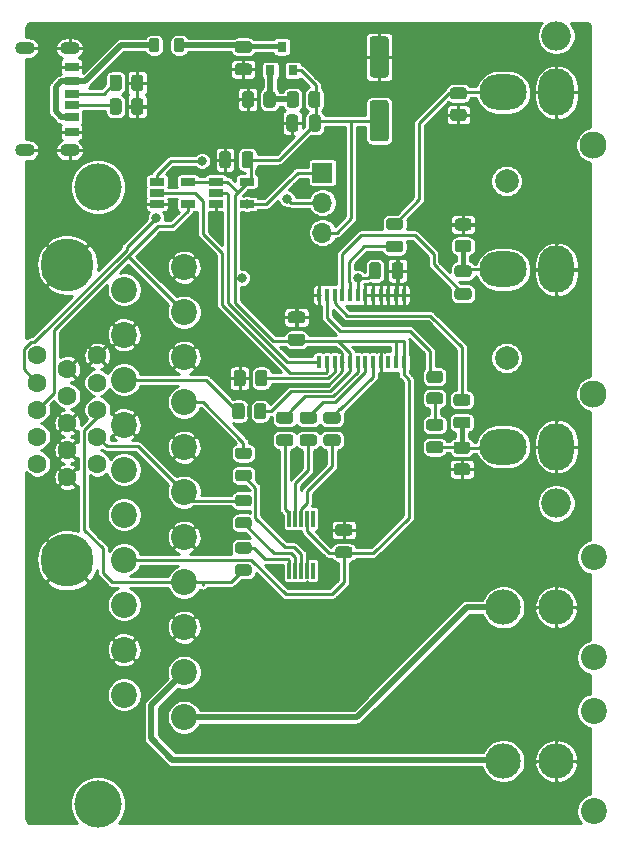
<source format=gbr>
G04 #@! TF.GenerationSoftware,KiCad,Pcbnew,(5.1.8)-1*
G04 #@! TF.CreationDate,2021-01-22T17:08:18+13:00*
G04 #@! TF.ProjectId,comprgb,636f6d70-7267-4622-9e6b-696361645f70,rev?*
G04 #@! TF.SameCoordinates,Original*
G04 #@! TF.FileFunction,Copper,L1,Top*
G04 #@! TF.FilePolarity,Positive*
%FSLAX46Y46*%
G04 Gerber Fmt 4.6, Leading zero omitted, Abs format (unit mm)*
G04 Created by KiCad (PCBNEW (5.1.8)-1) date 2021-01-22 17:08:18*
%MOMM*%
%LPD*%
G01*
G04 APERTURE LIST*
G04 #@! TA.AperFunction,ComponentPad*
%ADD10C,4.500000*%
G04 #@! TD*
G04 #@! TA.AperFunction,ComponentPad*
%ADD11C,1.600000*%
G04 #@! TD*
G04 #@! TA.AperFunction,ComponentPad*
%ADD12C,2.000000*%
G04 #@! TD*
G04 #@! TA.AperFunction,ComponentPad*
%ADD13C,2.300000*%
G04 #@! TD*
G04 #@! TA.AperFunction,ComponentPad*
%ADD14O,4.000000X3.000000*%
G04 #@! TD*
G04 #@! TA.AperFunction,ComponentPad*
%ADD15O,3.000000X4.000000*%
G04 #@! TD*
G04 #@! TA.AperFunction,ComponentPad*
%ADD16O,2.500000X2.500000*%
G04 #@! TD*
G04 #@! TA.AperFunction,SMDPad,CuDef*
%ADD17R,0.300000X1.400000*%
G04 #@! TD*
G04 #@! TA.AperFunction,ComponentPad*
%ADD18O,1.700000X1.700000*%
G04 #@! TD*
G04 #@! TA.AperFunction,ComponentPad*
%ADD19R,1.700000X1.700000*%
G04 #@! TD*
G04 #@! TA.AperFunction,SMDPad,CuDef*
%ADD20R,0.400000X1.100000*%
G04 #@! TD*
G04 #@! TA.AperFunction,WasherPad*
%ADD21C,2.200000*%
G04 #@! TD*
G04 #@! TA.AperFunction,ComponentPad*
%ADD22O,3.000000X3.000000*%
G04 #@! TD*
G04 #@! TA.AperFunction,SMDPad,CuDef*
%ADD23R,0.800000X0.900000*%
G04 #@! TD*
G04 #@! TA.AperFunction,SMDPad,CuDef*
%ADD24R,1.220000X0.650000*%
G04 #@! TD*
G04 #@! TA.AperFunction,ComponentPad*
%ADD25C,2.200000*%
G04 #@! TD*
G04 #@! TA.AperFunction,ComponentPad*
%ADD26C,4.000000*%
G04 #@! TD*
G04 #@! TA.AperFunction,ComponentPad*
%ADD27O,1.700000X1.100000*%
G04 #@! TD*
G04 #@! TA.AperFunction,SMDPad,CuDef*
%ADD28R,1.200000X0.800000*%
G04 #@! TD*
G04 #@! TA.AperFunction,SMDPad,CuDef*
%ADD29R,1.200000X0.760000*%
G04 #@! TD*
G04 #@! TA.AperFunction,SMDPad,CuDef*
%ADD30R,1.200000X0.700000*%
G04 #@! TD*
G04 #@! TA.AperFunction,ViaPad*
%ADD31C,0.800000*%
G04 #@! TD*
G04 #@! TA.AperFunction,Conductor*
%ADD32C,0.250000*%
G04 #@! TD*
G04 #@! TA.AperFunction,Conductor*
%ADD33C,0.500000*%
G04 #@! TD*
G04 #@! TA.AperFunction,Conductor*
%ADD34C,0.400000*%
G04 #@! TD*
G04 #@! TA.AperFunction,Conductor*
%ADD35C,0.254000*%
G04 #@! TD*
G04 #@! TA.AperFunction,Conductor*
%ADD36C,0.100000*%
G04 #@! TD*
G04 APERTURE END LIST*
D10*
X24600000Y-61620000D03*
X24600000Y-86620000D03*
D11*
X22060000Y-69280000D03*
X22060000Y-71570000D03*
X22060000Y-73860000D03*
X22060000Y-76150000D03*
X22060000Y-78440000D03*
X24600000Y-77290000D03*
X24600000Y-79580000D03*
X27140000Y-69280000D03*
X27140000Y-71570000D03*
X27140000Y-73860000D03*
X27140000Y-76150000D03*
X27140000Y-78440000D03*
X24600000Y-70420000D03*
X24600000Y-72710000D03*
X24600000Y-75000000D03*
G04 #@! TA.AperFunction,SMDPad,CuDef*
G36*
G01*
X52050000Y-62575000D02*
X52050000Y-61625000D01*
G75*
G02*
X52300000Y-61375000I250000J0D01*
G01*
X52800000Y-61375000D01*
G75*
G02*
X53050000Y-61625000I0J-250000D01*
G01*
X53050000Y-62575000D01*
G75*
G02*
X52800000Y-62825000I-250000J0D01*
G01*
X52300000Y-62825000D01*
G75*
G02*
X52050000Y-62575000I0J250000D01*
G01*
G37*
G04 #@! TD.AperFunction*
G04 #@! TA.AperFunction,SMDPad,CuDef*
G36*
G01*
X50150000Y-62575000D02*
X50150000Y-61625000D01*
G75*
G02*
X50400000Y-61375000I250000J0D01*
G01*
X50900000Y-61375000D01*
G75*
G02*
X51150000Y-61625000I0J-250000D01*
G01*
X51150000Y-62575000D01*
G75*
G02*
X50900000Y-62825000I-250000J0D01*
G01*
X50400000Y-62825000D01*
G75*
G02*
X50150000Y-62575000I0J250000D01*
G01*
G37*
G04 #@! TD.AperFunction*
D12*
X61800000Y-54500000D03*
X61800000Y-69500000D03*
D13*
X69144520Y-72533380D03*
X69144520Y-51466620D03*
D14*
X61500000Y-47000000D03*
X61500000Y-77000000D03*
D15*
X66000000Y-77000000D03*
X66000000Y-62000000D03*
X66000000Y-47000000D03*
D16*
X66000000Y-42200000D03*
X66000000Y-81800000D03*
D14*
X61500000Y-62000000D03*
G04 #@! TA.AperFunction,SMDPad,CuDef*
G36*
G01*
X32375000Y-42618750D02*
X32375000Y-43381250D01*
G75*
G02*
X32156250Y-43600000I-218750J0D01*
G01*
X31718750Y-43600000D01*
G75*
G02*
X31500000Y-43381250I0J218750D01*
G01*
X31500000Y-42618750D01*
G75*
G02*
X31718750Y-42400000I218750J0D01*
G01*
X32156250Y-42400000D01*
G75*
G02*
X32375000Y-42618750I0J-218750D01*
G01*
G37*
G04 #@! TD.AperFunction*
G04 #@! TA.AperFunction,SMDPad,CuDef*
G36*
G01*
X34500000Y-42618750D02*
X34500000Y-43381250D01*
G75*
G02*
X34281250Y-43600000I-218750J0D01*
G01*
X33843750Y-43600000D01*
G75*
G02*
X33625000Y-43381250I0J218750D01*
G01*
X33625000Y-42618750D01*
G75*
G02*
X33843750Y-42400000I218750J0D01*
G01*
X34281250Y-42400000D01*
G75*
G02*
X34500000Y-42618750I0J-218750D01*
G01*
G37*
G04 #@! TD.AperFunction*
G04 #@! TA.AperFunction,SMDPad,CuDef*
G36*
G01*
X29200000Y-47749999D02*
X29200000Y-48650001D01*
G75*
G02*
X28950001Y-48900000I-249999J0D01*
G01*
X28424999Y-48900000D01*
G75*
G02*
X28175000Y-48650001I0J249999D01*
G01*
X28175000Y-47749999D01*
G75*
G02*
X28424999Y-47500000I249999J0D01*
G01*
X28950001Y-47500000D01*
G75*
G02*
X29200000Y-47749999I0J-249999D01*
G01*
G37*
G04 #@! TD.AperFunction*
G04 #@! TA.AperFunction,SMDPad,CuDef*
G36*
G01*
X31025000Y-47749999D02*
X31025000Y-48650001D01*
G75*
G02*
X30775001Y-48900000I-249999J0D01*
G01*
X30249999Y-48900000D01*
G75*
G02*
X30000000Y-48650001I0J249999D01*
G01*
X30000000Y-47749999D01*
G75*
G02*
X30249999Y-47500000I249999J0D01*
G01*
X30775001Y-47500000D01*
G75*
G02*
X31025000Y-47749999I0J-249999D01*
G01*
G37*
G04 #@! TD.AperFunction*
G04 #@! TA.AperFunction,SMDPad,CuDef*
G36*
G01*
X29200000Y-45749999D02*
X29200000Y-46650001D01*
G75*
G02*
X28950001Y-46900000I-249999J0D01*
G01*
X28424999Y-46900000D01*
G75*
G02*
X28175000Y-46650001I0J249999D01*
G01*
X28175000Y-45749999D01*
G75*
G02*
X28424999Y-45500000I249999J0D01*
G01*
X28950001Y-45500000D01*
G75*
G02*
X29200000Y-45749999I0J-249999D01*
G01*
G37*
G04 #@! TD.AperFunction*
G04 #@! TA.AperFunction,SMDPad,CuDef*
G36*
G01*
X31025000Y-45749999D02*
X31025000Y-46650001D01*
G75*
G02*
X30775001Y-46900000I-249999J0D01*
G01*
X30249999Y-46900000D01*
G75*
G02*
X30000000Y-46650001I0J249999D01*
G01*
X30000000Y-45749999D01*
G75*
G02*
X30249999Y-45500000I249999J0D01*
G01*
X30775001Y-45500000D01*
G75*
G02*
X31025000Y-45749999I0J-249999D01*
G01*
G37*
G04 #@! TD.AperFunction*
G04 #@! TA.AperFunction,SMDPad,CuDef*
G36*
G01*
X39600000Y-73549999D02*
X39600000Y-74450001D01*
G75*
G02*
X39350001Y-74700000I-249999J0D01*
G01*
X38824999Y-74700000D01*
G75*
G02*
X38575000Y-74450001I0J249999D01*
G01*
X38575000Y-73549999D01*
G75*
G02*
X38824999Y-73300000I249999J0D01*
G01*
X39350001Y-73300000D01*
G75*
G02*
X39600000Y-73549999I0J-249999D01*
G01*
G37*
G04 #@! TD.AperFunction*
G04 #@! TA.AperFunction,SMDPad,CuDef*
G36*
G01*
X41425000Y-73549999D02*
X41425000Y-74450001D01*
G75*
G02*
X41175001Y-74700000I-249999J0D01*
G01*
X40649999Y-74700000D01*
G75*
G02*
X40400000Y-74450001I0J249999D01*
G01*
X40400000Y-73549999D01*
G75*
G02*
X40649999Y-73300000I249999J0D01*
G01*
X41175001Y-73300000D01*
G75*
G02*
X41425000Y-73549999I0J-249999D01*
G01*
G37*
G04 #@! TD.AperFunction*
G04 #@! TA.AperFunction,SMDPad,CuDef*
G36*
G01*
X40500000Y-71650001D02*
X40500000Y-70749999D01*
G75*
G02*
X40749999Y-70500000I249999J0D01*
G01*
X41275001Y-70500000D01*
G75*
G02*
X41525000Y-70749999I0J-249999D01*
G01*
X41525000Y-71650001D01*
G75*
G02*
X41275001Y-71900000I-249999J0D01*
G01*
X40749999Y-71900000D01*
G75*
G02*
X40500000Y-71650001I0J249999D01*
G01*
G37*
G04 #@! TD.AperFunction*
G04 #@! TA.AperFunction,SMDPad,CuDef*
G36*
G01*
X38675000Y-71650001D02*
X38675000Y-70749999D01*
G75*
G02*
X38924999Y-70500000I249999J0D01*
G01*
X39450001Y-70500000D01*
G75*
G02*
X39700000Y-70749999I0J-249999D01*
G01*
X39700000Y-71650001D01*
G75*
G02*
X39450001Y-71900000I-249999J0D01*
G01*
X38924999Y-71900000D01*
G75*
G02*
X38675000Y-71650001I0J249999D01*
G01*
G37*
G04 #@! TD.AperFunction*
G04 #@! TA.AperFunction,SMDPad,CuDef*
G36*
G01*
X56150001Y-71600000D02*
X55249999Y-71600000D01*
G75*
G02*
X55000000Y-71350001I0J249999D01*
G01*
X55000000Y-70824999D01*
G75*
G02*
X55249999Y-70575000I249999J0D01*
G01*
X56150001Y-70575000D01*
G75*
G02*
X56400000Y-70824999I0J-249999D01*
G01*
X56400000Y-71350001D01*
G75*
G02*
X56150001Y-71600000I-249999J0D01*
G01*
G37*
G04 #@! TD.AperFunction*
G04 #@! TA.AperFunction,SMDPad,CuDef*
G36*
G01*
X56150001Y-73425000D02*
X55249999Y-73425000D01*
G75*
G02*
X55000000Y-73175001I0J249999D01*
G01*
X55000000Y-72649999D01*
G75*
G02*
X55249999Y-72400000I249999J0D01*
G01*
X56150001Y-72400000D01*
G75*
G02*
X56400000Y-72649999I0J-249999D01*
G01*
X56400000Y-73175001D01*
G75*
G02*
X56150001Y-73425000I-249999J0D01*
G01*
G37*
G04 #@! TD.AperFunction*
G04 #@! TA.AperFunction,SMDPad,CuDef*
G36*
G01*
X57249999Y-48400000D02*
X58150001Y-48400000D01*
G75*
G02*
X58400000Y-48649999I0J-249999D01*
G01*
X58400000Y-49175001D01*
G75*
G02*
X58150001Y-49425000I-249999J0D01*
G01*
X57249999Y-49425000D01*
G75*
G02*
X57000000Y-49175001I0J249999D01*
G01*
X57000000Y-48649999D01*
G75*
G02*
X57249999Y-48400000I249999J0D01*
G01*
G37*
G04 #@! TD.AperFunction*
G04 #@! TA.AperFunction,SMDPad,CuDef*
G36*
G01*
X57249999Y-46575000D02*
X58150001Y-46575000D01*
G75*
G02*
X58400000Y-46824999I0J-249999D01*
G01*
X58400000Y-47350001D01*
G75*
G02*
X58150001Y-47600000I-249999J0D01*
G01*
X57249999Y-47600000D01*
G75*
G02*
X57000000Y-47350001I0J249999D01*
G01*
X57000000Y-46824999D01*
G75*
G02*
X57249999Y-46575000I249999J0D01*
G01*
G37*
G04 #@! TD.AperFunction*
G04 #@! TA.AperFunction,SMDPad,CuDef*
G36*
G01*
X58550001Y-58700000D02*
X57649999Y-58700000D01*
G75*
G02*
X57400000Y-58450001I0J249999D01*
G01*
X57400000Y-57924999D01*
G75*
G02*
X57649999Y-57675000I249999J0D01*
G01*
X58550001Y-57675000D01*
G75*
G02*
X58800000Y-57924999I0J-249999D01*
G01*
X58800000Y-58450001D01*
G75*
G02*
X58550001Y-58700000I-249999J0D01*
G01*
G37*
G04 #@! TD.AperFunction*
G04 #@! TA.AperFunction,SMDPad,CuDef*
G36*
G01*
X58550001Y-60525000D02*
X57649999Y-60525000D01*
G75*
G02*
X57400000Y-60275001I0J249999D01*
G01*
X57400000Y-59749999D01*
G75*
G02*
X57649999Y-59500000I249999J0D01*
G01*
X58550001Y-59500000D01*
G75*
G02*
X58800000Y-59749999I0J-249999D01*
G01*
X58800000Y-60275001D01*
G75*
G02*
X58550001Y-60525000I-249999J0D01*
G01*
G37*
G04 #@! TD.AperFunction*
G04 #@! TA.AperFunction,SMDPad,CuDef*
G36*
G01*
X57549999Y-76568000D02*
X58450001Y-76568000D01*
G75*
G02*
X58700000Y-76817999I0J-249999D01*
G01*
X58700000Y-77343001D01*
G75*
G02*
X58450001Y-77593000I-249999J0D01*
G01*
X57549999Y-77593000D01*
G75*
G02*
X57300000Y-77343001I0J249999D01*
G01*
X57300000Y-76817999D01*
G75*
G02*
X57549999Y-76568000I249999J0D01*
G01*
G37*
G04 #@! TD.AperFunction*
G04 #@! TA.AperFunction,SMDPad,CuDef*
G36*
G01*
X57549999Y-78393000D02*
X58450001Y-78393000D01*
G75*
G02*
X58700000Y-78642999I0J-249999D01*
G01*
X58700000Y-79168001D01*
G75*
G02*
X58450001Y-79418000I-249999J0D01*
G01*
X57549999Y-79418000D01*
G75*
G02*
X57300000Y-79168001I0J249999D01*
G01*
X57300000Y-78642999D01*
G75*
G02*
X57549999Y-78393000I249999J0D01*
G01*
G37*
G04 #@! TD.AperFunction*
G04 #@! TA.AperFunction,SMDPad,CuDef*
G36*
G01*
X40400000Y-47149999D02*
X40400000Y-48050001D01*
G75*
G02*
X40150001Y-48300000I-249999J0D01*
G01*
X39624999Y-48300000D01*
G75*
G02*
X39375000Y-48050001I0J249999D01*
G01*
X39375000Y-47149999D01*
G75*
G02*
X39624999Y-46900000I249999J0D01*
G01*
X40150001Y-46900000D01*
G75*
G02*
X40400000Y-47149999I0J-249999D01*
G01*
G37*
G04 #@! TD.AperFunction*
G04 #@! TA.AperFunction,SMDPad,CuDef*
G36*
G01*
X42225000Y-47149999D02*
X42225000Y-48050001D01*
G75*
G02*
X41975001Y-48300000I-249999J0D01*
G01*
X41449999Y-48300000D01*
G75*
G02*
X41200000Y-48050001I0J249999D01*
G01*
X41200000Y-47149999D01*
G75*
G02*
X41449999Y-46900000I249999J0D01*
G01*
X41975001Y-46900000D01*
G75*
G02*
X42225000Y-47149999I0J-249999D01*
G01*
G37*
G04 #@! TD.AperFunction*
G04 #@! TA.AperFunction,SMDPad,CuDef*
G36*
G01*
X44200000Y-47149999D02*
X44200000Y-48050001D01*
G75*
G02*
X43950001Y-48300000I-249999J0D01*
G01*
X43424999Y-48300000D01*
G75*
G02*
X43175000Y-48050001I0J249999D01*
G01*
X43175000Y-47149999D01*
G75*
G02*
X43424999Y-46900000I249999J0D01*
G01*
X43950001Y-46900000D01*
G75*
G02*
X44200000Y-47149999I0J-249999D01*
G01*
G37*
G04 #@! TD.AperFunction*
G04 #@! TA.AperFunction,SMDPad,CuDef*
G36*
G01*
X46025000Y-47149999D02*
X46025000Y-48050001D01*
G75*
G02*
X45775001Y-48300000I-249999J0D01*
G01*
X45249999Y-48300000D01*
G75*
G02*
X45000000Y-48050001I0J249999D01*
G01*
X45000000Y-47149999D01*
G75*
G02*
X45249999Y-46900000I249999J0D01*
G01*
X45775001Y-46900000D01*
G75*
G02*
X46025000Y-47149999I0J-249999D01*
G01*
G37*
G04 #@! TD.AperFunction*
G04 #@! TA.AperFunction,SMDPad,CuDef*
G36*
G01*
X55225000Y-76550000D02*
X56175000Y-76550000D01*
G75*
G02*
X56425000Y-76800000I0J-250000D01*
G01*
X56425000Y-77300000D01*
G75*
G02*
X56175000Y-77550000I-250000J0D01*
G01*
X55225000Y-77550000D01*
G75*
G02*
X54975000Y-77300000I0J250000D01*
G01*
X54975000Y-76800000D01*
G75*
G02*
X55225000Y-76550000I250000J0D01*
G01*
G37*
G04 #@! TD.AperFunction*
G04 #@! TA.AperFunction,SMDPad,CuDef*
G36*
G01*
X55225000Y-74650000D02*
X56175000Y-74650000D01*
G75*
G02*
X56425000Y-74900000I0J-250000D01*
G01*
X56425000Y-75400000D01*
G75*
G02*
X56175000Y-75650000I-250000J0D01*
G01*
X55225000Y-75650000D01*
G75*
G02*
X54975000Y-75400000I0J250000D01*
G01*
X54975000Y-74900000D01*
G75*
G02*
X55225000Y-74650000I250000J0D01*
G01*
G37*
G04 #@! TD.AperFunction*
G04 #@! TA.AperFunction,SMDPad,CuDef*
G36*
G01*
X48475000Y-84550000D02*
X47525000Y-84550000D01*
G75*
G02*
X47275000Y-84300000I0J250000D01*
G01*
X47275000Y-83800000D01*
G75*
G02*
X47525000Y-83550000I250000J0D01*
G01*
X48475000Y-83550000D01*
G75*
G02*
X48725000Y-83800000I0J-250000D01*
G01*
X48725000Y-84300000D01*
G75*
G02*
X48475000Y-84550000I-250000J0D01*
G01*
G37*
G04 #@! TD.AperFunction*
G04 #@! TA.AperFunction,SMDPad,CuDef*
G36*
G01*
X48475000Y-86450000D02*
X47525000Y-86450000D01*
G75*
G02*
X47275000Y-86200000I0J250000D01*
G01*
X47275000Y-85700000D01*
G75*
G02*
X47525000Y-85450000I250000J0D01*
G01*
X48475000Y-85450000D01*
G75*
G02*
X48725000Y-85700000I0J-250000D01*
G01*
X48725000Y-86200000D01*
G75*
G02*
X48475000Y-86450000I-250000J0D01*
G01*
G37*
G04 #@! TD.AperFunction*
G04 #@! TA.AperFunction,SMDPad,CuDef*
G36*
G01*
X44475000Y-66550000D02*
X43525000Y-66550000D01*
G75*
G02*
X43275000Y-66300000I0J250000D01*
G01*
X43275000Y-65800000D01*
G75*
G02*
X43525000Y-65550000I250000J0D01*
G01*
X44475000Y-65550000D01*
G75*
G02*
X44725000Y-65800000I0J-250000D01*
G01*
X44725000Y-66300000D01*
G75*
G02*
X44475000Y-66550000I-250000J0D01*
G01*
G37*
G04 #@! TD.AperFunction*
G04 #@! TA.AperFunction,SMDPad,CuDef*
G36*
G01*
X44475000Y-68450000D02*
X43525000Y-68450000D01*
G75*
G02*
X43275000Y-68200000I0J250000D01*
G01*
X43275000Y-67700000D01*
G75*
G02*
X43525000Y-67450000I250000J0D01*
G01*
X44475000Y-67450000D01*
G75*
G02*
X44725000Y-67700000I0J-250000D01*
G01*
X44725000Y-68200000D01*
G75*
G02*
X44475000Y-68450000I-250000J0D01*
G01*
G37*
G04 #@! TD.AperFunction*
G04 #@! TA.AperFunction,SMDPad,CuDef*
G36*
G01*
X38450000Y-52225000D02*
X38450000Y-53175000D01*
G75*
G02*
X38200000Y-53425000I-250000J0D01*
G01*
X37700000Y-53425000D01*
G75*
G02*
X37450000Y-53175000I0J250000D01*
G01*
X37450000Y-52225000D01*
G75*
G02*
X37700000Y-51975000I250000J0D01*
G01*
X38200000Y-51975000D01*
G75*
G02*
X38450000Y-52225000I0J-250000D01*
G01*
G37*
G04 #@! TD.AperFunction*
G04 #@! TA.AperFunction,SMDPad,CuDef*
G36*
G01*
X40350000Y-52225000D02*
X40350000Y-53175000D01*
G75*
G02*
X40100000Y-53425000I-250000J0D01*
G01*
X39600000Y-53425000D01*
G75*
G02*
X39350000Y-53175000I0J250000D01*
G01*
X39350000Y-52225000D01*
G75*
G02*
X39600000Y-51975000I250000J0D01*
G01*
X40100000Y-51975000D01*
G75*
G02*
X40350000Y-52225000I0J-250000D01*
G01*
G37*
G04 #@! TD.AperFunction*
G04 #@! TA.AperFunction,SMDPad,CuDef*
G36*
G01*
X44150000Y-49125000D02*
X44150000Y-50075000D01*
G75*
G02*
X43900000Y-50325000I-250000J0D01*
G01*
X43400000Y-50325000D01*
G75*
G02*
X43150000Y-50075000I0J250000D01*
G01*
X43150000Y-49125000D01*
G75*
G02*
X43400000Y-48875000I250000J0D01*
G01*
X43900000Y-48875000D01*
G75*
G02*
X44150000Y-49125000I0J-250000D01*
G01*
G37*
G04 #@! TD.AperFunction*
G04 #@! TA.AperFunction,SMDPad,CuDef*
G36*
G01*
X46050000Y-49125000D02*
X46050000Y-50075000D01*
G75*
G02*
X45800000Y-50325000I-250000J0D01*
G01*
X45300000Y-50325000D01*
G75*
G02*
X45050000Y-50075000I0J250000D01*
G01*
X45050000Y-49125000D01*
G75*
G02*
X45300000Y-48875000I250000J0D01*
G01*
X45800000Y-48875000D01*
G75*
G02*
X46050000Y-49125000I0J-250000D01*
G01*
G37*
G04 #@! TD.AperFunction*
G04 #@! TA.AperFunction,SMDPad,CuDef*
G36*
G01*
X39025000Y-44550000D02*
X39975000Y-44550000D01*
G75*
G02*
X40225000Y-44800000I0J-250000D01*
G01*
X40225000Y-45300000D01*
G75*
G02*
X39975000Y-45550000I-250000J0D01*
G01*
X39025000Y-45550000D01*
G75*
G02*
X38775000Y-45300000I0J250000D01*
G01*
X38775000Y-44800000D01*
G75*
G02*
X39025000Y-44550000I250000J0D01*
G01*
G37*
G04 #@! TD.AperFunction*
G04 #@! TA.AperFunction,SMDPad,CuDef*
G36*
G01*
X39025000Y-42650000D02*
X39975000Y-42650000D01*
G75*
G02*
X40225000Y-42900000I0J-250000D01*
G01*
X40225000Y-43400000D01*
G75*
G02*
X39975000Y-43650000I-250000J0D01*
G01*
X39025000Y-43650000D01*
G75*
G02*
X38775000Y-43400000I0J250000D01*
G01*
X38775000Y-42900000D01*
G75*
G02*
X39025000Y-42650000I250000J0D01*
G01*
G37*
G04 #@! TD.AperFunction*
G04 #@! TA.AperFunction,SMDPad,CuDef*
G36*
G01*
X42525000Y-75950000D02*
X43475000Y-75950000D01*
G75*
G02*
X43725000Y-76200000I0J-250000D01*
G01*
X43725000Y-76700000D01*
G75*
G02*
X43475000Y-76950000I-250000J0D01*
G01*
X42525000Y-76950000D01*
G75*
G02*
X42275000Y-76700000I0J250000D01*
G01*
X42275000Y-76200000D01*
G75*
G02*
X42525000Y-75950000I250000J0D01*
G01*
G37*
G04 #@! TD.AperFunction*
G04 #@! TA.AperFunction,SMDPad,CuDef*
G36*
G01*
X42525000Y-74050000D02*
X43475000Y-74050000D01*
G75*
G02*
X43725000Y-74300000I0J-250000D01*
G01*
X43725000Y-74800000D01*
G75*
G02*
X43475000Y-75050000I-250000J0D01*
G01*
X42525000Y-75050000D01*
G75*
G02*
X42275000Y-74800000I0J250000D01*
G01*
X42275000Y-74300000D01*
G75*
G02*
X42525000Y-74050000I250000J0D01*
G01*
G37*
G04 #@! TD.AperFunction*
G04 #@! TA.AperFunction,SMDPad,CuDef*
G36*
G01*
X44525000Y-75950000D02*
X45475000Y-75950000D01*
G75*
G02*
X45725000Y-76200000I0J-250000D01*
G01*
X45725000Y-76700000D01*
G75*
G02*
X45475000Y-76950000I-250000J0D01*
G01*
X44525000Y-76950000D01*
G75*
G02*
X44275000Y-76700000I0J250000D01*
G01*
X44275000Y-76200000D01*
G75*
G02*
X44525000Y-75950000I250000J0D01*
G01*
G37*
G04 #@! TD.AperFunction*
G04 #@! TA.AperFunction,SMDPad,CuDef*
G36*
G01*
X44525000Y-74050000D02*
X45475000Y-74050000D01*
G75*
G02*
X45725000Y-74300000I0J-250000D01*
G01*
X45725000Y-74800000D01*
G75*
G02*
X45475000Y-75050000I-250000J0D01*
G01*
X44525000Y-75050000D01*
G75*
G02*
X44275000Y-74800000I0J250000D01*
G01*
X44275000Y-74300000D01*
G75*
G02*
X44525000Y-74050000I250000J0D01*
G01*
G37*
G04 #@! TD.AperFunction*
G04 #@! TA.AperFunction,SMDPad,CuDef*
G36*
G01*
X46525000Y-75950000D02*
X47475000Y-75950000D01*
G75*
G02*
X47725000Y-76200000I0J-250000D01*
G01*
X47725000Y-76700000D01*
G75*
G02*
X47475000Y-76950000I-250000J0D01*
G01*
X46525000Y-76950000D01*
G75*
G02*
X46275000Y-76700000I0J250000D01*
G01*
X46275000Y-76200000D01*
G75*
G02*
X46525000Y-75950000I250000J0D01*
G01*
G37*
G04 #@! TD.AperFunction*
G04 #@! TA.AperFunction,SMDPad,CuDef*
G36*
G01*
X46525000Y-74050000D02*
X47475000Y-74050000D01*
G75*
G02*
X47725000Y-74300000I0J-250000D01*
G01*
X47725000Y-74800000D01*
G75*
G02*
X47475000Y-75050000I-250000J0D01*
G01*
X46525000Y-75050000D01*
G75*
G02*
X46275000Y-74800000I0J250000D01*
G01*
X46275000Y-74300000D01*
G75*
G02*
X46525000Y-74050000I250000J0D01*
G01*
G37*
G04 #@! TD.AperFunction*
G04 #@! TA.AperFunction,SMDPad,CuDef*
G36*
G01*
X52775000Y-58650000D02*
X51825000Y-58650000D01*
G75*
G02*
X51575000Y-58400000I0J250000D01*
G01*
X51575000Y-57900000D01*
G75*
G02*
X51825000Y-57650000I250000J0D01*
G01*
X52775000Y-57650000D01*
G75*
G02*
X53025000Y-57900000I0J-250000D01*
G01*
X53025000Y-58400000D01*
G75*
G02*
X52775000Y-58650000I-250000J0D01*
G01*
G37*
G04 #@! TD.AperFunction*
G04 #@! TA.AperFunction,SMDPad,CuDef*
G36*
G01*
X52775000Y-60550000D02*
X51825000Y-60550000D01*
G75*
G02*
X51575000Y-60300000I0J250000D01*
G01*
X51575000Y-59800000D01*
G75*
G02*
X51825000Y-59550000I250000J0D01*
G01*
X52775000Y-59550000D01*
G75*
G02*
X53025000Y-59800000I0J-250000D01*
G01*
X53025000Y-60300000D01*
G75*
G02*
X52775000Y-60550000I-250000J0D01*
G01*
G37*
G04 #@! TD.AperFunction*
G04 #@! TA.AperFunction,SMDPad,CuDef*
G36*
G01*
X58575000Y-62650000D02*
X57625000Y-62650000D01*
G75*
G02*
X57375000Y-62400000I0J250000D01*
G01*
X57375000Y-61900000D01*
G75*
G02*
X57625000Y-61650000I250000J0D01*
G01*
X58575000Y-61650000D01*
G75*
G02*
X58825000Y-61900000I0J-250000D01*
G01*
X58825000Y-62400000D01*
G75*
G02*
X58575000Y-62650000I-250000J0D01*
G01*
G37*
G04 #@! TD.AperFunction*
G04 #@! TA.AperFunction,SMDPad,CuDef*
G36*
G01*
X58575000Y-64550000D02*
X57625000Y-64550000D01*
G75*
G02*
X57375000Y-64300000I0J250000D01*
G01*
X57375000Y-63800000D01*
G75*
G02*
X57625000Y-63550000I250000J0D01*
G01*
X58575000Y-63550000D01*
G75*
G02*
X58825000Y-63800000I0J-250000D01*
G01*
X58825000Y-64300000D01*
G75*
G02*
X58575000Y-64550000I-250000J0D01*
G01*
G37*
G04 #@! TD.AperFunction*
G04 #@! TA.AperFunction,SMDPad,CuDef*
G36*
G01*
X57525000Y-72550000D02*
X58475000Y-72550000D01*
G75*
G02*
X58725000Y-72800000I0J-250000D01*
G01*
X58725000Y-73300000D01*
G75*
G02*
X58475000Y-73550000I-250000J0D01*
G01*
X57525000Y-73550000D01*
G75*
G02*
X57275000Y-73300000I0J250000D01*
G01*
X57275000Y-72800000D01*
G75*
G02*
X57525000Y-72550000I250000J0D01*
G01*
G37*
G04 #@! TD.AperFunction*
G04 #@! TA.AperFunction,SMDPad,CuDef*
G36*
G01*
X57525000Y-74450000D02*
X58475000Y-74450000D01*
G75*
G02*
X58725000Y-74700000I0J-250000D01*
G01*
X58725000Y-75200000D01*
G75*
G02*
X58475000Y-75450000I-250000J0D01*
G01*
X57525000Y-75450000D01*
G75*
G02*
X57275000Y-75200000I0J250000D01*
G01*
X57275000Y-74700000D01*
G75*
G02*
X57525000Y-74450000I250000J0D01*
G01*
G37*
G04 #@! TD.AperFunction*
D17*
X45400000Y-87500000D03*
X44900000Y-87500000D03*
X44400000Y-87500000D03*
X43900000Y-87500000D03*
X43400000Y-87500000D03*
X43400000Y-83100000D03*
X43900000Y-83100000D03*
X44400000Y-83100000D03*
X44900000Y-83100000D03*
X45400000Y-83100000D03*
D18*
X46200000Y-58880000D03*
X46200000Y-56340000D03*
D19*
X46200000Y-53800000D03*
D20*
X53075000Y-69850000D03*
X52425000Y-69850000D03*
X51775000Y-69850000D03*
X51125000Y-69850000D03*
X50475000Y-69850000D03*
X49825000Y-69850000D03*
X49175000Y-69850000D03*
X48525000Y-69850000D03*
X47875000Y-69850000D03*
X47225000Y-69850000D03*
X46575000Y-69850000D03*
X45925000Y-69850000D03*
X45925000Y-64150000D03*
X46575000Y-64150000D03*
X47225000Y-64150000D03*
X47875000Y-64150000D03*
X48525000Y-64150000D03*
X49175000Y-64150000D03*
X49825000Y-64150000D03*
X50475000Y-64150000D03*
X51125000Y-64150000D03*
X51775000Y-64150000D03*
X52425000Y-64150000D03*
X53075000Y-64150000D03*
D21*
X69150000Y-86350000D03*
X69150000Y-94850000D03*
D22*
X66000000Y-90600000D03*
X61500000Y-90600000D03*
D21*
X69150000Y-99370000D03*
X69150000Y-107870000D03*
D22*
X66000000Y-103620000D03*
X61500000Y-103620000D03*
D23*
X42746000Y-43142000D03*
X43696000Y-45142000D03*
X41796000Y-45142000D03*
G04 #@! TA.AperFunction,SMDPad,CuDef*
G36*
G01*
X51550000Y-45750000D02*
X50450000Y-45750000D01*
G75*
G02*
X50200000Y-45500000I0J250000D01*
G01*
X50200000Y-42500000D01*
G75*
G02*
X50450000Y-42250000I250000J0D01*
G01*
X51550000Y-42250000D01*
G75*
G02*
X51800000Y-42500000I0J-250000D01*
G01*
X51800000Y-45500000D01*
G75*
G02*
X51550000Y-45750000I-250000J0D01*
G01*
G37*
G04 #@! TD.AperFunction*
G04 #@! TA.AperFunction,SMDPad,CuDef*
G36*
G01*
X51550000Y-51150000D02*
X50450000Y-51150000D01*
G75*
G02*
X50200000Y-50900000I0J250000D01*
G01*
X50200000Y-47900000D01*
G75*
G02*
X50450000Y-47650000I250000J0D01*
G01*
X51550000Y-47650000D01*
G75*
G02*
X51800000Y-47900000I0J-250000D01*
G01*
X51800000Y-50900000D01*
G75*
G02*
X51550000Y-51150000I-250000J0D01*
G01*
G37*
G04 #@! TD.AperFunction*
G04 #@! TA.AperFunction,SMDPad,CuDef*
G36*
G01*
X39956250Y-86050000D02*
X39043750Y-86050000D01*
G75*
G02*
X38800000Y-85806250I0J243750D01*
G01*
X38800000Y-85318750D01*
G75*
G02*
X39043750Y-85075000I243750J0D01*
G01*
X39956250Y-85075000D01*
G75*
G02*
X40200000Y-85318750I0J-243750D01*
G01*
X40200000Y-85806250D01*
G75*
G02*
X39956250Y-86050000I-243750J0D01*
G01*
G37*
G04 #@! TD.AperFunction*
G04 #@! TA.AperFunction,SMDPad,CuDef*
G36*
G01*
X39956250Y-87925000D02*
X39043750Y-87925000D01*
G75*
G02*
X38800000Y-87681250I0J243750D01*
G01*
X38800000Y-87193750D01*
G75*
G02*
X39043750Y-86950000I243750J0D01*
G01*
X39956250Y-86950000D01*
G75*
G02*
X40200000Y-87193750I0J-243750D01*
G01*
X40200000Y-87681250D01*
G75*
G02*
X39956250Y-87925000I-243750J0D01*
G01*
G37*
G04 #@! TD.AperFunction*
G04 #@! TA.AperFunction,SMDPad,CuDef*
G36*
G01*
X39043750Y-78950000D02*
X39956250Y-78950000D01*
G75*
G02*
X40200000Y-79193750I0J-243750D01*
G01*
X40200000Y-79681250D01*
G75*
G02*
X39956250Y-79925000I-243750J0D01*
G01*
X39043750Y-79925000D01*
G75*
G02*
X38800000Y-79681250I0J243750D01*
G01*
X38800000Y-79193750D01*
G75*
G02*
X39043750Y-78950000I243750J0D01*
G01*
G37*
G04 #@! TD.AperFunction*
G04 #@! TA.AperFunction,SMDPad,CuDef*
G36*
G01*
X39043750Y-77075000D02*
X39956250Y-77075000D01*
G75*
G02*
X40200000Y-77318750I0J-243750D01*
G01*
X40200000Y-77806250D01*
G75*
G02*
X39956250Y-78050000I-243750J0D01*
G01*
X39043750Y-78050000D01*
G75*
G02*
X38800000Y-77806250I0J243750D01*
G01*
X38800000Y-77318750D01*
G75*
G02*
X39043750Y-77075000I243750J0D01*
G01*
G37*
G04 #@! TD.AperFunction*
G04 #@! TA.AperFunction,SMDPad,CuDef*
G36*
G01*
X39043750Y-82950000D02*
X39956250Y-82950000D01*
G75*
G02*
X40200000Y-83193750I0J-243750D01*
G01*
X40200000Y-83681250D01*
G75*
G02*
X39956250Y-83925000I-243750J0D01*
G01*
X39043750Y-83925000D01*
G75*
G02*
X38800000Y-83681250I0J243750D01*
G01*
X38800000Y-83193750D01*
G75*
G02*
X39043750Y-82950000I243750J0D01*
G01*
G37*
G04 #@! TD.AperFunction*
G04 #@! TA.AperFunction,SMDPad,CuDef*
G36*
G01*
X39043750Y-81075000D02*
X39956250Y-81075000D01*
G75*
G02*
X40200000Y-81318750I0J-243750D01*
G01*
X40200000Y-81806250D01*
G75*
G02*
X39956250Y-82050000I-243750J0D01*
G01*
X39043750Y-82050000D01*
G75*
G02*
X38800000Y-81806250I0J243750D01*
G01*
X38800000Y-81318750D01*
G75*
G02*
X39043750Y-81075000I243750J0D01*
G01*
G37*
G04 #@! TD.AperFunction*
D24*
X39810000Y-54550000D03*
X39810000Y-56450000D03*
X37190000Y-56450000D03*
X37190000Y-55500000D03*
X37190000Y-54550000D03*
X34810000Y-54550000D03*
X34810000Y-56450000D03*
X32190000Y-56450000D03*
X32190000Y-55500000D03*
X32190000Y-54550000D03*
D25*
X34480000Y-99905000D03*
X34480000Y-61805000D03*
X29400000Y-67520000D03*
X34480000Y-65615000D03*
X29400000Y-71330000D03*
X34480000Y-69425000D03*
X29400000Y-75140000D03*
X34480000Y-73235000D03*
X29400000Y-63710000D03*
X34480000Y-77045000D03*
X29400000Y-78950000D03*
X34480000Y-80855000D03*
X29400000Y-82760000D03*
X34480000Y-84665000D03*
X29400000Y-86570000D03*
X34480000Y-88475000D03*
X29400000Y-90380000D03*
X34480000Y-92285000D03*
X29400000Y-94190000D03*
X34480000Y-96095000D03*
X29400000Y-98000000D03*
D26*
X27200000Y-55000000D03*
X27200000Y-107270000D03*
D27*
X24800000Y-43280000D03*
X24800000Y-51920000D03*
X21000000Y-51920000D03*
D28*
X24950000Y-44850000D03*
D29*
X24950000Y-46080000D03*
D30*
X24950000Y-48100000D03*
D27*
X21000000Y-43280000D03*
D29*
X24950000Y-49120000D03*
D28*
X24950000Y-50350000D03*
D30*
X24950000Y-47100000D03*
D31*
X49200000Y-62700000D03*
X39400000Y-62700000D03*
X37200000Y-58900000D03*
X32600000Y-61400000D03*
X29400000Y-58600000D03*
X33900000Y-45800000D03*
X36000000Y-47600000D03*
X45300000Y-43700000D03*
X41300000Y-49800000D03*
X49400000Y-44800000D03*
X47600000Y-50800000D03*
X42300000Y-53600000D03*
X41100000Y-55300000D03*
X41400000Y-57900000D03*
X46000000Y-78000000D03*
X44100000Y-78100000D03*
X47400000Y-80100000D03*
X41900000Y-79100000D03*
X39900000Y-89000000D03*
X46900000Y-87800000D03*
X49500000Y-84000000D03*
X55000000Y-90600000D03*
X46900000Y-96600000D03*
X38100000Y-101600000D03*
X49300000Y-101400000D03*
X56800000Y-101000000D03*
X57100000Y-108100000D03*
X35700000Y-108100000D03*
X22500000Y-107800000D03*
X22400000Y-92000000D03*
X28700000Y-42200000D03*
X56400000Y-69600000D03*
X54400000Y-77800000D03*
X56500000Y-79500000D03*
X52400000Y-82400000D03*
X54300000Y-84000000D03*
X38100000Y-67100000D03*
X40000000Y-64400000D03*
X42400000Y-67000000D03*
X41300000Y-75300000D03*
X37700000Y-71300000D03*
X45600000Y-61100000D03*
X50000000Y-73300000D03*
X42550000Y-72250000D03*
X48300000Y-75400000D03*
X45100000Y-69000000D03*
X31900000Y-87500000D03*
X37200000Y-78800000D03*
X37400000Y-84200000D03*
X32200000Y-82800000D03*
X31800000Y-73800000D03*
X36200000Y-75200000D03*
X36800000Y-69200000D03*
X31800000Y-68800000D03*
X24000000Y-81800000D03*
X27600000Y-81200000D03*
X39600000Y-98400000D03*
X30000000Y-101000000D03*
X32200000Y-104200000D03*
X31400000Y-96400000D03*
X58600000Y-93600000D03*
X58800000Y-88200000D03*
X54200000Y-70200000D03*
X44800000Y-64000000D03*
X49600000Y-52000000D03*
X59400000Y-71600000D03*
X57200000Y-71600000D03*
X54400000Y-73900000D03*
X46800000Y-61700000D03*
X54100000Y-65000000D03*
X53800000Y-63000000D03*
X53900000Y-60400000D03*
X56700000Y-64300000D03*
X56500000Y-60900000D03*
X59500000Y-63600000D03*
X57300000Y-66300000D03*
X55600000Y-67800000D03*
X46200000Y-67100000D03*
X55800000Y-58600000D03*
X59900000Y-58300000D03*
X53000000Y-52200000D03*
X53100000Y-49700000D03*
X55200000Y-46800000D03*
X56000000Y-49500000D03*
X56200000Y-54800000D03*
X52000000Y-55600000D03*
X54700000Y-58000000D03*
X49800000Y-58100000D03*
X52100000Y-71400000D03*
X52500000Y-75400000D03*
X39810000Y-56450000D03*
X32112314Y-57626250D03*
X43200000Y-56000000D03*
X36000000Y-52800000D03*
D32*
X39500000Y-76655000D02*
X36080000Y-73235000D01*
X39500000Y-77562500D02*
X39500000Y-76655000D01*
X36080000Y-73235000D02*
X34480000Y-73235000D01*
X33380001Y-79755001D02*
X34480000Y-80855000D01*
X30574999Y-76949999D02*
X33380001Y-79755001D01*
X27939999Y-76949999D02*
X30574999Y-76949999D01*
X27140000Y-76150000D02*
X27939999Y-76949999D01*
X35187500Y-81562500D02*
X34480000Y-80855000D01*
X39500000Y-81562500D02*
X35187500Y-81562500D01*
X36080000Y-88705000D02*
X36080000Y-88475000D01*
X38462500Y-88475000D02*
X36080000Y-88475000D01*
X39500000Y-87437500D02*
X38462500Y-88475000D01*
X27140000Y-74484998D02*
X27140000Y-73860000D01*
X36080000Y-88475000D02*
X28375000Y-88475000D01*
X28375000Y-88475000D02*
X27600000Y-87700000D01*
X27600000Y-85600000D02*
X26014999Y-84014999D01*
X27600000Y-87700000D02*
X27600000Y-85600000D01*
X26014999Y-84014999D02*
X26014999Y-75609999D01*
X26014999Y-75609999D02*
X27140000Y-74484998D01*
X48525000Y-69050000D02*
X48525000Y-69850000D01*
X47500000Y-68025000D02*
X48525000Y-69050000D01*
X44000000Y-68025000D02*
X47500000Y-68025000D01*
X47500000Y-68025000D02*
X47975000Y-68025000D01*
X40110000Y-52885000D02*
X39925000Y-52700000D01*
X40110000Y-53890000D02*
X40110000Y-52885000D01*
X42525000Y-52700000D02*
X45625000Y-49600000D01*
X39925000Y-52700000D02*
X42525000Y-52700000D01*
X45625000Y-48800000D02*
X45625000Y-49600000D01*
X45625000Y-46421000D02*
X45625000Y-48800000D01*
X44346000Y-45142000D02*
X45625000Y-46421000D01*
X43696000Y-45142000D02*
X44346000Y-45142000D01*
X45825000Y-49400000D02*
X45625000Y-49600000D01*
X40110000Y-54250000D02*
X40110000Y-53890000D01*
X39810000Y-54550000D02*
X40110000Y-54250000D01*
X39825000Y-54650000D02*
X39810000Y-54650000D01*
X39810000Y-54650000D02*
X39810000Y-54550000D01*
X51000000Y-49400000D02*
X48600000Y-49400000D01*
X48600000Y-49400000D02*
X45825000Y-49400000D01*
X38150000Y-54550000D02*
X39037500Y-55437500D01*
X34810000Y-54550000D02*
X38150000Y-54550000D01*
X39037500Y-55437500D02*
X39825000Y-54650000D01*
X38800000Y-55675000D02*
X39037500Y-55437500D01*
X44000000Y-68025000D02*
X42025000Y-68025000D01*
X42025000Y-68025000D02*
X38800000Y-64800000D01*
X48600000Y-57682081D02*
X48600000Y-57200000D01*
X47402081Y-58880000D02*
X48600000Y-57682081D01*
X46200000Y-58880000D02*
X47402081Y-58880000D01*
X48600000Y-57200000D02*
X48600000Y-49400000D01*
X51175000Y-68025000D02*
X47500000Y-68025000D01*
X52425000Y-69850000D02*
X52425000Y-68025000D01*
X52425000Y-68025000D02*
X51175000Y-68025000D01*
X43563590Y-72300000D02*
X41863590Y-74000000D01*
X46836410Y-72300000D02*
X43563590Y-72300000D01*
X48525000Y-70611410D02*
X46836410Y-72300000D01*
X48525000Y-69850000D02*
X48525000Y-70611410D01*
X41863590Y-74000000D02*
X41025000Y-74000000D01*
X48000000Y-88500000D02*
X48000000Y-86025000D01*
X47000000Y-89500000D02*
X48000000Y-88500000D01*
X43100000Y-89500000D02*
X47000000Y-89500000D01*
X29400000Y-86570000D02*
X40170000Y-86570000D01*
X40170000Y-86570000D02*
X43100000Y-89500000D01*
X47200000Y-86025000D02*
X47175000Y-86000000D01*
X47200000Y-86025000D02*
X48000000Y-86025000D01*
X46775000Y-86025000D02*
X47200000Y-86025000D01*
X44900000Y-84150000D02*
X46775000Y-86025000D01*
X44900000Y-83200000D02*
X44900000Y-84150000D01*
X53075000Y-68025000D02*
X52425000Y-68025000D01*
X53075000Y-70875000D02*
X53075000Y-68025000D01*
X53474999Y-71348001D02*
X53474999Y-71274999D01*
X53500000Y-71373002D02*
X53474999Y-71348001D01*
X53500000Y-83000000D02*
X53500000Y-71373002D01*
X53474999Y-71274999D02*
X53075000Y-70875000D01*
X50475000Y-86025000D02*
X53500000Y-83000000D01*
X48000000Y-86025000D02*
X50475000Y-86025000D01*
X49175000Y-62725000D02*
X49200000Y-62700000D01*
X49175000Y-64150000D02*
X49175000Y-62725000D01*
X38900000Y-62700000D02*
X38800000Y-62800000D01*
X39400000Y-62700000D02*
X38900000Y-62700000D01*
X38800000Y-62800000D02*
X38800000Y-55675000D01*
X38800000Y-64800000D02*
X38800000Y-62800000D01*
X50050000Y-62700000D02*
X50650000Y-62100000D01*
X49200000Y-62700000D02*
X50050000Y-62700000D01*
D33*
X41796000Y-47571000D02*
X41825000Y-47600000D01*
X41796000Y-45142000D02*
X41796000Y-47571000D01*
X43575000Y-47600000D02*
X41825000Y-47600000D01*
D32*
X49825000Y-64150000D02*
X53075000Y-64150000D01*
X47875000Y-69050000D02*
X47525000Y-68700000D01*
X47875000Y-69850000D02*
X47875000Y-69050000D01*
X37190000Y-56450000D02*
X37190000Y-58890000D01*
X37190000Y-58890000D02*
X37200000Y-58900000D01*
X39875010Y-74440695D02*
X40734315Y-75300000D01*
X39875010Y-73561800D02*
X39875010Y-74440695D01*
X47875000Y-70625000D02*
X46650010Y-71849990D01*
X46650010Y-71849990D02*
X42950010Y-71849990D01*
X40734315Y-75300000D02*
X41300000Y-75300000D01*
X47875000Y-69850000D02*
X47875000Y-70625000D01*
X42950010Y-71849990D02*
X42550000Y-72250000D01*
X41825010Y-72974990D02*
X40461820Y-72974990D01*
X40461820Y-72974990D02*
X39875010Y-73561800D01*
X42550000Y-72250000D02*
X41825010Y-72974990D01*
X44900000Y-87600000D02*
X44900000Y-86100000D01*
X46900000Y-87234315D02*
X46900000Y-87800000D01*
X45765685Y-86100000D02*
X46900000Y-87234315D01*
X44900000Y-86100000D02*
X45765685Y-86100000D01*
X52550000Y-64025000D02*
X52425000Y-64150000D01*
X52550000Y-62100000D02*
X52550000Y-64025000D01*
D34*
X42679000Y-43075000D02*
X42746000Y-43142000D01*
X39500000Y-43075000D02*
X42679000Y-43075000D01*
D33*
X24100000Y-46080000D02*
X23600000Y-46580000D01*
X24950000Y-46080000D02*
X24100000Y-46080000D01*
X24100000Y-49120000D02*
X24950000Y-49120000D01*
X23600000Y-48620000D02*
X24100000Y-49120000D01*
X23600000Y-46580000D02*
X23600000Y-48620000D01*
X39350000Y-43000000D02*
X39500000Y-43150000D01*
X34062500Y-43000000D02*
X39350000Y-43000000D01*
D32*
X44400000Y-82250000D02*
X44400000Y-83200000D01*
X44900000Y-81750000D02*
X44400000Y-82250000D01*
X44900000Y-80775000D02*
X44900000Y-81750000D01*
X47000000Y-76525000D02*
X47000000Y-78675000D01*
X47000000Y-78675000D02*
X44900000Y-80775000D01*
X47623372Y-73851628D02*
X47684783Y-73851628D01*
X50475000Y-70650000D02*
X50475000Y-69850000D01*
X47000000Y-74475000D02*
X47623372Y-73851628D01*
X47684783Y-73851628D02*
X50475000Y-71061411D01*
X50475000Y-71061411D02*
X50475000Y-70650000D01*
X45000000Y-79000000D02*
X45000000Y-76525000D01*
X43900000Y-83200000D02*
X43900000Y-80100000D01*
X43900000Y-80100000D02*
X45000000Y-79000000D01*
X49825000Y-69850000D02*
X49825000Y-70650000D01*
X45623372Y-73851628D02*
X45000000Y-74475000D01*
X47274978Y-73200022D02*
X46274978Y-73200022D01*
X46274978Y-73200022D02*
X45623372Y-73851628D01*
X49825000Y-70650000D02*
X47274978Y-73200022D01*
X43000000Y-82250000D02*
X43000000Y-77200000D01*
X43000000Y-77200000D02*
X43000000Y-76525000D01*
X43400000Y-82650000D02*
X43000000Y-82250000D01*
X43400000Y-83200000D02*
X43400000Y-82650000D01*
X49175000Y-70650000D02*
X47074989Y-72750011D01*
X49175000Y-69850000D02*
X49175000Y-70650000D01*
X44724989Y-72750011D02*
X43623372Y-73851628D01*
X43623372Y-73851628D02*
X43000000Y-74475000D01*
X47074989Y-72750011D02*
X44724989Y-72750011D01*
X39500000Y-79437500D02*
X40525010Y-80462510D01*
X40525010Y-80462510D02*
X40525010Y-83025010D01*
X40525010Y-83025010D02*
X43000000Y-85500000D01*
X43000000Y-85500000D02*
X43785000Y-85500000D01*
X43785000Y-85500000D02*
X44400000Y-86115000D01*
X44400000Y-86150000D02*
X44400000Y-87100000D01*
X44400000Y-86115000D02*
X44400000Y-86150000D01*
X43400000Y-86600000D02*
X43400000Y-87600000D01*
X43300000Y-86500000D02*
X43400000Y-86600000D01*
X41300000Y-86500000D02*
X43300000Y-86500000D01*
X39500000Y-85562500D02*
X40362500Y-85562500D01*
X40362500Y-85562500D02*
X41300000Y-86500000D01*
X42062500Y-86000000D02*
X43575000Y-86000000D01*
X39500000Y-83437500D02*
X42062500Y-86000000D01*
X43900000Y-86325000D02*
X43900000Y-87600000D01*
X43575000Y-86000000D02*
X43900000Y-86325000D01*
X23474999Y-72445001D02*
X22859999Y-73060001D01*
X23474999Y-68125001D02*
X23474999Y-72445001D01*
X34810000Y-57025000D02*
X33500000Y-58335000D01*
X34810000Y-56450000D02*
X34810000Y-57025000D01*
X22859999Y-73060001D02*
X22060000Y-73860000D01*
X33500000Y-58335000D02*
X32265000Y-58335000D01*
X23500000Y-67100000D02*
X23500000Y-68125001D01*
X23500000Y-68125001D02*
X23474999Y-68125001D01*
X29750000Y-60885000D02*
X29750000Y-60850000D01*
X34480000Y-65615000D02*
X29750000Y-60885000D01*
X32265000Y-58335000D02*
X29750000Y-60850000D01*
X29750000Y-60850000D02*
X23500000Y-67100000D01*
X39810000Y-56450000D02*
X41450000Y-56450000D01*
X44100000Y-53800000D02*
X43100000Y-54800000D01*
X46200000Y-53800000D02*
X44100000Y-53800000D01*
X41450000Y-56450000D02*
X43100000Y-54800000D01*
X43100000Y-54800000D02*
X43440000Y-54460000D01*
X20934999Y-70444999D02*
X20934999Y-68739999D01*
X22060000Y-71570000D02*
X20934999Y-70444999D01*
X20934999Y-68739999D02*
X21519999Y-68154999D01*
X21519999Y-68154999D02*
X21808591Y-68154999D01*
X29624988Y-60113576D02*
X32112314Y-57626250D01*
X21808591Y-68154999D02*
X29624988Y-60338602D01*
X29624988Y-60338602D02*
X29624988Y-60113576D01*
X32190000Y-53975000D02*
X32190000Y-54550000D01*
X33365000Y-52800000D02*
X32190000Y-53975000D01*
X36000000Y-52800000D02*
X33365000Y-52800000D01*
X43540000Y-56340000D02*
X43200000Y-56000000D01*
X46200000Y-56340000D02*
X43540000Y-56340000D01*
X28475000Y-48100000D02*
X28575000Y-48200000D01*
X24950000Y-48100000D02*
X28475000Y-48100000D01*
X27675000Y-47100000D02*
X28575000Y-46200000D01*
X24950000Y-47100000D02*
X27675000Y-47100000D01*
D33*
X49095000Y-99905000D02*
X47405000Y-99905000D01*
X61500000Y-90600000D02*
X58400000Y-90600000D01*
X58400000Y-90600000D02*
X49095000Y-99905000D01*
X34480000Y-99905000D02*
X37595000Y-99905000D01*
X47405000Y-99905000D02*
X37595000Y-99905000D01*
X37595000Y-99905000D02*
X36080000Y-99905000D01*
D32*
X36305000Y-71330000D02*
X31000000Y-71330000D01*
X38975000Y-74000000D02*
X36305000Y-71330000D01*
X31000000Y-71330000D02*
X29400000Y-71330000D01*
D33*
X31700000Y-98875000D02*
X34480000Y-96095000D01*
X31700000Y-101700000D02*
X31700000Y-98875000D01*
X33500000Y-103500000D02*
X31700000Y-101700000D01*
X59500000Y-103500000D02*
X33500000Y-103500000D01*
X59500000Y-103500000D02*
X61380000Y-103500000D01*
D32*
X46575000Y-70650000D02*
X46575000Y-69850000D01*
X43452181Y-70725001D02*
X46499999Y-70725001D01*
X46499999Y-70725001D02*
X46575000Y-70650000D01*
X35380002Y-55500000D02*
X36100000Y-56219998D01*
X32190000Y-55500000D02*
X35380002Y-55500000D01*
X36100000Y-56219998D02*
X36100000Y-59000000D01*
X36100000Y-59000000D02*
X37700000Y-60600000D01*
X37700000Y-60600000D02*
X37700000Y-64972820D01*
X37700000Y-64972820D02*
X43452181Y-70725001D01*
X38050000Y-55500000D02*
X37190000Y-55500000D01*
X38200000Y-55650000D02*
X38050000Y-55500000D01*
X38200000Y-64836410D02*
X38200000Y-55650000D01*
X45925000Y-69850000D02*
X43213590Y-69850000D01*
X43213590Y-69850000D02*
X38200000Y-64836410D01*
D34*
X58000000Y-75025000D02*
X58000000Y-76968000D01*
D32*
X57975000Y-75000000D02*
X58000000Y-75025000D01*
X61419500Y-77080500D02*
X61500000Y-77000000D01*
X58000000Y-77080500D02*
X61419500Y-77080500D01*
X58000000Y-74950000D02*
X58000000Y-77080500D01*
X57969500Y-77050000D02*
X58000000Y-77080500D01*
X55700000Y-77050000D02*
X57969500Y-77050000D01*
X58000000Y-73050000D02*
X58000000Y-68600000D01*
X58000000Y-68600000D02*
X55300000Y-65900000D01*
X47225000Y-64835002D02*
X47225000Y-64150000D01*
X48289998Y-65900000D02*
X47225000Y-64835002D01*
X55300000Y-65900000D02*
X48289998Y-65900000D01*
D34*
X57950000Y-60125000D02*
X58100000Y-60125000D01*
X58100000Y-62075000D02*
X58100000Y-60125000D01*
D32*
X58250000Y-62000000D02*
X58100000Y-62150000D01*
X61500000Y-62000000D02*
X58250000Y-62000000D01*
X47875000Y-64150000D02*
X47875000Y-60725000D01*
X47875000Y-60725000D02*
X49500000Y-59100000D01*
X49500000Y-59100000D02*
X54000000Y-59100000D01*
X54000000Y-59100000D02*
X55600000Y-60700000D01*
X55600000Y-61550000D02*
X58100000Y-64050000D01*
X55600000Y-60700000D02*
X55600000Y-61550000D01*
X57787500Y-47000000D02*
X57700000Y-47087500D01*
X61500000Y-47000000D02*
X57787500Y-47000000D01*
X57700000Y-47087500D02*
X56912500Y-47087500D01*
X56912500Y-47087500D02*
X54400000Y-49600000D01*
X54400000Y-56050000D02*
X52300000Y-58150000D01*
X54400000Y-49600000D02*
X54400000Y-56050000D01*
X48474999Y-63048001D02*
X48474999Y-61325001D01*
X48525000Y-63098002D02*
X48474999Y-63048001D01*
X48525000Y-64150000D02*
X48525000Y-63098002D01*
X49750000Y-60050000D02*
X48474999Y-61325001D01*
X52300000Y-60050000D02*
X49750000Y-60050000D01*
X55700000Y-72912500D02*
X55700000Y-75150000D01*
X55300000Y-70687500D02*
X55700000Y-71087500D01*
X55300000Y-68900000D02*
X55300000Y-70687500D01*
X53600000Y-67200000D02*
X55300000Y-68900000D01*
X47700000Y-67200000D02*
X53600000Y-67200000D01*
X46575000Y-66075000D02*
X47700000Y-67200000D01*
X46575000Y-64150000D02*
X46575000Y-66075000D01*
X47225000Y-69850000D02*
X47225000Y-70636410D01*
X46661410Y-71200000D02*
X46830705Y-71030705D01*
X41125000Y-71200000D02*
X46661410Y-71200000D01*
X47225000Y-70636410D02*
X46830705Y-71030705D01*
D33*
X29158002Y-43000000D02*
X31937500Y-43000000D01*
X26078002Y-46080000D02*
X29158002Y-43000000D01*
X24950000Y-46080000D02*
X26078002Y-46080000D01*
D35*
X64736227Y-41162848D02*
X64558172Y-41429327D01*
X64435525Y-41725422D01*
X64373000Y-42039755D01*
X64373000Y-42360245D01*
X64435525Y-42674578D01*
X64558172Y-42970673D01*
X64736227Y-43237152D01*
X64962848Y-43463773D01*
X65229327Y-43641828D01*
X65525422Y-43764475D01*
X65839755Y-43827000D01*
X66160245Y-43827000D01*
X66474578Y-43764475D01*
X66770673Y-43641828D01*
X67037152Y-43463773D01*
X67263773Y-43237152D01*
X67441828Y-42970673D01*
X67564475Y-42674578D01*
X67627000Y-42360245D01*
X67627000Y-42039755D01*
X67564475Y-41725422D01*
X67441828Y-41429327D01*
X67263773Y-41162848D01*
X67227925Y-41127000D01*
X68491672Y-41127000D01*
X68596257Y-41140769D01*
X68685955Y-41177923D01*
X68762976Y-41237024D01*
X68822077Y-41314045D01*
X68859231Y-41403743D01*
X68873000Y-41508328D01*
X68873000Y-49963713D01*
X68699110Y-49998301D01*
X68421214Y-50113410D01*
X68171114Y-50280521D01*
X67958421Y-50493214D01*
X67791310Y-50743314D01*
X67676201Y-51021210D01*
X67617520Y-51316224D01*
X67617520Y-51617016D01*
X67676201Y-51912030D01*
X67791310Y-52189926D01*
X67958421Y-52440026D01*
X68171114Y-52652719D01*
X68421214Y-52819830D01*
X68699110Y-52934939D01*
X68873000Y-52969527D01*
X68873000Y-71030473D01*
X68699110Y-71065061D01*
X68421214Y-71180170D01*
X68171114Y-71347281D01*
X67958421Y-71559974D01*
X67791310Y-71810074D01*
X67676201Y-72087970D01*
X67617520Y-72382984D01*
X67617520Y-72683776D01*
X67676201Y-72978790D01*
X67791310Y-73256686D01*
X67958421Y-73506786D01*
X68171114Y-73719479D01*
X68421214Y-73886590D01*
X68699110Y-74001699D01*
X68873000Y-74036287D01*
X68873000Y-84899162D01*
X68719175Y-84929760D01*
X68450378Y-85041099D01*
X68208467Y-85202739D01*
X68002739Y-85408467D01*
X67841099Y-85650378D01*
X67729760Y-85919175D01*
X67673000Y-86204528D01*
X67673000Y-86495472D01*
X67729760Y-86780825D01*
X67841099Y-87049622D01*
X68002739Y-87291533D01*
X68208467Y-87497261D01*
X68450378Y-87658901D01*
X68719175Y-87770240D01*
X68873000Y-87800838D01*
X68873000Y-93399162D01*
X68719175Y-93429760D01*
X68450378Y-93541099D01*
X68208467Y-93702739D01*
X68002739Y-93908467D01*
X67841099Y-94150378D01*
X67729760Y-94419175D01*
X67673000Y-94704528D01*
X67673000Y-94995472D01*
X67729760Y-95280825D01*
X67841099Y-95549622D01*
X68002739Y-95791533D01*
X68208467Y-95997261D01*
X68450378Y-96158901D01*
X68719175Y-96270240D01*
X68873000Y-96300838D01*
X68873000Y-97919162D01*
X68719175Y-97949760D01*
X68450378Y-98061099D01*
X68208467Y-98222739D01*
X68002739Y-98428467D01*
X67841099Y-98670378D01*
X67729760Y-98939175D01*
X67673000Y-99224528D01*
X67673000Y-99515472D01*
X67729760Y-99800825D01*
X67841099Y-100069622D01*
X68002739Y-100311533D01*
X68208467Y-100517261D01*
X68450378Y-100678901D01*
X68719175Y-100790240D01*
X68873000Y-100820838D01*
X68873000Y-106419162D01*
X68719175Y-106449760D01*
X68450378Y-106561099D01*
X68208467Y-106722739D01*
X68002739Y-106928467D01*
X67841099Y-107170378D01*
X67729760Y-107439175D01*
X67673000Y-107724528D01*
X67673000Y-108015472D01*
X67729760Y-108300825D01*
X67841099Y-108569622D01*
X68002739Y-108811533D01*
X68064206Y-108873000D01*
X28958585Y-108873000D01*
X29046336Y-108785249D01*
X29306470Y-108395932D01*
X29485653Y-107963345D01*
X29577000Y-107504114D01*
X29577000Y-107035886D01*
X29485653Y-106576655D01*
X29306470Y-106144068D01*
X29046336Y-105754751D01*
X28715249Y-105423664D01*
X28325932Y-105163530D01*
X27893345Y-104984347D01*
X27434114Y-104893000D01*
X26965886Y-104893000D01*
X26506655Y-104984347D01*
X26074068Y-105163530D01*
X25684751Y-105423664D01*
X25353664Y-105754751D01*
X25093530Y-106144068D01*
X24914347Y-106576655D01*
X24823000Y-107035886D01*
X24823000Y-107504114D01*
X24914347Y-107963345D01*
X25093530Y-108395932D01*
X25353664Y-108785249D01*
X25441415Y-108873000D01*
X21508328Y-108873000D01*
X21403743Y-108859231D01*
X21314045Y-108822077D01*
X21237024Y-108762976D01*
X21177923Y-108685955D01*
X21140769Y-108596257D01*
X21127000Y-108491672D01*
X21127000Y-97854528D01*
X27923000Y-97854528D01*
X27923000Y-98145472D01*
X27979760Y-98430825D01*
X28091099Y-98699622D01*
X28252739Y-98941533D01*
X28458467Y-99147261D01*
X28700378Y-99308901D01*
X28969175Y-99420240D01*
X29254528Y-99477000D01*
X29545472Y-99477000D01*
X29830825Y-99420240D01*
X30099622Y-99308901D01*
X30341533Y-99147261D01*
X30547261Y-98941533D01*
X30591716Y-98875000D01*
X31069967Y-98875000D01*
X31073001Y-98905804D01*
X31073000Y-101669206D01*
X31069967Y-101700000D01*
X31073000Y-101730793D01*
X31082073Y-101822912D01*
X31117925Y-101941102D01*
X31176147Y-102050027D01*
X31254499Y-102145501D01*
X31278427Y-102165138D01*
X33034866Y-103921578D01*
X33054499Y-103945501D01*
X33149972Y-104023853D01*
X33258897Y-104082075D01*
X33377087Y-104117927D01*
X33469206Y-104127000D01*
X33469207Y-104127000D01*
X33499999Y-104130033D01*
X33530791Y-104127000D01*
X59687076Y-104127000D01*
X59695132Y-104167501D01*
X59836624Y-104509093D01*
X60042039Y-104816518D01*
X60303482Y-105077961D01*
X60610907Y-105283376D01*
X60952499Y-105424868D01*
X61315132Y-105497000D01*
X61684868Y-105497000D01*
X62047501Y-105424868D01*
X62389093Y-105283376D01*
X62696518Y-105077961D01*
X62957961Y-104816518D01*
X63163376Y-104509093D01*
X63304868Y-104167501D01*
X63354777Y-103916590D01*
X64146580Y-103916590D01*
X64240055Y-104272475D01*
X64401163Y-104603286D01*
X64623714Y-104896310D01*
X64899155Y-105140286D01*
X65216901Y-105325838D01*
X65564741Y-105445836D01*
X65703410Y-105473420D01*
X65997000Y-105402747D01*
X65997000Y-103623000D01*
X66003000Y-103623000D01*
X66003000Y-105402747D01*
X66296590Y-105473420D01*
X66435259Y-105445836D01*
X66783099Y-105325838D01*
X67100845Y-105140286D01*
X67376286Y-104896310D01*
X67598837Y-104603286D01*
X67759945Y-104272475D01*
X67853420Y-103916590D01*
X67782748Y-103623000D01*
X66003000Y-103623000D01*
X65997000Y-103623000D01*
X64217252Y-103623000D01*
X64146580Y-103916590D01*
X63354777Y-103916590D01*
X63377000Y-103804868D01*
X63377000Y-103435132D01*
X63354778Y-103323410D01*
X64146580Y-103323410D01*
X64217252Y-103617000D01*
X65997000Y-103617000D01*
X65997000Y-101837253D01*
X66003000Y-101837253D01*
X66003000Y-103617000D01*
X67782748Y-103617000D01*
X67853420Y-103323410D01*
X67759945Y-102967525D01*
X67598837Y-102636714D01*
X67376286Y-102343690D01*
X67100845Y-102099714D01*
X66783099Y-101914162D01*
X66435259Y-101794164D01*
X66296590Y-101766580D01*
X66003000Y-101837253D01*
X65997000Y-101837253D01*
X65703410Y-101766580D01*
X65564741Y-101794164D01*
X65216901Y-101914162D01*
X64899155Y-102099714D01*
X64623714Y-102343690D01*
X64401163Y-102636714D01*
X64240055Y-102967525D01*
X64146580Y-103323410D01*
X63354778Y-103323410D01*
X63304868Y-103072499D01*
X63163376Y-102730907D01*
X62957961Y-102423482D01*
X62696518Y-102162039D01*
X62389093Y-101956624D01*
X62047501Y-101815132D01*
X61684868Y-101743000D01*
X61315132Y-101743000D01*
X60952499Y-101815132D01*
X60610907Y-101956624D01*
X60303482Y-102162039D01*
X60042039Y-102423482D01*
X59836624Y-102730907D01*
X59777767Y-102873000D01*
X33759712Y-102873000D01*
X32327000Y-101440289D01*
X32327000Y-99759528D01*
X33003000Y-99759528D01*
X33003000Y-100050472D01*
X33059760Y-100335825D01*
X33171099Y-100604622D01*
X33332739Y-100846533D01*
X33538467Y-101052261D01*
X33780378Y-101213901D01*
X34049175Y-101325240D01*
X34334528Y-101382000D01*
X34625472Y-101382000D01*
X34910825Y-101325240D01*
X35179622Y-101213901D01*
X35421533Y-101052261D01*
X35627261Y-100846533D01*
X35788901Y-100604622D01*
X35818982Y-100532000D01*
X49064206Y-100532000D01*
X49095000Y-100535033D01*
X49125794Y-100532000D01*
X49217913Y-100522927D01*
X49336103Y-100487075D01*
X49445028Y-100428853D01*
X49540501Y-100350501D01*
X49560138Y-100326573D01*
X58659712Y-91227000D01*
X59728062Y-91227000D01*
X59836624Y-91489093D01*
X60042039Y-91796518D01*
X60303482Y-92057961D01*
X60610907Y-92263376D01*
X60952499Y-92404868D01*
X61315132Y-92477000D01*
X61684868Y-92477000D01*
X62047501Y-92404868D01*
X62389093Y-92263376D01*
X62696518Y-92057961D01*
X62957961Y-91796518D01*
X63163376Y-91489093D01*
X63304868Y-91147501D01*
X63354777Y-90896590D01*
X64146580Y-90896590D01*
X64240055Y-91252475D01*
X64401163Y-91583286D01*
X64623714Y-91876310D01*
X64899155Y-92120286D01*
X65216901Y-92305838D01*
X65564741Y-92425836D01*
X65703410Y-92453420D01*
X65997000Y-92382747D01*
X65997000Y-90603000D01*
X66003000Y-90603000D01*
X66003000Y-92382747D01*
X66296590Y-92453420D01*
X66435259Y-92425836D01*
X66783099Y-92305838D01*
X67100845Y-92120286D01*
X67376286Y-91876310D01*
X67598837Y-91583286D01*
X67759945Y-91252475D01*
X67853420Y-90896590D01*
X67782748Y-90603000D01*
X66003000Y-90603000D01*
X65997000Y-90603000D01*
X64217252Y-90603000D01*
X64146580Y-90896590D01*
X63354777Y-90896590D01*
X63377000Y-90784868D01*
X63377000Y-90415132D01*
X63354778Y-90303410D01*
X64146580Y-90303410D01*
X64217252Y-90597000D01*
X65997000Y-90597000D01*
X65997000Y-88817253D01*
X66003000Y-88817253D01*
X66003000Y-90597000D01*
X67782748Y-90597000D01*
X67853420Y-90303410D01*
X67759945Y-89947525D01*
X67598837Y-89616714D01*
X67376286Y-89323690D01*
X67100845Y-89079714D01*
X66783099Y-88894162D01*
X66435259Y-88774164D01*
X66296590Y-88746580D01*
X66003000Y-88817253D01*
X65997000Y-88817253D01*
X65703410Y-88746580D01*
X65564741Y-88774164D01*
X65216901Y-88894162D01*
X64899155Y-89079714D01*
X64623714Y-89323690D01*
X64401163Y-89616714D01*
X64240055Y-89947525D01*
X64146580Y-90303410D01*
X63354778Y-90303410D01*
X63304868Y-90052499D01*
X63163376Y-89710907D01*
X62957961Y-89403482D01*
X62696518Y-89142039D01*
X62389093Y-88936624D01*
X62047501Y-88795132D01*
X61684868Y-88723000D01*
X61315132Y-88723000D01*
X60952499Y-88795132D01*
X60610907Y-88936624D01*
X60303482Y-89142039D01*
X60042039Y-89403482D01*
X59836624Y-89710907D01*
X59728062Y-89973000D01*
X58430793Y-89973000D01*
X58399999Y-89969967D01*
X58277087Y-89982073D01*
X58158897Y-90017925D01*
X58049972Y-90076147D01*
X57954499Y-90154499D01*
X57934866Y-90178422D01*
X48835289Y-99278000D01*
X35818982Y-99278000D01*
X35788901Y-99205378D01*
X35627261Y-98963467D01*
X35421533Y-98757739D01*
X35179622Y-98596099D01*
X34910825Y-98484760D01*
X34625472Y-98428000D01*
X34334528Y-98428000D01*
X34049175Y-98484760D01*
X33780378Y-98596099D01*
X33538467Y-98757739D01*
X33332739Y-98963467D01*
X33171099Y-99205378D01*
X33059760Y-99474175D01*
X33003000Y-99759528D01*
X32327000Y-99759528D01*
X32327000Y-99134711D01*
X33976553Y-97485159D01*
X34049175Y-97515240D01*
X34334528Y-97572000D01*
X34625472Y-97572000D01*
X34910825Y-97515240D01*
X35179622Y-97403901D01*
X35421533Y-97242261D01*
X35627261Y-97036533D01*
X35788901Y-96794622D01*
X35900240Y-96525825D01*
X35957000Y-96240472D01*
X35957000Y-95949528D01*
X35900240Y-95664175D01*
X35788901Y-95395378D01*
X35627261Y-95153467D01*
X35421533Y-94947739D01*
X35179622Y-94786099D01*
X34910825Y-94674760D01*
X34625472Y-94618000D01*
X34334528Y-94618000D01*
X34049175Y-94674760D01*
X33780378Y-94786099D01*
X33538467Y-94947739D01*
X33332739Y-95153467D01*
X33171099Y-95395378D01*
X33059760Y-95664175D01*
X33003000Y-95949528D01*
X33003000Y-96240472D01*
X33059760Y-96525825D01*
X33089841Y-96598447D01*
X31278423Y-98409866D01*
X31254500Y-98429499D01*
X31176148Y-98524972D01*
X31138130Y-98596099D01*
X31117926Y-98633897D01*
X31082073Y-98752088D01*
X31069967Y-98875000D01*
X30591716Y-98875000D01*
X30708901Y-98699622D01*
X30820240Y-98430825D01*
X30877000Y-98145472D01*
X30877000Y-97854528D01*
X30820240Y-97569175D01*
X30708901Y-97300378D01*
X30547261Y-97058467D01*
X30341533Y-96852739D01*
X30099622Y-96691099D01*
X29830825Y-96579760D01*
X29545472Y-96523000D01*
X29254528Y-96523000D01*
X28969175Y-96579760D01*
X28700378Y-96691099D01*
X28458467Y-96852739D01*
X28252739Y-97058467D01*
X28091099Y-97300378D01*
X27979760Y-97569175D01*
X27923000Y-97854528D01*
X21127000Y-97854528D01*
X21127000Y-95174925D01*
X28419318Y-95174925D01*
X28530069Y-95392461D01*
X28781373Y-95539071D01*
X29056451Y-95633837D01*
X29344730Y-95673118D01*
X29635134Y-95655402D01*
X29916502Y-95581373D01*
X30178020Y-95453873D01*
X30269931Y-95392461D01*
X30380682Y-95174925D01*
X29400000Y-94194243D01*
X28419318Y-95174925D01*
X21127000Y-95174925D01*
X21127000Y-94134730D01*
X27916882Y-94134730D01*
X27934598Y-94425134D01*
X28008627Y-94706502D01*
X28136127Y-94968020D01*
X28197539Y-95059931D01*
X28415075Y-95170682D01*
X29395757Y-94190000D01*
X29404243Y-94190000D01*
X30384925Y-95170682D01*
X30602461Y-95059931D01*
X30749071Y-94808627D01*
X30843837Y-94533549D01*
X30883118Y-94245270D01*
X30865402Y-93954866D01*
X30791373Y-93673498D01*
X30663873Y-93411980D01*
X30602461Y-93320069D01*
X30503969Y-93269925D01*
X33499318Y-93269925D01*
X33610069Y-93487461D01*
X33861373Y-93634071D01*
X34136451Y-93728837D01*
X34424730Y-93768118D01*
X34715134Y-93750402D01*
X34996502Y-93676373D01*
X35258020Y-93548873D01*
X35349931Y-93487461D01*
X35460682Y-93269925D01*
X34480000Y-92289243D01*
X33499318Y-93269925D01*
X30503969Y-93269925D01*
X30384925Y-93209318D01*
X29404243Y-94190000D01*
X29395757Y-94190000D01*
X28415075Y-93209318D01*
X28197539Y-93320069D01*
X28050929Y-93571373D01*
X27956163Y-93846451D01*
X27916882Y-94134730D01*
X21127000Y-94134730D01*
X21127000Y-93205075D01*
X28419318Y-93205075D01*
X29400000Y-94185757D01*
X30380682Y-93205075D01*
X30269931Y-92987539D01*
X30018627Y-92840929D01*
X29743549Y-92746163D01*
X29455270Y-92706882D01*
X29164866Y-92724598D01*
X28883498Y-92798627D01*
X28621980Y-92926127D01*
X28530069Y-92987539D01*
X28419318Y-93205075D01*
X21127000Y-93205075D01*
X21127000Y-92229730D01*
X32996882Y-92229730D01*
X33014598Y-92520134D01*
X33088627Y-92801502D01*
X33216127Y-93063020D01*
X33277539Y-93154931D01*
X33495075Y-93265682D01*
X34475757Y-92285000D01*
X34484243Y-92285000D01*
X35464925Y-93265682D01*
X35682461Y-93154931D01*
X35829071Y-92903627D01*
X35923837Y-92628549D01*
X35963118Y-92340270D01*
X35945402Y-92049866D01*
X35871373Y-91768498D01*
X35743873Y-91506980D01*
X35682461Y-91415069D01*
X35464925Y-91304318D01*
X34484243Y-92285000D01*
X34475757Y-92285000D01*
X33495075Y-91304318D01*
X33277539Y-91415069D01*
X33130929Y-91666373D01*
X33036163Y-91941451D01*
X32996882Y-92229730D01*
X21127000Y-92229730D01*
X21127000Y-88422033D01*
X22802210Y-88422033D01*
X23050846Y-88757333D01*
X23497585Y-89018489D01*
X23986690Y-89187474D01*
X24499363Y-89257791D01*
X25015904Y-89226740D01*
X25516462Y-89095514D01*
X25981801Y-88869154D01*
X26149154Y-88757333D01*
X26397790Y-88422033D01*
X24600000Y-86624243D01*
X22802210Y-88422033D01*
X21127000Y-88422033D01*
X21127000Y-86519363D01*
X21962209Y-86519363D01*
X21993260Y-87035904D01*
X22124486Y-87536462D01*
X22350846Y-88001801D01*
X22462667Y-88169154D01*
X22797967Y-88417790D01*
X24595757Y-86620000D01*
X22797967Y-84822210D01*
X22462667Y-85070846D01*
X22201511Y-85517585D01*
X22032526Y-86006690D01*
X21962209Y-86519363D01*
X21127000Y-86519363D01*
X21127000Y-80351765D01*
X23832477Y-80351765D01*
X23907259Y-80538581D01*
X24107579Y-80655309D01*
X24326823Y-80730713D01*
X24556565Y-80761896D01*
X24787977Y-80747660D01*
X25012164Y-80688551D01*
X25220512Y-80586842D01*
X25292741Y-80538581D01*
X25367523Y-80351765D01*
X24600000Y-79584243D01*
X23832477Y-80351765D01*
X21127000Y-80351765D01*
X21127000Y-79162212D01*
X21145764Y-79190294D01*
X21309706Y-79354236D01*
X21502481Y-79483044D01*
X21716682Y-79571769D01*
X21944076Y-79617000D01*
X22175924Y-79617000D01*
X22403318Y-79571769D01*
X22488307Y-79536565D01*
X23418104Y-79536565D01*
X23432340Y-79767977D01*
X23491449Y-79992164D01*
X23593158Y-80200512D01*
X23641419Y-80272741D01*
X23828235Y-80347523D01*
X24595757Y-79580000D01*
X23828235Y-78812477D01*
X23641419Y-78887259D01*
X23524691Y-79087579D01*
X23449287Y-79306823D01*
X23418104Y-79536565D01*
X22488307Y-79536565D01*
X22617519Y-79483044D01*
X22810294Y-79354236D01*
X22974236Y-79190294D01*
X23103044Y-78997519D01*
X23191769Y-78783318D01*
X23237000Y-78555924D01*
X23237000Y-78324076D01*
X23191769Y-78096682D01*
X23177306Y-78061765D01*
X23832477Y-78061765D01*
X23907259Y-78248581D01*
X24107579Y-78365309D01*
X24317097Y-78437368D01*
X24187836Y-78471449D01*
X23979488Y-78573158D01*
X23907259Y-78621419D01*
X23832477Y-78808235D01*
X24600000Y-79575757D01*
X25367523Y-78808235D01*
X25292741Y-78621419D01*
X25092421Y-78504691D01*
X24882903Y-78432632D01*
X25012164Y-78398551D01*
X25220512Y-78296842D01*
X25292741Y-78248581D01*
X25367523Y-78061765D01*
X24600000Y-77294243D01*
X23832477Y-78061765D01*
X23177306Y-78061765D01*
X23103044Y-77882481D01*
X22974236Y-77689706D01*
X22810294Y-77525764D01*
X22617519Y-77396956D01*
X22403318Y-77308231D01*
X22336801Y-77295000D01*
X22403318Y-77281769D01*
X22488307Y-77246565D01*
X23418104Y-77246565D01*
X23432340Y-77477977D01*
X23491449Y-77702164D01*
X23593158Y-77910512D01*
X23641419Y-77982741D01*
X23828235Y-78057523D01*
X24595757Y-77290000D01*
X23828235Y-76522477D01*
X23641419Y-76597259D01*
X23524691Y-76797579D01*
X23449287Y-77016823D01*
X23418104Y-77246565D01*
X22488307Y-77246565D01*
X22617519Y-77193044D01*
X22810294Y-77064236D01*
X22974236Y-76900294D01*
X23103044Y-76707519D01*
X23191769Y-76493318D01*
X23237000Y-76265924D01*
X23237000Y-76034076D01*
X23191769Y-75806682D01*
X23177306Y-75771765D01*
X23832477Y-75771765D01*
X23907259Y-75958581D01*
X24107579Y-76075309D01*
X24317097Y-76147368D01*
X24187836Y-76181449D01*
X23979488Y-76283158D01*
X23907259Y-76331419D01*
X23832477Y-76518235D01*
X24600000Y-77285757D01*
X25367523Y-76518235D01*
X25292741Y-76331419D01*
X25092421Y-76214691D01*
X24882903Y-76142632D01*
X25012164Y-76108551D01*
X25220512Y-76006842D01*
X25292741Y-75958581D01*
X25367523Y-75771765D01*
X24600000Y-75004243D01*
X23832477Y-75771765D01*
X23177306Y-75771765D01*
X23103044Y-75592481D01*
X22974236Y-75399706D01*
X22810294Y-75235764D01*
X22617519Y-75106956D01*
X22403318Y-75018231D01*
X22336801Y-75005000D01*
X22403318Y-74991769D01*
X22488307Y-74956565D01*
X23418104Y-74956565D01*
X23432340Y-75187977D01*
X23491449Y-75412164D01*
X23593158Y-75620512D01*
X23641419Y-75692741D01*
X23828235Y-75767523D01*
X24595757Y-75000000D01*
X23828235Y-74232477D01*
X23641419Y-74307259D01*
X23524691Y-74507579D01*
X23449287Y-74726823D01*
X23418104Y-74956565D01*
X22488307Y-74956565D01*
X22617519Y-74903044D01*
X22810294Y-74774236D01*
X22974236Y-74610294D01*
X23103044Y-74417519D01*
X23191769Y-74203318D01*
X23237000Y-73975924D01*
X23237000Y-73744076D01*
X23191769Y-73516682D01*
X23168772Y-73461163D01*
X23232398Y-73397537D01*
X23232402Y-73397532D01*
X23499976Y-73129958D01*
X23556956Y-73267519D01*
X23685764Y-73460294D01*
X23849706Y-73624236D01*
X24042481Y-73753044D01*
X24256682Y-73841769D01*
X24324841Y-73855326D01*
X24187836Y-73891449D01*
X23979488Y-73993158D01*
X23907259Y-74041419D01*
X23832477Y-74228235D01*
X24600000Y-74995757D01*
X25367523Y-74228235D01*
X25292741Y-74041419D01*
X25092421Y-73924691D01*
X24885029Y-73853363D01*
X24943318Y-73841769D01*
X25157519Y-73753044D01*
X25350294Y-73624236D01*
X25514236Y-73460294D01*
X25643044Y-73267519D01*
X25731769Y-73053318D01*
X25777000Y-72825924D01*
X25777000Y-72594076D01*
X25731769Y-72366682D01*
X25643044Y-72152481D01*
X25514236Y-71959706D01*
X25350294Y-71795764D01*
X25157519Y-71666956D01*
X24943318Y-71578231D01*
X24875159Y-71564674D01*
X25012164Y-71528551D01*
X25220512Y-71426842D01*
X25292741Y-71378581D01*
X25367523Y-71191765D01*
X24600000Y-70424243D01*
X24585858Y-70438385D01*
X24581615Y-70434142D01*
X24595757Y-70420000D01*
X24604243Y-70420000D01*
X25371765Y-71187523D01*
X25558581Y-71112741D01*
X25675309Y-70912421D01*
X25750713Y-70693177D01*
X25781896Y-70463435D01*
X25767660Y-70232023D01*
X25708551Y-70007836D01*
X25606842Y-69799488D01*
X25558581Y-69727259D01*
X25371765Y-69652477D01*
X24604243Y-70420000D01*
X24595757Y-70420000D01*
X24581615Y-70405858D01*
X24585858Y-70401615D01*
X24600000Y-70415757D01*
X25367523Y-69648235D01*
X25292741Y-69461419D01*
X25092421Y-69344691D01*
X24873177Y-69269287D01*
X24643435Y-69238104D01*
X24412023Y-69252340D01*
X24187836Y-69311449D01*
X23979488Y-69413158D01*
X23976999Y-69414821D01*
X23976999Y-69236565D01*
X25958104Y-69236565D01*
X25972340Y-69467977D01*
X26031449Y-69692164D01*
X26133158Y-69900512D01*
X26181419Y-69972741D01*
X26368235Y-70047523D01*
X27135757Y-69280000D01*
X27144243Y-69280000D01*
X27911765Y-70047523D01*
X28098581Y-69972741D01*
X28215309Y-69772421D01*
X28290713Y-69553177D01*
X28315612Y-69369730D01*
X32996882Y-69369730D01*
X33014598Y-69660134D01*
X33088627Y-69941502D01*
X33216127Y-70203020D01*
X33277539Y-70294931D01*
X33495075Y-70405682D01*
X34475757Y-69425000D01*
X34484243Y-69425000D01*
X35464925Y-70405682D01*
X35682461Y-70294931D01*
X35829071Y-70043627D01*
X35923837Y-69768549D01*
X35963118Y-69480270D01*
X35945402Y-69189866D01*
X35871373Y-68908498D01*
X35743873Y-68646980D01*
X35682461Y-68555069D01*
X35464925Y-68444318D01*
X34484243Y-69425000D01*
X34475757Y-69425000D01*
X33495075Y-68444318D01*
X33277539Y-68555069D01*
X33130929Y-68806373D01*
X33036163Y-69081451D01*
X32996882Y-69369730D01*
X28315612Y-69369730D01*
X28321896Y-69323435D01*
X28307660Y-69092023D01*
X28248551Y-68867836D01*
X28146842Y-68659488D01*
X28098581Y-68587259D01*
X27911765Y-68512477D01*
X27144243Y-69280000D01*
X27135757Y-69280000D01*
X26368235Y-68512477D01*
X26181419Y-68587259D01*
X26064691Y-68787579D01*
X25989287Y-69006823D01*
X25958104Y-69236565D01*
X23976999Y-69236565D01*
X23976999Y-68508235D01*
X26372477Y-68508235D01*
X27140000Y-69275757D01*
X27907523Y-68508235D01*
X27906199Y-68504925D01*
X28419318Y-68504925D01*
X28530069Y-68722461D01*
X28781373Y-68869071D01*
X29056451Y-68963837D01*
X29344730Y-69003118D01*
X29635134Y-68985402D01*
X29916502Y-68911373D01*
X30178020Y-68783873D01*
X30269931Y-68722461D01*
X30380682Y-68504925D01*
X29400000Y-67524243D01*
X28419318Y-68504925D01*
X27906199Y-68504925D01*
X27832741Y-68321419D01*
X27632421Y-68204691D01*
X27413177Y-68129287D01*
X27183435Y-68098104D01*
X26952023Y-68112340D01*
X26727836Y-68171449D01*
X26519488Y-68273158D01*
X26447259Y-68321419D01*
X26372477Y-68508235D01*
X23976999Y-68508235D01*
X23976999Y-68281881D01*
X23994736Y-68223410D01*
X24004428Y-68125001D01*
X24002000Y-68100348D01*
X24002000Y-67464730D01*
X27916882Y-67464730D01*
X27934598Y-67755134D01*
X28008627Y-68036502D01*
X28136127Y-68298020D01*
X28197539Y-68389931D01*
X28415075Y-68500682D01*
X29395757Y-67520000D01*
X29404243Y-67520000D01*
X30384925Y-68500682D01*
X30503968Y-68440075D01*
X33499318Y-68440075D01*
X34480000Y-69420757D01*
X35460682Y-68440075D01*
X35349931Y-68222539D01*
X35098627Y-68075929D01*
X34823549Y-67981163D01*
X34535270Y-67941882D01*
X34244866Y-67959598D01*
X33963498Y-68033627D01*
X33701980Y-68161127D01*
X33610069Y-68222539D01*
X33499318Y-68440075D01*
X30503968Y-68440075D01*
X30602461Y-68389931D01*
X30749071Y-68138627D01*
X30843837Y-67863549D01*
X30883118Y-67575270D01*
X30865402Y-67284866D01*
X30791373Y-67003498D01*
X30663873Y-66741980D01*
X30602461Y-66650069D01*
X30384925Y-66539318D01*
X29404243Y-67520000D01*
X29395757Y-67520000D01*
X28415075Y-66539318D01*
X28197539Y-66650069D01*
X28050929Y-66901373D01*
X27956163Y-67176451D01*
X27916882Y-67464730D01*
X24002000Y-67464730D01*
X24002000Y-67307934D01*
X24774859Y-66535075D01*
X28419318Y-66535075D01*
X29400000Y-67515757D01*
X30380682Y-66535075D01*
X30269931Y-66317539D01*
X30018627Y-66170929D01*
X29743549Y-66076163D01*
X29455270Y-66036882D01*
X29164866Y-66054598D01*
X28883498Y-66128627D01*
X28621980Y-66256127D01*
X28530069Y-66317539D01*
X28419318Y-66535075D01*
X24774859Y-66535075D01*
X27967097Y-63342839D01*
X27923000Y-63564528D01*
X27923000Y-63855472D01*
X27979760Y-64140825D01*
X28091099Y-64409622D01*
X28252739Y-64651533D01*
X28458467Y-64857261D01*
X28700378Y-65018901D01*
X28969175Y-65130240D01*
X29254528Y-65187000D01*
X29545472Y-65187000D01*
X29830825Y-65130240D01*
X30099622Y-65018901D01*
X30341533Y-64857261D01*
X30547261Y-64651533D01*
X30708901Y-64409622D01*
X30820240Y-64140825D01*
X30877000Y-63855472D01*
X30877000Y-63564528D01*
X30820240Y-63279175D01*
X30708901Y-63010378D01*
X30547261Y-62768467D01*
X30341533Y-62562739D01*
X30099622Y-62401099D01*
X29830825Y-62289760D01*
X29545472Y-62233000D01*
X29254528Y-62233000D01*
X29032839Y-62277096D01*
X29732501Y-61577435D01*
X33141618Y-64986552D01*
X33059760Y-65184175D01*
X33003000Y-65469528D01*
X33003000Y-65760472D01*
X33059760Y-66045825D01*
X33171099Y-66314622D01*
X33332739Y-66556533D01*
X33538467Y-66762261D01*
X33780378Y-66923901D01*
X34049175Y-67035240D01*
X34334528Y-67092000D01*
X34625472Y-67092000D01*
X34910825Y-67035240D01*
X35179622Y-66923901D01*
X35421533Y-66762261D01*
X35627261Y-66556533D01*
X35788901Y-66314622D01*
X35900240Y-66045825D01*
X35957000Y-65760472D01*
X35957000Y-65469528D01*
X35900240Y-65184175D01*
X35788901Y-64915378D01*
X35627261Y-64673467D01*
X35421533Y-64467739D01*
X35179622Y-64306099D01*
X34910825Y-64194760D01*
X34625472Y-64138000D01*
X34334528Y-64138000D01*
X34049175Y-64194760D01*
X33851552Y-64276618D01*
X32364859Y-62789925D01*
X33499318Y-62789925D01*
X33610069Y-63007461D01*
X33861373Y-63154071D01*
X34136451Y-63248837D01*
X34424730Y-63288118D01*
X34715134Y-63270402D01*
X34996502Y-63196373D01*
X35258020Y-63068873D01*
X35349931Y-63007461D01*
X35460682Y-62789925D01*
X34480000Y-61809243D01*
X33499318Y-62789925D01*
X32364859Y-62789925D01*
X31324664Y-61749730D01*
X32996882Y-61749730D01*
X33014598Y-62040134D01*
X33088627Y-62321502D01*
X33216127Y-62583020D01*
X33277539Y-62674931D01*
X33495075Y-62785682D01*
X34475757Y-61805000D01*
X34484243Y-61805000D01*
X35464925Y-62785682D01*
X35682461Y-62674931D01*
X35829071Y-62423627D01*
X35923837Y-62148549D01*
X35963118Y-61860270D01*
X35945402Y-61569866D01*
X35871373Y-61288498D01*
X35743873Y-61026980D01*
X35682461Y-60935069D01*
X35464925Y-60824318D01*
X34484243Y-61805000D01*
X34475757Y-61805000D01*
X33495075Y-60824318D01*
X33277539Y-60935069D01*
X33130929Y-61186373D01*
X33036163Y-61461451D01*
X32996882Y-61749730D01*
X31324664Y-61749730D01*
X30442434Y-60867500D01*
X30489859Y-60820075D01*
X33499318Y-60820075D01*
X34480000Y-61800757D01*
X35460682Y-60820075D01*
X35349931Y-60602539D01*
X35098627Y-60455929D01*
X34823549Y-60361163D01*
X34535270Y-60321882D01*
X34244866Y-60339598D01*
X33963498Y-60413627D01*
X33701980Y-60541127D01*
X33610069Y-60602539D01*
X33499318Y-60820075D01*
X30489859Y-60820075D01*
X32472935Y-58837000D01*
X33475357Y-58837000D01*
X33500000Y-58839427D01*
X33524643Y-58837000D01*
X33524653Y-58837000D01*
X33598409Y-58829736D01*
X33693036Y-58801031D01*
X33780245Y-58754417D01*
X33856684Y-58691684D01*
X33872401Y-58672533D01*
X35147543Y-57397393D01*
X35166684Y-57381684D01*
X35182392Y-57362544D01*
X35182400Y-57362536D01*
X35229417Y-57305246D01*
X35256888Y-57253851D01*
X35276031Y-57218036D01*
X35295510Y-57153824D01*
X35420000Y-57153824D01*
X35493905Y-57146545D01*
X35564970Y-57124988D01*
X35598000Y-57107333D01*
X35598001Y-58975347D01*
X35595573Y-59000000D01*
X35605265Y-59098409D01*
X35633970Y-59193036D01*
X35680584Y-59280245D01*
X35727601Y-59337535D01*
X35727604Y-59337538D01*
X35743317Y-59356684D01*
X35762463Y-59372397D01*
X37198000Y-60807936D01*
X37198001Y-64948167D01*
X37195573Y-64972820D01*
X37205265Y-65071229D01*
X37233970Y-65165856D01*
X37280584Y-65253065D01*
X37327601Y-65310355D01*
X37327604Y-65310358D01*
X37343317Y-65329504D01*
X37362463Y-65345217D01*
X42715245Y-70698000D01*
X41898702Y-70698000D01*
X41891741Y-70627322D01*
X41855958Y-70509359D01*
X41797848Y-70400644D01*
X41719646Y-70305354D01*
X41624356Y-70227152D01*
X41515641Y-70169042D01*
X41397678Y-70133259D01*
X41275001Y-70121176D01*
X40749999Y-70121176D01*
X40627322Y-70133259D01*
X40509359Y-70169042D01*
X40400644Y-70227152D01*
X40305354Y-70305354D01*
X40227152Y-70400644D01*
X40169042Y-70509359D01*
X40133259Y-70627322D01*
X40121176Y-70749999D01*
X40121176Y-71650001D01*
X40133259Y-71772678D01*
X40169042Y-71890641D01*
X40227152Y-71999356D01*
X40305354Y-72094646D01*
X40400644Y-72172848D01*
X40509359Y-72230958D01*
X40627322Y-72266741D01*
X40749999Y-72278824D01*
X41275001Y-72278824D01*
X41397678Y-72266741D01*
X41515641Y-72230958D01*
X41624356Y-72172848D01*
X41719646Y-72094646D01*
X41797848Y-71999356D01*
X41855958Y-71890641D01*
X41891741Y-71772678D01*
X41898702Y-71702000D01*
X46636767Y-71702000D01*
X46661410Y-71704427D01*
X46686053Y-71702000D01*
X46686063Y-71702000D01*
X46728672Y-71697804D01*
X46628476Y-71798000D01*
X43588232Y-71798000D01*
X43563589Y-71795573D01*
X43538946Y-71798000D01*
X43538937Y-71798000D01*
X43465181Y-71805264D01*
X43370554Y-71833969D01*
X43283345Y-71880583D01*
X43283343Y-71880584D01*
X43283344Y-71880584D01*
X43227172Y-71926684D01*
X43206906Y-71943316D01*
X43191193Y-71962462D01*
X41776518Y-73377138D01*
X41755958Y-73309359D01*
X41697848Y-73200644D01*
X41619646Y-73105354D01*
X41524356Y-73027152D01*
X41415641Y-72969042D01*
X41297678Y-72933259D01*
X41175001Y-72921176D01*
X40649999Y-72921176D01*
X40527322Y-72933259D01*
X40409359Y-72969042D01*
X40300644Y-73027152D01*
X40205354Y-73105354D01*
X40127152Y-73200644D01*
X40069042Y-73309359D01*
X40033259Y-73427322D01*
X40021176Y-73549999D01*
X40021176Y-74450001D01*
X40033259Y-74572678D01*
X40069042Y-74690641D01*
X40127152Y-74799356D01*
X40205354Y-74894646D01*
X40300644Y-74972848D01*
X40409359Y-75030958D01*
X40527322Y-75066741D01*
X40649999Y-75078824D01*
X41175001Y-75078824D01*
X41297678Y-75066741D01*
X41415641Y-75030958D01*
X41524356Y-74972848D01*
X41619646Y-74894646D01*
X41697848Y-74799356D01*
X41755958Y-74690641D01*
X41791741Y-74572678D01*
X41798702Y-74502000D01*
X41838947Y-74502000D01*
X41863590Y-74504427D01*
X41888233Y-74502000D01*
X41888243Y-74502000D01*
X41896176Y-74501219D01*
X41896176Y-74800000D01*
X41908259Y-74922677D01*
X41944042Y-75040641D01*
X42002152Y-75149356D01*
X42080354Y-75244646D01*
X42175644Y-75322848D01*
X42284359Y-75380958D01*
X42402323Y-75416741D01*
X42525000Y-75428824D01*
X43475000Y-75428824D01*
X43597677Y-75416741D01*
X43715641Y-75380958D01*
X43824356Y-75322848D01*
X43919646Y-75244646D01*
X43997848Y-75149356D01*
X44000000Y-75145330D01*
X44002152Y-75149356D01*
X44080354Y-75244646D01*
X44175644Y-75322848D01*
X44284359Y-75380958D01*
X44402323Y-75416741D01*
X44525000Y-75428824D01*
X45475000Y-75428824D01*
X45597677Y-75416741D01*
X45715641Y-75380958D01*
X45824356Y-75322848D01*
X45919646Y-75244646D01*
X45997848Y-75149356D01*
X46000000Y-75145330D01*
X46002152Y-75149356D01*
X46080354Y-75244646D01*
X46175644Y-75322848D01*
X46284359Y-75380958D01*
X46402323Y-75416741D01*
X46525000Y-75428824D01*
X47475000Y-75428824D01*
X47597677Y-75416741D01*
X47715641Y-75380958D01*
X47824356Y-75322848D01*
X47919646Y-75244646D01*
X47997848Y-75149356D01*
X48055958Y-75040641D01*
X48091741Y-74922677D01*
X48103824Y-74800000D01*
X48103824Y-74300000D01*
X48091741Y-74177323D01*
X48086453Y-74159892D01*
X50812543Y-71433804D01*
X50831684Y-71418095D01*
X50847392Y-71398955D01*
X50847400Y-71398947D01*
X50894417Y-71341657D01*
X50941030Y-71254448D01*
X50941031Y-71254447D01*
X50969736Y-71159820D01*
X50977000Y-71086064D01*
X50977000Y-71086054D01*
X50979427Y-71061411D01*
X50977000Y-71036768D01*
X50977000Y-70777901D01*
X51027750Y-70777000D01*
X51122000Y-70682750D01*
X51122000Y-69853000D01*
X51102000Y-69853000D01*
X51102000Y-69847000D01*
X51122000Y-69847000D01*
X51122000Y-69017250D01*
X51027750Y-68923000D01*
X50925000Y-68921176D01*
X50851095Y-68928455D01*
X50800000Y-68943954D01*
X50748905Y-68928455D01*
X50675000Y-68921176D01*
X50275000Y-68921176D01*
X50201095Y-68928455D01*
X50150000Y-68943954D01*
X50098905Y-68928455D01*
X50025000Y-68921176D01*
X49625000Y-68921176D01*
X49551095Y-68928455D01*
X49500000Y-68943954D01*
X49448905Y-68928455D01*
X49375000Y-68921176D01*
X49010510Y-68921176D01*
X48991031Y-68856964D01*
X48944417Y-68769755D01*
X48928739Y-68750652D01*
X48897399Y-68712464D01*
X48897397Y-68712462D01*
X48881684Y-68693316D01*
X48862538Y-68677603D01*
X48711935Y-68527000D01*
X51923001Y-68527000D01*
X51923001Y-68921176D01*
X51575000Y-68921176D01*
X51501095Y-68928455D01*
X51450000Y-68943954D01*
X51398905Y-68928455D01*
X51325000Y-68921176D01*
X51222250Y-68923000D01*
X51128000Y-69017250D01*
X51128000Y-69847000D01*
X51148000Y-69847000D01*
X51148000Y-69853000D01*
X51128000Y-69853000D01*
X51128000Y-70682750D01*
X51222250Y-70777000D01*
X51325000Y-70778824D01*
X51398905Y-70771545D01*
X51450000Y-70756046D01*
X51501095Y-70771545D01*
X51575000Y-70778824D01*
X51975000Y-70778824D01*
X52048905Y-70771545D01*
X52100000Y-70756046D01*
X52151095Y-70771545D01*
X52225000Y-70778824D01*
X52573000Y-70778824D01*
X52573000Y-70850357D01*
X52570573Y-70875000D01*
X52573000Y-70899643D01*
X52573000Y-70899652D01*
X52580264Y-70973408D01*
X52608969Y-71068035D01*
X52655583Y-71155245D01*
X52718316Y-71231684D01*
X52737467Y-71247401D01*
X52998001Y-71507936D01*
X52998000Y-82792065D01*
X50267066Y-85523000D01*
X49075263Y-85523000D01*
X49055958Y-85459359D01*
X48997848Y-85350644D01*
X48919646Y-85255354D01*
X48824356Y-85177152D01*
X48715641Y-85119042D01*
X48597677Y-85083259D01*
X48475000Y-85071176D01*
X47525000Y-85071176D01*
X47402323Y-85083259D01*
X47284359Y-85119042D01*
X47175644Y-85177152D01*
X47080354Y-85255354D01*
X47002152Y-85350644D01*
X46944042Y-85459359D01*
X46938282Y-85478347D01*
X46009935Y-84550000D01*
X46896176Y-84550000D01*
X46903455Y-84623905D01*
X46925012Y-84694970D01*
X46960019Y-84760463D01*
X47007131Y-84817869D01*
X47064537Y-84864981D01*
X47130030Y-84899988D01*
X47201095Y-84921545D01*
X47275000Y-84928824D01*
X47902750Y-84927000D01*
X47997000Y-84832750D01*
X47997000Y-84053000D01*
X48003000Y-84053000D01*
X48003000Y-84832750D01*
X48097250Y-84927000D01*
X48725000Y-84928824D01*
X48798905Y-84921545D01*
X48869970Y-84899988D01*
X48935463Y-84864981D01*
X48992869Y-84817869D01*
X49039981Y-84760463D01*
X49074988Y-84694970D01*
X49096545Y-84623905D01*
X49103824Y-84550000D01*
X49102000Y-84147250D01*
X49007750Y-84053000D01*
X48003000Y-84053000D01*
X47997000Y-84053000D01*
X46992250Y-84053000D01*
X46898000Y-84147250D01*
X46896176Y-84550000D01*
X46009935Y-84550000D01*
X45629716Y-84169782D01*
X45694970Y-84149988D01*
X45760463Y-84114981D01*
X45817869Y-84067869D01*
X45864981Y-84010463D01*
X45899988Y-83944970D01*
X45921545Y-83873905D01*
X45928824Y-83800000D01*
X45928824Y-83550000D01*
X46896176Y-83550000D01*
X46898000Y-83952750D01*
X46992250Y-84047000D01*
X47997000Y-84047000D01*
X47997000Y-83267250D01*
X48003000Y-83267250D01*
X48003000Y-84047000D01*
X49007750Y-84047000D01*
X49102000Y-83952750D01*
X49103824Y-83550000D01*
X49096545Y-83476095D01*
X49074988Y-83405030D01*
X49039981Y-83339537D01*
X48992869Y-83282131D01*
X48935463Y-83235019D01*
X48869970Y-83200012D01*
X48798905Y-83178455D01*
X48725000Y-83171176D01*
X48097250Y-83173000D01*
X48003000Y-83267250D01*
X47997000Y-83267250D01*
X47902750Y-83173000D01*
X47275000Y-83171176D01*
X47201095Y-83178455D01*
X47130030Y-83200012D01*
X47064537Y-83235019D01*
X47007131Y-83282131D01*
X46960019Y-83339537D01*
X46925012Y-83405030D01*
X46903455Y-83476095D01*
X46896176Y-83550000D01*
X45928824Y-83550000D01*
X45928824Y-82400000D01*
X45921545Y-82326095D01*
X45899988Y-82255030D01*
X45864981Y-82189537D01*
X45817869Y-82132131D01*
X45760463Y-82085019D01*
X45694970Y-82050012D01*
X45623905Y-82028455D01*
X45550000Y-82021176D01*
X45324265Y-82021176D01*
X45351749Y-81969755D01*
X45366031Y-81943036D01*
X45394736Y-81848409D01*
X45402000Y-81774653D01*
X45402000Y-81774643D01*
X45404427Y-81750000D01*
X45402000Y-81725357D01*
X45402000Y-80982934D01*
X47337538Y-79047397D01*
X47356684Y-79031684D01*
X47419417Y-78955245D01*
X47466031Y-78868036D01*
X47494736Y-78773409D01*
X47502000Y-78699653D01*
X47502000Y-78699644D01*
X47504427Y-78675001D01*
X47502000Y-78650358D01*
X47502000Y-77326165D01*
X47597677Y-77316741D01*
X47715641Y-77280958D01*
X47824356Y-77222848D01*
X47919646Y-77144646D01*
X47997848Y-77049356D01*
X48055958Y-76940641D01*
X48091741Y-76822677D01*
X48103824Y-76700000D01*
X48103824Y-76200000D01*
X48091741Y-76077323D01*
X48055958Y-75959359D01*
X47997848Y-75850644D01*
X47919646Y-75755354D01*
X47824356Y-75677152D01*
X47715641Y-75619042D01*
X47597677Y-75583259D01*
X47475000Y-75571176D01*
X46525000Y-75571176D01*
X46402323Y-75583259D01*
X46284359Y-75619042D01*
X46175644Y-75677152D01*
X46080354Y-75755354D01*
X46002152Y-75850644D01*
X46000000Y-75854670D01*
X45997848Y-75850644D01*
X45919646Y-75755354D01*
X45824356Y-75677152D01*
X45715641Y-75619042D01*
X45597677Y-75583259D01*
X45475000Y-75571176D01*
X44525000Y-75571176D01*
X44402323Y-75583259D01*
X44284359Y-75619042D01*
X44175644Y-75677152D01*
X44080354Y-75755354D01*
X44002152Y-75850644D01*
X44000000Y-75854670D01*
X43997848Y-75850644D01*
X43919646Y-75755354D01*
X43824356Y-75677152D01*
X43715641Y-75619042D01*
X43597677Y-75583259D01*
X43475000Y-75571176D01*
X42525000Y-75571176D01*
X42402323Y-75583259D01*
X42284359Y-75619042D01*
X42175644Y-75677152D01*
X42080354Y-75755354D01*
X42002152Y-75850644D01*
X41944042Y-75959359D01*
X41908259Y-76077323D01*
X41896176Y-76200000D01*
X41896176Y-76700000D01*
X41908259Y-76822677D01*
X41944042Y-76940641D01*
X42002152Y-77049356D01*
X42080354Y-77144646D01*
X42175644Y-77222848D01*
X42284359Y-77280958D01*
X42402323Y-77316741D01*
X42498001Y-77326165D01*
X42498000Y-82225357D01*
X42495573Y-82250000D01*
X42498000Y-82274643D01*
X42498000Y-82274652D01*
X42505264Y-82348408D01*
X42533969Y-82443035D01*
X42580583Y-82530245D01*
X42643316Y-82606684D01*
X42662467Y-82622401D01*
X42871176Y-82831111D01*
X42871176Y-83800000D01*
X42878455Y-83873905D01*
X42900012Y-83944970D01*
X42935019Y-84010463D01*
X42982131Y-84067869D01*
X43039537Y-84114981D01*
X43105030Y-84149988D01*
X43176095Y-84171545D01*
X43250000Y-84178824D01*
X43550000Y-84178824D01*
X43623905Y-84171545D01*
X43650000Y-84163629D01*
X43676095Y-84171545D01*
X43750000Y-84178824D01*
X44050000Y-84178824D01*
X44123905Y-84171545D01*
X44150000Y-84163629D01*
X44176095Y-84171545D01*
X44250000Y-84178824D01*
X44398412Y-84178824D01*
X44405265Y-84248409D01*
X44433970Y-84343036D01*
X44480584Y-84430245D01*
X44527601Y-84487535D01*
X44527604Y-84487538D01*
X44543317Y-84506684D01*
X44562463Y-84522397D01*
X46402603Y-86362538D01*
X46418316Y-86381684D01*
X46437462Y-86397397D01*
X46437464Y-86397399D01*
X46464292Y-86419416D01*
X46494755Y-86444417D01*
X46581964Y-86491031D01*
X46676591Y-86519736D01*
X46750347Y-86527000D01*
X46750356Y-86527000D01*
X46774999Y-86529427D01*
X46799642Y-86527000D01*
X46990202Y-86527000D01*
X47002152Y-86549356D01*
X47080354Y-86644646D01*
X47175644Y-86722848D01*
X47284359Y-86780958D01*
X47402323Y-86816741D01*
X47498001Y-86826165D01*
X47498000Y-88292065D01*
X46792066Y-88998000D01*
X43307936Y-88998000D01*
X41313074Y-87003139D01*
X41324642Y-87002000D01*
X42871176Y-87002000D01*
X42871176Y-88200000D01*
X42878455Y-88273905D01*
X42900012Y-88344970D01*
X42935019Y-88410463D01*
X42982131Y-88467869D01*
X43039537Y-88514981D01*
X43105030Y-88549988D01*
X43176095Y-88571545D01*
X43250000Y-88578824D01*
X43550000Y-88578824D01*
X43623905Y-88571545D01*
X43650000Y-88563629D01*
X43676095Y-88571545D01*
X43750000Y-88578824D01*
X44050000Y-88578824D01*
X44123905Y-88571545D01*
X44150000Y-88563629D01*
X44176095Y-88571545D01*
X44250000Y-88578824D01*
X44550000Y-88578824D01*
X44623905Y-88571545D01*
X44650000Y-88563629D01*
X44676095Y-88571545D01*
X44750000Y-88578824D01*
X44802750Y-88577000D01*
X44897000Y-88482750D01*
X44897000Y-88350560D01*
X44899988Y-88344970D01*
X44900000Y-88344930D01*
X44900012Y-88344970D01*
X44903000Y-88350560D01*
X44903000Y-88482750D01*
X44997250Y-88577000D01*
X45050000Y-88578824D01*
X45123905Y-88571545D01*
X45150000Y-88563629D01*
X45176095Y-88571545D01*
X45250000Y-88578824D01*
X45550000Y-88578824D01*
X45623905Y-88571545D01*
X45694970Y-88549988D01*
X45760463Y-88514981D01*
X45817869Y-88467869D01*
X45864981Y-88410463D01*
X45899988Y-88344970D01*
X45921545Y-88273905D01*
X45928824Y-88200000D01*
X45928824Y-86800000D01*
X45921545Y-86726095D01*
X45899988Y-86655030D01*
X45864981Y-86589537D01*
X45817869Y-86532131D01*
X45760463Y-86485019D01*
X45694970Y-86450012D01*
X45623905Y-86428455D01*
X45550000Y-86421176D01*
X45250000Y-86421176D01*
X45176095Y-86428455D01*
X45150000Y-86436371D01*
X45123905Y-86428455D01*
X45050000Y-86421176D01*
X44997250Y-86423000D01*
X44903002Y-86517248D01*
X44903002Y-86423000D01*
X44902000Y-86423000D01*
X44902000Y-86139642D01*
X44904427Y-86114999D01*
X44902000Y-86090356D01*
X44902000Y-86090347D01*
X44894736Y-86016591D01*
X44866031Y-85921964D01*
X44819417Y-85834755D01*
X44785408Y-85793316D01*
X44772399Y-85777464D01*
X44772397Y-85777462D01*
X44756684Y-85758316D01*
X44737538Y-85742603D01*
X44157401Y-85162467D01*
X44141684Y-85143316D01*
X44065245Y-85080583D01*
X43978036Y-85033969D01*
X43883409Y-85005264D01*
X43809653Y-84998000D01*
X43809643Y-84998000D01*
X43785000Y-84995573D01*
X43760357Y-84998000D01*
X43207935Y-84998000D01*
X41027010Y-82817076D01*
X41027010Y-80487152D01*
X41029437Y-80462509D01*
X41027010Y-80437866D01*
X41027010Y-80437857D01*
X41019746Y-80364101D01*
X40991041Y-80269474D01*
X40944427Y-80182265D01*
X40881694Y-80105826D01*
X40862548Y-80090113D01*
X40567604Y-79795169D01*
X40578824Y-79681250D01*
X40578824Y-79193750D01*
X40566861Y-79072292D01*
X40531433Y-78955501D01*
X40473901Y-78847866D01*
X40396476Y-78753524D01*
X40302134Y-78676099D01*
X40194499Y-78618567D01*
X40077708Y-78583139D01*
X39956250Y-78571176D01*
X39043750Y-78571176D01*
X38922292Y-78583139D01*
X38805501Y-78618567D01*
X38697866Y-78676099D01*
X38603524Y-78753524D01*
X38526099Y-78847866D01*
X38468567Y-78955501D01*
X38433139Y-79072292D01*
X38421176Y-79193750D01*
X38421176Y-79681250D01*
X38433139Y-79802708D01*
X38468567Y-79919499D01*
X38526099Y-80027134D01*
X38603524Y-80121476D01*
X38697866Y-80198901D01*
X38805501Y-80256433D01*
X38922292Y-80291861D01*
X39043750Y-80303824D01*
X39656390Y-80303824D01*
X40023010Y-80670445D01*
X40023010Y-80702752D01*
X39956250Y-80696176D01*
X39043750Y-80696176D01*
X38922292Y-80708139D01*
X38805501Y-80743567D01*
X38697866Y-80801099D01*
X38603524Y-80878524D01*
X38526099Y-80972866D01*
X38479258Y-81060500D01*
X35945060Y-81060500D01*
X35957000Y-81000472D01*
X35957000Y-80709528D01*
X35900240Y-80424175D01*
X35788901Y-80155378D01*
X35627261Y-79913467D01*
X35421533Y-79707739D01*
X35179622Y-79546099D01*
X34910825Y-79434760D01*
X34625472Y-79378000D01*
X34334528Y-79378000D01*
X34049175Y-79434760D01*
X33851552Y-79516618D01*
X33752404Y-79417470D01*
X33752400Y-79417465D01*
X32364860Y-78029925D01*
X33499318Y-78029925D01*
X33610069Y-78247461D01*
X33861373Y-78394071D01*
X34136451Y-78488837D01*
X34424730Y-78528118D01*
X34715134Y-78510402D01*
X34996502Y-78436373D01*
X35258020Y-78308873D01*
X35349931Y-78247461D01*
X35460682Y-78029925D01*
X34480000Y-77049243D01*
X33499318Y-78029925D01*
X32364860Y-78029925D01*
X31324665Y-76989730D01*
X32996882Y-76989730D01*
X33014598Y-77280134D01*
X33088627Y-77561502D01*
X33216127Y-77823020D01*
X33277539Y-77914931D01*
X33495075Y-78025682D01*
X34475757Y-77045000D01*
X34484243Y-77045000D01*
X35464925Y-78025682D01*
X35682461Y-77914931D01*
X35829071Y-77663627D01*
X35923837Y-77388549D01*
X35963118Y-77100270D01*
X35945402Y-76809866D01*
X35871373Y-76528498D01*
X35743873Y-76266980D01*
X35682461Y-76175069D01*
X35464925Y-76064318D01*
X34484243Y-77045000D01*
X34475757Y-77045000D01*
X33495075Y-76064318D01*
X33277539Y-76175069D01*
X33130929Y-76426373D01*
X33036163Y-76701451D01*
X32996882Y-76989730D01*
X31324665Y-76989730D01*
X30947401Y-76612467D01*
X30931683Y-76593315D01*
X30855244Y-76530582D01*
X30768035Y-76483968D01*
X30673408Y-76455263D01*
X30599652Y-76447999D01*
X30599642Y-76447999D01*
X30574999Y-76445572D01*
X30550356Y-76447999D01*
X30087512Y-76447999D01*
X30178020Y-76403873D01*
X30269931Y-76342461D01*
X30380682Y-76124925D01*
X29400000Y-75144243D01*
X28419318Y-76124925D01*
X28530069Y-76342461D01*
X28710972Y-76447999D01*
X28280783Y-76447999D01*
X28317000Y-76265924D01*
X28317000Y-76070750D01*
X28415075Y-76120682D01*
X29395757Y-75140000D01*
X29404243Y-75140000D01*
X30384925Y-76120682D01*
X30503968Y-76060075D01*
X33499318Y-76060075D01*
X34480000Y-77040757D01*
X35460682Y-76060075D01*
X35349931Y-75842539D01*
X35098627Y-75695929D01*
X34823549Y-75601163D01*
X34535270Y-75561882D01*
X34244866Y-75579598D01*
X33963498Y-75653627D01*
X33701980Y-75781127D01*
X33610069Y-75842539D01*
X33499318Y-76060075D01*
X30503968Y-76060075D01*
X30602461Y-76009931D01*
X30749071Y-75758627D01*
X30843837Y-75483549D01*
X30883118Y-75195270D01*
X30865402Y-74904866D01*
X30791373Y-74623498D01*
X30663873Y-74361980D01*
X30602461Y-74270069D01*
X30384925Y-74159318D01*
X29404243Y-75140000D01*
X29395757Y-75140000D01*
X28415075Y-74159318D01*
X28256568Y-74240016D01*
X28271769Y-74203318D01*
X28281365Y-74155075D01*
X28419318Y-74155075D01*
X29400000Y-75135757D01*
X30380682Y-74155075D01*
X30269931Y-73937539D01*
X30018627Y-73790929D01*
X29743549Y-73696163D01*
X29455270Y-73656882D01*
X29164866Y-73674598D01*
X28883498Y-73748627D01*
X28621980Y-73876127D01*
X28530069Y-73937539D01*
X28419318Y-74155075D01*
X28281365Y-74155075D01*
X28317000Y-73975924D01*
X28317000Y-73744076D01*
X28271769Y-73516682D01*
X28183044Y-73302481D01*
X28054236Y-73109706D01*
X27890294Y-72945764D01*
X27697519Y-72816956D01*
X27483318Y-72728231D01*
X27416801Y-72715000D01*
X27483318Y-72701769D01*
X27697519Y-72613044D01*
X27890294Y-72484236D01*
X28054236Y-72320294D01*
X28169778Y-72147373D01*
X28252739Y-72271533D01*
X28458467Y-72477261D01*
X28700378Y-72638901D01*
X28969175Y-72750240D01*
X29254528Y-72807000D01*
X29545472Y-72807000D01*
X29830825Y-72750240D01*
X30099622Y-72638901D01*
X30341533Y-72477261D01*
X30547261Y-72271533D01*
X30708901Y-72029622D01*
X30790758Y-71832000D01*
X34007554Y-71832000D01*
X33780378Y-71926099D01*
X33538467Y-72087739D01*
X33332739Y-72293467D01*
X33171099Y-72535378D01*
X33059760Y-72804175D01*
X33003000Y-73089528D01*
X33003000Y-73380472D01*
X33059760Y-73665825D01*
X33171099Y-73934622D01*
X33332739Y-74176533D01*
X33538467Y-74382261D01*
X33780378Y-74543901D01*
X34049175Y-74655240D01*
X34334528Y-74712000D01*
X34625472Y-74712000D01*
X34910825Y-74655240D01*
X35179622Y-74543901D01*
X35421533Y-74382261D01*
X35627261Y-74176533D01*
X35788901Y-73934622D01*
X35870758Y-73737000D01*
X35872066Y-73737000D01*
X38861611Y-76726546D01*
X38805501Y-76743567D01*
X38697866Y-76801099D01*
X38603524Y-76878524D01*
X38526099Y-76972866D01*
X38468567Y-77080501D01*
X38433139Y-77197292D01*
X38421176Y-77318750D01*
X38421176Y-77806250D01*
X38433139Y-77927708D01*
X38468567Y-78044499D01*
X38526099Y-78152134D01*
X38603524Y-78246476D01*
X38697866Y-78323901D01*
X38805501Y-78381433D01*
X38922292Y-78416861D01*
X39043750Y-78428824D01*
X39956250Y-78428824D01*
X40077708Y-78416861D01*
X40194499Y-78381433D01*
X40302134Y-78323901D01*
X40396476Y-78246476D01*
X40473901Y-78152134D01*
X40531433Y-78044499D01*
X40566861Y-77927708D01*
X40578824Y-77806250D01*
X40578824Y-77318750D01*
X40566861Y-77197292D01*
X40531433Y-77080501D01*
X40473901Y-76972866D01*
X40396476Y-76878524D01*
X40302134Y-76801099D01*
X40194499Y-76743567D01*
X40077708Y-76708139D01*
X40002000Y-76700682D01*
X40002000Y-76679642D01*
X40004427Y-76654999D01*
X40002000Y-76630356D01*
X40002000Y-76630347D01*
X39994736Y-76556591D01*
X39966031Y-76461964D01*
X39919417Y-76374755D01*
X39903495Y-76355354D01*
X39872399Y-76317464D01*
X39872397Y-76317462D01*
X39856684Y-76298316D01*
X39837538Y-76282603D01*
X38586560Y-75031626D01*
X38702322Y-75066741D01*
X38824999Y-75078824D01*
X39350001Y-75078824D01*
X39472678Y-75066741D01*
X39590641Y-75030958D01*
X39699356Y-74972848D01*
X39794646Y-74894646D01*
X39872848Y-74799356D01*
X39930958Y-74690641D01*
X39966741Y-74572678D01*
X39978824Y-74450001D01*
X39978824Y-73549999D01*
X39966741Y-73427322D01*
X39930958Y-73309359D01*
X39872848Y-73200644D01*
X39794646Y-73105354D01*
X39699356Y-73027152D01*
X39590641Y-72969042D01*
X39472678Y-72933259D01*
X39350001Y-72921176D01*
X38824999Y-72921176D01*
X38702322Y-72933259D01*
X38637774Y-72952839D01*
X37584935Y-71900000D01*
X38296176Y-71900000D01*
X38303455Y-71973905D01*
X38325012Y-72044970D01*
X38360019Y-72110463D01*
X38407131Y-72167869D01*
X38464537Y-72214981D01*
X38530030Y-72249988D01*
X38601095Y-72271545D01*
X38675000Y-72278824D01*
X39090250Y-72277000D01*
X39184500Y-72182750D01*
X39184500Y-71203000D01*
X39190500Y-71203000D01*
X39190500Y-72182750D01*
X39284750Y-72277000D01*
X39700000Y-72278824D01*
X39773905Y-72271545D01*
X39844970Y-72249988D01*
X39910463Y-72214981D01*
X39967869Y-72167869D01*
X40014981Y-72110463D01*
X40049988Y-72044970D01*
X40071545Y-71973905D01*
X40078824Y-71900000D01*
X40077000Y-71297250D01*
X39982750Y-71203000D01*
X39190500Y-71203000D01*
X39184500Y-71203000D01*
X38392250Y-71203000D01*
X38298000Y-71297250D01*
X38296176Y-71900000D01*
X37584935Y-71900000D01*
X36677402Y-70992468D01*
X36661684Y-70973316D01*
X36585245Y-70910583D01*
X36498036Y-70863969D01*
X36403409Y-70835264D01*
X36329653Y-70828000D01*
X36329643Y-70828000D01*
X36305000Y-70825573D01*
X36280357Y-70828000D01*
X34952310Y-70828000D01*
X34996502Y-70816373D01*
X35258020Y-70688873D01*
X35349931Y-70627461D01*
X35414823Y-70500000D01*
X38296176Y-70500000D01*
X38298000Y-71102750D01*
X38392250Y-71197000D01*
X39184500Y-71197000D01*
X39184500Y-70217250D01*
X39190500Y-70217250D01*
X39190500Y-71197000D01*
X39982750Y-71197000D01*
X40077000Y-71102750D01*
X40078824Y-70500000D01*
X40071545Y-70426095D01*
X40049988Y-70355030D01*
X40014981Y-70289537D01*
X39967869Y-70232131D01*
X39910463Y-70185019D01*
X39844970Y-70150012D01*
X39773905Y-70128455D01*
X39700000Y-70121176D01*
X39284750Y-70123000D01*
X39190500Y-70217250D01*
X39184500Y-70217250D01*
X39090250Y-70123000D01*
X38675000Y-70121176D01*
X38601095Y-70128455D01*
X38530030Y-70150012D01*
X38464537Y-70185019D01*
X38407131Y-70232131D01*
X38360019Y-70289537D01*
X38325012Y-70355030D01*
X38303455Y-70426095D01*
X38296176Y-70500000D01*
X35414823Y-70500000D01*
X35460682Y-70409925D01*
X34480000Y-69429243D01*
X33499318Y-70409925D01*
X33610069Y-70627461D01*
X33861373Y-70774071D01*
X34017913Y-70828000D01*
X30790758Y-70828000D01*
X30708901Y-70630378D01*
X30547261Y-70388467D01*
X30341533Y-70182739D01*
X30099622Y-70021099D01*
X29830825Y-69909760D01*
X29545472Y-69853000D01*
X29254528Y-69853000D01*
X28969175Y-69909760D01*
X28700378Y-70021099D01*
X28458467Y-70182739D01*
X28252739Y-70388467D01*
X28091099Y-70630378D01*
X28024849Y-70790319D01*
X27890294Y-70655764D01*
X27697519Y-70526956D01*
X27483318Y-70438231D01*
X27415159Y-70424674D01*
X27552164Y-70388551D01*
X27760512Y-70286842D01*
X27832741Y-70238581D01*
X27907523Y-70051765D01*
X27140000Y-69284243D01*
X26372477Y-70051765D01*
X26447259Y-70238581D01*
X26647579Y-70355309D01*
X26854971Y-70426637D01*
X26796682Y-70438231D01*
X26582481Y-70526956D01*
X26389706Y-70655764D01*
X26225764Y-70819706D01*
X26096956Y-71012481D01*
X26008231Y-71226682D01*
X25963000Y-71454076D01*
X25963000Y-71685924D01*
X26008231Y-71913318D01*
X26096956Y-72127519D01*
X26225764Y-72320294D01*
X26389706Y-72484236D01*
X26582481Y-72613044D01*
X26796682Y-72701769D01*
X26863199Y-72715000D01*
X26796682Y-72728231D01*
X26582481Y-72816956D01*
X26389706Y-72945764D01*
X26225764Y-73109706D01*
X26096956Y-73302481D01*
X26008231Y-73516682D01*
X25963000Y-73744076D01*
X25963000Y-73975924D01*
X26008231Y-74203318D01*
X26096956Y-74417519D01*
X26225764Y-74610294D01*
X26265266Y-74649796D01*
X25767804Y-75147260D01*
X25781896Y-75043435D01*
X25767660Y-74812023D01*
X25708551Y-74587836D01*
X25606842Y-74379488D01*
X25558581Y-74307259D01*
X25371765Y-74232477D01*
X24604243Y-75000000D01*
X25371765Y-75767523D01*
X25513000Y-75710987D01*
X25513000Y-76579013D01*
X25371765Y-76522477D01*
X24604243Y-77290000D01*
X25371765Y-78057523D01*
X25513000Y-78000987D01*
X25513000Y-78869013D01*
X25371765Y-78812477D01*
X24604243Y-79580000D01*
X25371765Y-80347523D01*
X25512999Y-80290987D01*
X25512999Y-83990356D01*
X25510572Y-84014999D01*
X25512999Y-84039642D01*
X25512999Y-84039651D01*
X25520263Y-84113407D01*
X25535570Y-84163866D01*
X25213310Y-84052526D01*
X24700637Y-83982209D01*
X24184096Y-84013260D01*
X23683538Y-84144486D01*
X23218199Y-84370846D01*
X23050846Y-84482667D01*
X22802210Y-84817967D01*
X24600000Y-86615757D01*
X24614142Y-86601615D01*
X24618385Y-86605858D01*
X24604243Y-86620000D01*
X26402033Y-88417790D01*
X26737333Y-88169154D01*
X26998489Y-87722415D01*
X27098000Y-87434393D01*
X27098000Y-87675357D01*
X27095573Y-87700000D01*
X27098000Y-87724643D01*
X27098000Y-87724652D01*
X27105264Y-87798408D01*
X27133969Y-87893035D01*
X27180583Y-87980245D01*
X27243316Y-88056684D01*
X27262467Y-88072401D01*
X28002603Y-88812538D01*
X28018316Y-88831684D01*
X28037462Y-88847397D01*
X28037465Y-88847400D01*
X28094754Y-88894417D01*
X28181963Y-88941031D01*
X28276590Y-88969736D01*
X28285432Y-88970607D01*
X28350347Y-88977000D01*
X28350354Y-88977000D01*
X28375000Y-88979427D01*
X28399645Y-88977000D01*
X28927554Y-88977000D01*
X28700378Y-89071099D01*
X28458467Y-89232739D01*
X28252739Y-89438467D01*
X28091099Y-89680378D01*
X27979760Y-89949175D01*
X27923000Y-90234528D01*
X27923000Y-90525472D01*
X27979760Y-90810825D01*
X28091099Y-91079622D01*
X28252739Y-91321533D01*
X28458467Y-91527261D01*
X28700378Y-91688901D01*
X28969175Y-91800240D01*
X29254528Y-91857000D01*
X29545472Y-91857000D01*
X29830825Y-91800240D01*
X30099622Y-91688901D01*
X30341533Y-91527261D01*
X30547261Y-91321533D01*
X30561598Y-91300075D01*
X33499318Y-91300075D01*
X34480000Y-92280757D01*
X35460682Y-91300075D01*
X35349931Y-91082539D01*
X35098627Y-90935929D01*
X34823549Y-90841163D01*
X34535270Y-90801882D01*
X34244866Y-90819598D01*
X33963498Y-90893627D01*
X33701980Y-91021127D01*
X33610069Y-91082539D01*
X33499318Y-91300075D01*
X30561598Y-91300075D01*
X30708901Y-91079622D01*
X30820240Y-90810825D01*
X30877000Y-90525472D01*
X30877000Y-90234528D01*
X30820240Y-89949175D01*
X30708901Y-89680378D01*
X30547261Y-89438467D01*
X30341533Y-89232739D01*
X30099622Y-89071099D01*
X29872446Y-88977000D01*
X33089242Y-88977000D01*
X33171099Y-89174622D01*
X33332739Y-89416533D01*
X33538467Y-89622261D01*
X33780378Y-89783901D01*
X34049175Y-89895240D01*
X34334528Y-89952000D01*
X34625472Y-89952000D01*
X34910825Y-89895240D01*
X35179622Y-89783901D01*
X35421533Y-89622261D01*
X35627261Y-89416533D01*
X35788901Y-89174622D01*
X35807894Y-89128768D01*
X35886964Y-89171031D01*
X35981591Y-89199736D01*
X36080000Y-89209428D01*
X36178408Y-89199736D01*
X36273035Y-89171031D01*
X36360245Y-89124417D01*
X36436684Y-89061684D01*
X36499417Y-88985245D01*
X36503824Y-88977000D01*
X38437857Y-88977000D01*
X38462500Y-88979427D01*
X38487143Y-88977000D01*
X38487153Y-88977000D01*
X38560909Y-88969736D01*
X38655536Y-88941031D01*
X38742745Y-88894417D01*
X38819184Y-88831684D01*
X38834901Y-88812533D01*
X39343611Y-88303824D01*
X39956250Y-88303824D01*
X40077708Y-88291861D01*
X40194499Y-88256433D01*
X40302134Y-88198901D01*
X40396476Y-88121476D01*
X40473901Y-88027134D01*
X40531433Y-87919499D01*
X40566861Y-87802708D01*
X40578151Y-87688085D01*
X42727607Y-89837543D01*
X42743316Y-89856684D01*
X42762456Y-89872392D01*
X42762464Y-89872400D01*
X42819754Y-89919417D01*
X42866368Y-89944332D01*
X42906964Y-89966031D01*
X43001591Y-89994736D01*
X43075347Y-90002000D01*
X43075357Y-90002000D01*
X43100000Y-90004427D01*
X43124643Y-90002000D01*
X46975357Y-90002000D01*
X47000000Y-90004427D01*
X47024643Y-90002000D01*
X47024653Y-90002000D01*
X47098409Y-89994736D01*
X47193036Y-89966031D01*
X47280245Y-89919417D01*
X47356684Y-89856684D01*
X47372401Y-89837533D01*
X48337538Y-88872397D01*
X48356684Y-88856684D01*
X48372397Y-88837538D01*
X48372400Y-88837535D01*
X48419417Y-88780246D01*
X48466031Y-88693037D01*
X48494736Y-88598410D01*
X48496665Y-88578824D01*
X48502000Y-88524653D01*
X48502000Y-88524646D01*
X48504427Y-88500000D01*
X48502000Y-88475355D01*
X48502000Y-86826165D01*
X48597677Y-86816741D01*
X48715641Y-86780958D01*
X48824356Y-86722848D01*
X48919646Y-86644646D01*
X48997848Y-86549356D01*
X49009798Y-86527000D01*
X50450357Y-86527000D01*
X50475000Y-86529427D01*
X50499643Y-86527000D01*
X50499653Y-86527000D01*
X50573409Y-86519736D01*
X50668036Y-86491031D01*
X50755245Y-86444417D01*
X50831684Y-86381684D01*
X50847402Y-86362532D01*
X53837538Y-83372397D01*
X53856684Y-83356684D01*
X53890132Y-83315929D01*
X53919416Y-83280246D01*
X53922954Y-83273627D01*
X53966031Y-83193036D01*
X53994736Y-83098409D01*
X54002000Y-83024653D01*
X54002000Y-83024644D01*
X54004427Y-83000001D01*
X54002000Y-82975358D01*
X54002000Y-81639755D01*
X64373000Y-81639755D01*
X64373000Y-81960245D01*
X64435525Y-82274578D01*
X64558172Y-82570673D01*
X64736227Y-82837152D01*
X64962848Y-83063773D01*
X65229327Y-83241828D01*
X65525422Y-83364475D01*
X65839755Y-83427000D01*
X66160245Y-83427000D01*
X66474578Y-83364475D01*
X66770673Y-83241828D01*
X67037152Y-83063773D01*
X67263773Y-82837152D01*
X67441828Y-82570673D01*
X67564475Y-82274578D01*
X67627000Y-81960245D01*
X67627000Y-81639755D01*
X67564475Y-81325422D01*
X67441828Y-81029327D01*
X67263773Y-80762848D01*
X67037152Y-80536227D01*
X66770673Y-80358172D01*
X66474578Y-80235525D01*
X66160245Y-80173000D01*
X65839755Y-80173000D01*
X65525422Y-80235525D01*
X65229327Y-80358172D01*
X64962848Y-80536227D01*
X64736227Y-80762848D01*
X64558172Y-81029327D01*
X64435525Y-81325422D01*
X64373000Y-81639755D01*
X54002000Y-81639755D01*
X54002000Y-79418000D01*
X56921176Y-79418000D01*
X56928455Y-79491905D01*
X56950012Y-79562970D01*
X56985019Y-79628463D01*
X57032131Y-79685869D01*
X57089537Y-79732981D01*
X57155030Y-79767988D01*
X57226095Y-79789545D01*
X57300000Y-79796824D01*
X57902750Y-79795000D01*
X57997000Y-79700750D01*
X57997000Y-78908500D01*
X58003000Y-78908500D01*
X58003000Y-79700750D01*
X58097250Y-79795000D01*
X58700000Y-79796824D01*
X58773905Y-79789545D01*
X58844970Y-79767988D01*
X58910463Y-79732981D01*
X58967869Y-79685869D01*
X59014981Y-79628463D01*
X59049988Y-79562970D01*
X59071545Y-79491905D01*
X59078824Y-79418000D01*
X59077000Y-79002750D01*
X58982750Y-78908500D01*
X58003000Y-78908500D01*
X57997000Y-78908500D01*
X57017250Y-78908500D01*
X56923000Y-79002750D01*
X56921176Y-79418000D01*
X54002000Y-79418000D01*
X54002000Y-78393000D01*
X56921176Y-78393000D01*
X56923000Y-78808250D01*
X57017250Y-78902500D01*
X57997000Y-78902500D01*
X57997000Y-78110250D01*
X58003000Y-78110250D01*
X58003000Y-78902500D01*
X58982750Y-78902500D01*
X59077000Y-78808250D01*
X59078824Y-78393000D01*
X59071545Y-78319095D01*
X59049988Y-78248030D01*
X59014981Y-78182537D01*
X58967869Y-78125131D01*
X58910463Y-78078019D01*
X58844970Y-78043012D01*
X58773905Y-78021455D01*
X58700000Y-78014176D01*
X58097250Y-78016000D01*
X58003000Y-78110250D01*
X57997000Y-78110250D01*
X57902750Y-78016000D01*
X57300000Y-78014176D01*
X57226095Y-78021455D01*
X57155030Y-78043012D01*
X57089537Y-78078019D01*
X57032131Y-78125131D01*
X56985019Y-78182537D01*
X56950012Y-78248030D01*
X56928455Y-78319095D01*
X56921176Y-78393000D01*
X54002000Y-78393000D01*
X54002000Y-76800000D01*
X54596176Y-76800000D01*
X54596176Y-77300000D01*
X54608259Y-77422677D01*
X54644042Y-77540641D01*
X54702152Y-77649356D01*
X54780354Y-77744646D01*
X54875644Y-77822848D01*
X54984359Y-77880958D01*
X55102323Y-77916741D01*
X55225000Y-77928824D01*
X56175000Y-77928824D01*
X56297677Y-77916741D01*
X56415641Y-77880958D01*
X56524356Y-77822848D01*
X56619646Y-77744646D01*
X56697848Y-77649356D01*
X56749886Y-77552000D01*
X56959444Y-77552000D01*
X56969042Y-77583641D01*
X57027152Y-77692356D01*
X57105354Y-77787646D01*
X57200644Y-77865848D01*
X57309359Y-77923958D01*
X57427322Y-77959741D01*
X57549999Y-77971824D01*
X58450001Y-77971824D01*
X58572678Y-77959741D01*
X58690641Y-77923958D01*
X58799356Y-77865848D01*
X58894646Y-77787646D01*
X58972848Y-77692356D01*
X59030958Y-77583641D01*
X59031304Y-77582500D01*
X59215240Y-77582500D01*
X59257487Y-77721772D01*
X59431780Y-78047851D01*
X59666339Y-78333661D01*
X59952149Y-78568220D01*
X60278228Y-78742513D01*
X60632044Y-78849841D01*
X60907790Y-78877000D01*
X62092210Y-78877000D01*
X62367956Y-78849841D01*
X62721772Y-78742513D01*
X63047851Y-78568220D01*
X63333661Y-78333661D01*
X63568220Y-78047851D01*
X63742513Y-77721772D01*
X63849841Y-77367956D01*
X63885786Y-77003000D01*
X64123000Y-77003000D01*
X64123000Y-77503000D01*
X64159651Y-77869127D01*
X64267026Y-78221069D01*
X64440998Y-78545300D01*
X64674882Y-78829361D01*
X64959689Y-79062335D01*
X65284475Y-79235270D01*
X65636758Y-79341519D01*
X65703410Y-79353420D01*
X65997000Y-79282747D01*
X65997000Y-77003000D01*
X66003000Y-77003000D01*
X66003000Y-79282747D01*
X66296590Y-79353420D01*
X66363242Y-79341519D01*
X66715525Y-79235270D01*
X67040311Y-79062335D01*
X67325118Y-78829361D01*
X67559002Y-78545300D01*
X67732974Y-78221069D01*
X67840349Y-77869127D01*
X67877000Y-77503000D01*
X67877000Y-77003000D01*
X66003000Y-77003000D01*
X65997000Y-77003000D01*
X64123000Y-77003000D01*
X63885786Y-77003000D01*
X63886082Y-77000000D01*
X63849841Y-76632044D01*
X63808877Y-76497000D01*
X64123000Y-76497000D01*
X64123000Y-76997000D01*
X65997000Y-76997000D01*
X65997000Y-74717253D01*
X66003000Y-74717253D01*
X66003000Y-76997000D01*
X67877000Y-76997000D01*
X67877000Y-76497000D01*
X67840349Y-76130873D01*
X67732974Y-75778931D01*
X67559002Y-75454700D01*
X67325118Y-75170639D01*
X67040311Y-74937665D01*
X66715525Y-74764730D01*
X66363242Y-74658481D01*
X66296590Y-74646580D01*
X66003000Y-74717253D01*
X65997000Y-74717253D01*
X65703410Y-74646580D01*
X65636758Y-74658481D01*
X65284475Y-74764730D01*
X64959689Y-74937665D01*
X64674882Y-75170639D01*
X64440998Y-75454700D01*
X64267026Y-75778931D01*
X64159651Y-76130873D01*
X64123000Y-76497000D01*
X63808877Y-76497000D01*
X63742513Y-76278228D01*
X63568220Y-75952149D01*
X63333661Y-75666339D01*
X63047851Y-75431780D01*
X62721772Y-75257487D01*
X62367956Y-75150159D01*
X62092210Y-75123000D01*
X60907790Y-75123000D01*
X60632044Y-75150159D01*
X60278228Y-75257487D01*
X59952149Y-75431780D01*
X59666339Y-75666339D01*
X59431780Y-75952149D01*
X59257487Y-76278228D01*
X59166401Y-76578500D01*
X59031304Y-76578500D01*
X59030958Y-76577359D01*
X58972848Y-76468644D01*
X58894646Y-76373354D01*
X58799356Y-76295152D01*
X58690641Y-76237042D01*
X58577000Y-76202570D01*
X58577000Y-75818778D01*
X58597677Y-75816741D01*
X58715641Y-75780958D01*
X58824356Y-75722848D01*
X58919646Y-75644646D01*
X58997848Y-75549356D01*
X59055958Y-75440641D01*
X59091741Y-75322677D01*
X59103824Y-75200000D01*
X59103824Y-74700000D01*
X59091741Y-74577323D01*
X59055958Y-74459359D01*
X58997848Y-74350644D01*
X58919646Y-74255354D01*
X58824356Y-74177152D01*
X58715641Y-74119042D01*
X58597677Y-74083259D01*
X58475000Y-74071176D01*
X57525000Y-74071176D01*
X57402323Y-74083259D01*
X57284359Y-74119042D01*
X57175644Y-74177152D01*
X57080354Y-74255354D01*
X57002152Y-74350644D01*
X56944042Y-74459359D01*
X56908259Y-74577323D01*
X56896176Y-74700000D01*
X56896176Y-75200000D01*
X56908259Y-75322677D01*
X56944042Y-75440641D01*
X57002152Y-75549356D01*
X57080354Y-75644646D01*
X57175644Y-75722848D01*
X57284359Y-75780958D01*
X57402323Y-75816741D01*
X57423000Y-75818778D01*
X57423001Y-76202570D01*
X57309359Y-76237042D01*
X57200644Y-76295152D01*
X57105354Y-76373354D01*
X57027152Y-76468644D01*
X56984735Y-76548000D01*
X56749886Y-76548000D01*
X56697848Y-76450644D01*
X56619646Y-76355354D01*
X56524356Y-76277152D01*
X56415641Y-76219042D01*
X56297677Y-76183259D01*
X56175000Y-76171176D01*
X55225000Y-76171176D01*
X55102323Y-76183259D01*
X54984359Y-76219042D01*
X54875644Y-76277152D01*
X54780354Y-76355354D01*
X54702152Y-76450644D01*
X54644042Y-76559359D01*
X54608259Y-76677323D01*
X54596176Y-76800000D01*
X54002000Y-76800000D01*
X54002000Y-74900000D01*
X54596176Y-74900000D01*
X54596176Y-75400000D01*
X54608259Y-75522677D01*
X54644042Y-75640641D01*
X54702152Y-75749356D01*
X54780354Y-75844646D01*
X54875644Y-75922848D01*
X54984359Y-75980958D01*
X55102323Y-76016741D01*
X55225000Y-76028824D01*
X56175000Y-76028824D01*
X56297677Y-76016741D01*
X56415641Y-75980958D01*
X56524356Y-75922848D01*
X56619646Y-75844646D01*
X56697848Y-75749356D01*
X56755958Y-75640641D01*
X56791741Y-75522677D01*
X56803824Y-75400000D01*
X56803824Y-74900000D01*
X56791741Y-74777323D01*
X56755958Y-74659359D01*
X56697848Y-74550644D01*
X56619646Y-74455354D01*
X56524356Y-74377152D01*
X56415641Y-74319042D01*
X56297677Y-74283259D01*
X56202000Y-74273835D01*
X56202000Y-73798702D01*
X56272678Y-73791741D01*
X56390641Y-73755958D01*
X56499356Y-73697848D01*
X56594646Y-73619646D01*
X56672848Y-73524356D01*
X56730958Y-73415641D01*
X56766741Y-73297678D01*
X56778824Y-73175001D01*
X56778824Y-72649999D01*
X56766741Y-72527322D01*
X56730958Y-72409359D01*
X56672848Y-72300644D01*
X56594646Y-72205354D01*
X56499356Y-72127152D01*
X56390641Y-72069042D01*
X56272678Y-72033259D01*
X56150001Y-72021176D01*
X55249999Y-72021176D01*
X55127322Y-72033259D01*
X55009359Y-72069042D01*
X54900644Y-72127152D01*
X54805354Y-72205354D01*
X54727152Y-72300644D01*
X54669042Y-72409359D01*
X54633259Y-72527322D01*
X54621176Y-72649999D01*
X54621176Y-73175001D01*
X54633259Y-73297678D01*
X54669042Y-73415641D01*
X54727152Y-73524356D01*
X54805354Y-73619646D01*
X54900644Y-73697848D01*
X55009359Y-73755958D01*
X55127322Y-73791741D01*
X55198000Y-73798702D01*
X55198001Y-74273835D01*
X55102323Y-74283259D01*
X54984359Y-74319042D01*
X54875644Y-74377152D01*
X54780354Y-74455354D01*
X54702152Y-74550644D01*
X54644042Y-74659359D01*
X54608259Y-74777323D01*
X54596176Y-74900000D01*
X54002000Y-74900000D01*
X54002000Y-71397645D01*
X54004427Y-71373002D01*
X54002000Y-71348359D01*
X54002000Y-71348349D01*
X53994736Y-71274593D01*
X53972008Y-71199669D01*
X53969735Y-71176591D01*
X53941030Y-71081963D01*
X53894416Y-70994754D01*
X53860629Y-70953585D01*
X53847398Y-70937463D01*
X53847396Y-70937461D01*
X53831683Y-70918315D01*
X53812537Y-70902602D01*
X53577000Y-70667066D01*
X53577000Y-70626280D01*
X53589981Y-70610463D01*
X53624988Y-70544970D01*
X53646545Y-70473905D01*
X53653824Y-70400000D01*
X53653824Y-69300000D01*
X53646545Y-69226095D01*
X53624988Y-69155030D01*
X53589981Y-69089537D01*
X53577000Y-69073720D01*
X53577000Y-68049653D01*
X53579428Y-68025000D01*
X53569736Y-67926591D01*
X53549305Y-67859239D01*
X54798000Y-69107935D01*
X54798001Y-70389314D01*
X54727152Y-70475644D01*
X54669042Y-70584359D01*
X54633259Y-70702322D01*
X54621176Y-70824999D01*
X54621176Y-71350001D01*
X54633259Y-71472678D01*
X54669042Y-71590641D01*
X54727152Y-71699356D01*
X54805354Y-71794646D01*
X54900644Y-71872848D01*
X55009359Y-71930958D01*
X55127322Y-71966741D01*
X55249999Y-71978824D01*
X56150001Y-71978824D01*
X56272678Y-71966741D01*
X56390641Y-71930958D01*
X56499356Y-71872848D01*
X56594646Y-71794646D01*
X56672848Y-71699356D01*
X56730958Y-71590641D01*
X56766741Y-71472678D01*
X56778824Y-71350001D01*
X56778824Y-70824999D01*
X56766741Y-70702322D01*
X56730958Y-70584359D01*
X56672848Y-70475644D01*
X56594646Y-70380354D01*
X56499356Y-70302152D01*
X56390641Y-70244042D01*
X56272678Y-70208259D01*
X56150001Y-70196176D01*
X55802000Y-70196176D01*
X55802000Y-68924642D01*
X55804427Y-68899999D01*
X55802000Y-68875356D01*
X55802000Y-68875347D01*
X55794736Y-68801591D01*
X55766031Y-68706964D01*
X55719417Y-68619755D01*
X55656684Y-68543316D01*
X55637538Y-68527603D01*
X53972401Y-66862467D01*
X53956684Y-66843316D01*
X53880245Y-66780583D01*
X53793036Y-66733969D01*
X53698409Y-66705264D01*
X53624653Y-66698000D01*
X53624643Y-66698000D01*
X53600000Y-66695573D01*
X53575357Y-66698000D01*
X47907935Y-66698000D01*
X47077000Y-65867066D01*
X47077000Y-65396936D01*
X47917605Y-66237543D01*
X47933314Y-66256684D01*
X47952454Y-66272392D01*
X47952462Y-66272400D01*
X48009752Y-66319417D01*
X48096961Y-66366031D01*
X48191588Y-66394736D01*
X48200430Y-66395607D01*
X48265345Y-66402000D01*
X48265352Y-66402000D01*
X48289998Y-66404427D01*
X48314643Y-66402000D01*
X55092066Y-66402000D01*
X57498001Y-68807937D01*
X57498000Y-72173835D01*
X57402323Y-72183259D01*
X57284359Y-72219042D01*
X57175644Y-72277152D01*
X57080354Y-72355354D01*
X57002152Y-72450644D01*
X56944042Y-72559359D01*
X56908259Y-72677323D01*
X56896176Y-72800000D01*
X56896176Y-73300000D01*
X56908259Y-73422677D01*
X56944042Y-73540641D01*
X57002152Y-73649356D01*
X57080354Y-73744646D01*
X57175644Y-73822848D01*
X57284359Y-73880958D01*
X57402323Y-73916741D01*
X57525000Y-73928824D01*
X58475000Y-73928824D01*
X58597677Y-73916741D01*
X58715641Y-73880958D01*
X58824356Y-73822848D01*
X58919646Y-73744646D01*
X58997848Y-73649356D01*
X59055958Y-73540641D01*
X59091741Y-73422677D01*
X59103824Y-73300000D01*
X59103824Y-72800000D01*
X59091741Y-72677323D01*
X59055958Y-72559359D01*
X58997848Y-72450644D01*
X58919646Y-72355354D01*
X58824356Y-72277152D01*
X58715641Y-72219042D01*
X58597677Y-72183259D01*
X58502000Y-72173835D01*
X58502000Y-69364377D01*
X60423000Y-69364377D01*
X60423000Y-69635623D01*
X60475917Y-69901656D01*
X60579718Y-70152254D01*
X60730414Y-70377787D01*
X60922213Y-70569586D01*
X61147746Y-70720282D01*
X61398344Y-70824083D01*
X61664377Y-70877000D01*
X61935623Y-70877000D01*
X62201656Y-70824083D01*
X62452254Y-70720282D01*
X62677787Y-70569586D01*
X62869586Y-70377787D01*
X63020282Y-70152254D01*
X63124083Y-69901656D01*
X63177000Y-69635623D01*
X63177000Y-69364377D01*
X63124083Y-69098344D01*
X63020282Y-68847746D01*
X62869586Y-68622213D01*
X62677787Y-68430414D01*
X62452254Y-68279718D01*
X62201656Y-68175917D01*
X61935623Y-68123000D01*
X61664377Y-68123000D01*
X61398344Y-68175917D01*
X61147746Y-68279718D01*
X60922213Y-68430414D01*
X60730414Y-68622213D01*
X60579718Y-68847746D01*
X60475917Y-69098344D01*
X60423000Y-69364377D01*
X58502000Y-69364377D01*
X58502000Y-68624645D01*
X58504427Y-68600000D01*
X58502000Y-68575354D01*
X58502000Y-68575347D01*
X58494736Y-68501591D01*
X58494736Y-68501590D01*
X58466031Y-68406963D01*
X58419417Y-68319754D01*
X58372400Y-68262464D01*
X58372392Y-68262456D01*
X58356684Y-68243316D01*
X58337543Y-68227607D01*
X55672401Y-65562467D01*
X55656684Y-65543316D01*
X55580245Y-65480583D01*
X55493036Y-65433969D01*
X55398409Y-65405264D01*
X55324653Y-65398000D01*
X55324643Y-65398000D01*
X55300000Y-65395573D01*
X55275357Y-65398000D01*
X48497934Y-65398000D01*
X48166224Y-65066291D01*
X48200000Y-65056046D01*
X48251095Y-65071545D01*
X48325000Y-65078824D01*
X48725000Y-65078824D01*
X48798905Y-65071545D01*
X48850000Y-65056046D01*
X48901095Y-65071545D01*
X48975000Y-65078824D01*
X49375000Y-65078824D01*
X49448905Y-65071545D01*
X49500000Y-65056046D01*
X49551095Y-65071545D01*
X49625000Y-65078824D01*
X49727750Y-65077000D01*
X49822000Y-64982750D01*
X49822000Y-64153000D01*
X49828000Y-64153000D01*
X49828000Y-64982750D01*
X49922250Y-65077000D01*
X50025000Y-65078824D01*
X50098905Y-65071545D01*
X50150000Y-65056046D01*
X50201095Y-65071545D01*
X50275000Y-65078824D01*
X50377750Y-65077000D01*
X50472000Y-64982750D01*
X50472000Y-64153000D01*
X50478000Y-64153000D01*
X50478000Y-64982750D01*
X50572250Y-65077000D01*
X50675000Y-65078824D01*
X50748905Y-65071545D01*
X50800000Y-65056046D01*
X50851095Y-65071545D01*
X50925000Y-65078824D01*
X51027750Y-65077000D01*
X51122000Y-64982750D01*
X51122000Y-64153000D01*
X51128000Y-64153000D01*
X51128000Y-64982750D01*
X51222250Y-65077000D01*
X51325000Y-65078824D01*
X51398905Y-65071545D01*
X51450000Y-65056046D01*
X51501095Y-65071545D01*
X51575000Y-65078824D01*
X51677750Y-65077000D01*
X51772000Y-64982750D01*
X51772000Y-64153000D01*
X51778000Y-64153000D01*
X51778000Y-64982750D01*
X51872250Y-65077000D01*
X51975000Y-65078824D01*
X52048905Y-65071545D01*
X52100000Y-65056046D01*
X52151095Y-65071545D01*
X52225000Y-65078824D01*
X52327750Y-65077000D01*
X52422000Y-64982750D01*
X52422000Y-64153000D01*
X52428000Y-64153000D01*
X52428000Y-64982750D01*
X52522250Y-65077000D01*
X52625000Y-65078824D01*
X52698905Y-65071545D01*
X52750000Y-65056046D01*
X52801095Y-65071545D01*
X52875000Y-65078824D01*
X52977750Y-65077000D01*
X53072000Y-64982750D01*
X53072000Y-64153000D01*
X53078000Y-64153000D01*
X53078000Y-64982750D01*
X53172250Y-65077000D01*
X53275000Y-65078824D01*
X53348905Y-65071545D01*
X53419970Y-65049988D01*
X53485463Y-65014981D01*
X53542869Y-64967869D01*
X53589981Y-64910463D01*
X53624988Y-64844970D01*
X53646545Y-64773905D01*
X53653824Y-64700000D01*
X53652000Y-64247250D01*
X53557750Y-64153000D01*
X53078000Y-64153000D01*
X53072000Y-64153000D01*
X52428000Y-64153000D01*
X52422000Y-64153000D01*
X51778000Y-64153000D01*
X51772000Y-64153000D01*
X51128000Y-64153000D01*
X51122000Y-64153000D01*
X50478000Y-64153000D01*
X50472000Y-64153000D01*
X49828000Y-64153000D01*
X49822000Y-64153000D01*
X49802000Y-64153000D01*
X49802000Y-64147000D01*
X49822000Y-64147000D01*
X49822000Y-63317250D01*
X49828000Y-63317250D01*
X49828000Y-64147000D01*
X50472000Y-64147000D01*
X50472000Y-63317250D01*
X50478000Y-63317250D01*
X50478000Y-64147000D01*
X51122000Y-64147000D01*
X51122000Y-63317250D01*
X51128000Y-63317250D01*
X51128000Y-64147000D01*
X51772000Y-64147000D01*
X51772000Y-63317250D01*
X51778000Y-63317250D01*
X51778000Y-64147000D01*
X52422000Y-64147000D01*
X52422000Y-63317250D01*
X52428000Y-63317250D01*
X52428000Y-64147000D01*
X53072000Y-64147000D01*
X53072000Y-63317250D01*
X53078000Y-63317250D01*
X53078000Y-64147000D01*
X53557750Y-64147000D01*
X53652000Y-64052750D01*
X53653824Y-63600000D01*
X53646545Y-63526095D01*
X53624988Y-63455030D01*
X53589981Y-63389537D01*
X53542869Y-63332131D01*
X53485463Y-63285019D01*
X53419970Y-63250012D01*
X53348905Y-63228455D01*
X53275000Y-63221176D01*
X53172250Y-63223000D01*
X53078000Y-63317250D01*
X53072000Y-63317250D01*
X52977750Y-63223000D01*
X52875000Y-63221176D01*
X52801095Y-63228455D01*
X52750000Y-63243954D01*
X52698905Y-63228455D01*
X52625000Y-63221176D01*
X52522250Y-63223000D01*
X52428000Y-63317250D01*
X52422000Y-63317250D01*
X52327750Y-63223000D01*
X52225000Y-63221176D01*
X52151095Y-63228455D01*
X52100000Y-63243954D01*
X52048905Y-63228455D01*
X51975000Y-63221176D01*
X51872250Y-63223000D01*
X51778000Y-63317250D01*
X51772000Y-63317250D01*
X51677750Y-63223000D01*
X51575000Y-63221176D01*
X51501095Y-63228455D01*
X51450000Y-63243954D01*
X51398905Y-63228455D01*
X51325000Y-63221176D01*
X51222250Y-63223000D01*
X51128000Y-63317250D01*
X51122000Y-63317250D01*
X51027750Y-63223000D01*
X50925000Y-63221176D01*
X50851095Y-63228455D01*
X50800000Y-63243954D01*
X50748905Y-63228455D01*
X50675000Y-63221176D01*
X50572250Y-63223000D01*
X50478000Y-63317250D01*
X50472000Y-63317250D01*
X50377750Y-63223000D01*
X50275000Y-63221176D01*
X50201095Y-63228455D01*
X50150000Y-63243954D01*
X50098905Y-63228455D01*
X50025000Y-63221176D01*
X49922250Y-63223000D01*
X49828000Y-63317250D01*
X49822000Y-63317250D01*
X49751798Y-63247048D01*
X49796845Y-63202000D01*
X50025357Y-63202000D01*
X50050000Y-63204427D01*
X50074643Y-63202000D01*
X50074653Y-63202000D01*
X50148409Y-63194736D01*
X50217802Y-63173686D01*
X50277323Y-63191741D01*
X50400000Y-63203824D01*
X50900000Y-63203824D01*
X51022677Y-63191741D01*
X51140641Y-63155958D01*
X51249356Y-63097848D01*
X51344646Y-63019646D01*
X51422848Y-62924356D01*
X51475955Y-62825000D01*
X51671176Y-62825000D01*
X51678455Y-62898905D01*
X51700012Y-62969970D01*
X51735019Y-63035463D01*
X51782131Y-63092869D01*
X51839537Y-63139981D01*
X51905030Y-63174988D01*
X51976095Y-63196545D01*
X52050000Y-63203824D01*
X52452750Y-63202000D01*
X52547000Y-63107750D01*
X52547000Y-62103000D01*
X52553000Y-62103000D01*
X52553000Y-63107750D01*
X52647250Y-63202000D01*
X53050000Y-63203824D01*
X53123905Y-63196545D01*
X53194970Y-63174988D01*
X53260463Y-63139981D01*
X53317869Y-63092869D01*
X53364981Y-63035463D01*
X53399988Y-62969970D01*
X53421545Y-62898905D01*
X53428824Y-62825000D01*
X53427000Y-62197250D01*
X53332750Y-62103000D01*
X52553000Y-62103000D01*
X52547000Y-62103000D01*
X51767250Y-62103000D01*
X51673000Y-62197250D01*
X51671176Y-62825000D01*
X51475955Y-62825000D01*
X51480958Y-62815641D01*
X51516741Y-62697677D01*
X51528824Y-62575000D01*
X51528824Y-61625000D01*
X51516741Y-61502323D01*
X51480958Y-61384359D01*
X51475956Y-61375000D01*
X51671176Y-61375000D01*
X51673000Y-62002750D01*
X51767250Y-62097000D01*
X52547000Y-62097000D01*
X52547000Y-61092250D01*
X52553000Y-61092250D01*
X52553000Y-62097000D01*
X53332750Y-62097000D01*
X53427000Y-62002750D01*
X53428824Y-61375000D01*
X53421545Y-61301095D01*
X53399988Y-61230030D01*
X53364981Y-61164537D01*
X53317869Y-61107131D01*
X53260463Y-61060019D01*
X53194970Y-61025012D01*
X53123905Y-61003455D01*
X53050000Y-60996176D01*
X52647250Y-60998000D01*
X52553000Y-61092250D01*
X52547000Y-61092250D01*
X52452750Y-60998000D01*
X52050000Y-60996176D01*
X51976095Y-61003455D01*
X51905030Y-61025012D01*
X51839537Y-61060019D01*
X51782131Y-61107131D01*
X51735019Y-61164537D01*
X51700012Y-61230030D01*
X51678455Y-61301095D01*
X51671176Y-61375000D01*
X51475956Y-61375000D01*
X51422848Y-61275644D01*
X51344646Y-61180354D01*
X51249356Y-61102152D01*
X51140641Y-61044042D01*
X51022677Y-61008259D01*
X50900000Y-60996176D01*
X50400000Y-60996176D01*
X50277323Y-61008259D01*
X50159359Y-61044042D01*
X50050644Y-61102152D01*
X49955354Y-61180354D01*
X49877152Y-61275644D01*
X49819042Y-61384359D01*
X49783259Y-61502323D01*
X49771176Y-61625000D01*
X49771176Y-62172331D01*
X49695309Y-62096464D01*
X49568048Y-62011431D01*
X49426643Y-61952859D01*
X49276528Y-61923000D01*
X49123472Y-61923000D01*
X48976999Y-61952135D01*
X48976999Y-61532935D01*
X49957936Y-60552000D01*
X51250114Y-60552000D01*
X51302152Y-60649356D01*
X51380354Y-60744646D01*
X51475644Y-60822848D01*
X51584359Y-60880958D01*
X51702323Y-60916741D01*
X51825000Y-60928824D01*
X52775000Y-60928824D01*
X52897677Y-60916741D01*
X53015641Y-60880958D01*
X53124356Y-60822848D01*
X53219646Y-60744646D01*
X53297848Y-60649356D01*
X53355958Y-60540641D01*
X53391741Y-60422677D01*
X53403824Y-60300000D01*
X53403824Y-59800000D01*
X53391741Y-59677323D01*
X53368893Y-59602000D01*
X53792066Y-59602000D01*
X55098000Y-60907936D01*
X55098001Y-61525348D01*
X55095573Y-61550000D01*
X55105265Y-61648409D01*
X55133970Y-61743036D01*
X55180584Y-61830245D01*
X55227601Y-61887535D01*
X55227604Y-61887538D01*
X55243317Y-61906684D01*
X55262463Y-61922397D01*
X57010384Y-63670318D01*
X57008259Y-63677323D01*
X56996176Y-63800000D01*
X56996176Y-64300000D01*
X57008259Y-64422677D01*
X57044042Y-64540641D01*
X57102152Y-64649356D01*
X57180354Y-64744646D01*
X57275644Y-64822848D01*
X57384359Y-64880958D01*
X57502323Y-64916741D01*
X57625000Y-64928824D01*
X58575000Y-64928824D01*
X58697677Y-64916741D01*
X58815641Y-64880958D01*
X58924356Y-64822848D01*
X59019646Y-64744646D01*
X59097848Y-64649356D01*
X59155958Y-64540641D01*
X59191741Y-64422677D01*
X59203824Y-64300000D01*
X59203824Y-63800000D01*
X59191741Y-63677323D01*
X59155958Y-63559359D01*
X59097848Y-63450644D01*
X59019646Y-63355354D01*
X58924356Y-63277152D01*
X58815641Y-63219042D01*
X58697677Y-63183259D01*
X58575000Y-63171176D01*
X57931111Y-63171176D01*
X57788759Y-63028824D01*
X58575000Y-63028824D01*
X58697677Y-63016741D01*
X58815641Y-62980958D01*
X58924356Y-62922848D01*
X59019646Y-62844646D01*
X59097848Y-62749356D01*
X59155958Y-62640641D01*
X59191741Y-62522677D01*
X59193053Y-62509359D01*
X59257487Y-62721772D01*
X59431780Y-63047851D01*
X59666339Y-63333661D01*
X59952149Y-63568220D01*
X60278228Y-63742513D01*
X60632044Y-63849841D01*
X60907790Y-63877000D01*
X62092210Y-63877000D01*
X62367956Y-63849841D01*
X62721772Y-63742513D01*
X63047851Y-63568220D01*
X63333661Y-63333661D01*
X63568220Y-63047851D01*
X63742513Y-62721772D01*
X63849841Y-62367956D01*
X63885786Y-62003000D01*
X64123000Y-62003000D01*
X64123000Y-62503000D01*
X64159651Y-62869127D01*
X64267026Y-63221069D01*
X64440998Y-63545300D01*
X64674882Y-63829361D01*
X64959689Y-64062335D01*
X65284475Y-64235270D01*
X65636758Y-64341519D01*
X65703410Y-64353420D01*
X65997000Y-64282747D01*
X65997000Y-62003000D01*
X66003000Y-62003000D01*
X66003000Y-64282747D01*
X66296590Y-64353420D01*
X66363242Y-64341519D01*
X66715525Y-64235270D01*
X67040311Y-64062335D01*
X67325118Y-63829361D01*
X67559002Y-63545300D01*
X67732974Y-63221069D01*
X67840349Y-62869127D01*
X67877000Y-62503000D01*
X67877000Y-62003000D01*
X66003000Y-62003000D01*
X65997000Y-62003000D01*
X64123000Y-62003000D01*
X63885786Y-62003000D01*
X63886082Y-62000000D01*
X63849841Y-61632044D01*
X63808877Y-61497000D01*
X64123000Y-61497000D01*
X64123000Y-61997000D01*
X65997000Y-61997000D01*
X65997000Y-59717253D01*
X66003000Y-59717253D01*
X66003000Y-61997000D01*
X67877000Y-61997000D01*
X67877000Y-61497000D01*
X67840349Y-61130873D01*
X67732974Y-60778931D01*
X67559002Y-60454700D01*
X67325118Y-60170639D01*
X67040311Y-59937665D01*
X66715525Y-59764730D01*
X66363242Y-59658481D01*
X66296590Y-59646580D01*
X66003000Y-59717253D01*
X65997000Y-59717253D01*
X65703410Y-59646580D01*
X65636758Y-59658481D01*
X65284475Y-59764730D01*
X64959689Y-59937665D01*
X64674882Y-60170639D01*
X64440998Y-60454700D01*
X64267026Y-60778931D01*
X64159651Y-61130873D01*
X64123000Y-61497000D01*
X63808877Y-61497000D01*
X63742513Y-61278228D01*
X63568220Y-60952149D01*
X63333661Y-60666339D01*
X63047851Y-60431780D01*
X62721772Y-60257487D01*
X62367956Y-60150159D01*
X62092210Y-60123000D01*
X60907790Y-60123000D01*
X60632044Y-60150159D01*
X60278228Y-60257487D01*
X59952149Y-60431780D01*
X59666339Y-60666339D01*
X59431780Y-60952149D01*
X59257487Y-61278228D01*
X59190820Y-61498000D01*
X59054644Y-61498000D01*
X59019646Y-61455354D01*
X58924356Y-61377152D01*
X58815641Y-61319042D01*
X58697677Y-61283259D01*
X58677000Y-61281222D01*
X58677000Y-60890430D01*
X58790641Y-60855958D01*
X58899356Y-60797848D01*
X58994646Y-60719646D01*
X59072848Y-60624356D01*
X59130958Y-60515641D01*
X59166741Y-60397678D01*
X59178824Y-60275001D01*
X59178824Y-59749999D01*
X59166741Y-59627322D01*
X59130958Y-59509359D01*
X59072848Y-59400644D01*
X58994646Y-59305354D01*
X58899356Y-59227152D01*
X58790641Y-59169042D01*
X58672678Y-59133259D01*
X58550001Y-59121176D01*
X57649999Y-59121176D01*
X57527322Y-59133259D01*
X57409359Y-59169042D01*
X57300644Y-59227152D01*
X57205354Y-59305354D01*
X57127152Y-59400644D01*
X57069042Y-59509359D01*
X57033259Y-59627322D01*
X57021176Y-59749999D01*
X57021176Y-60275001D01*
X57033259Y-60397678D01*
X57069042Y-60515641D01*
X57127152Y-60624356D01*
X57205354Y-60719646D01*
X57300644Y-60797848D01*
X57409359Y-60855958D01*
X57523001Y-60890430D01*
X57523000Y-61281222D01*
X57502323Y-61283259D01*
X57384359Y-61319042D01*
X57275644Y-61377152D01*
X57180354Y-61455354D01*
X57102152Y-61550644D01*
X57044042Y-61659359D01*
X57008259Y-61777323D01*
X56996176Y-61900000D01*
X56996176Y-62236242D01*
X56102000Y-61342066D01*
X56102000Y-60724643D01*
X56104427Y-60700000D01*
X56102000Y-60675357D01*
X56102000Y-60675347D01*
X56094736Y-60601591D01*
X56066031Y-60506964D01*
X56038752Y-60455929D01*
X56019417Y-60419754D01*
X55972400Y-60362464D01*
X55972392Y-60362456D01*
X55956684Y-60343316D01*
X55937543Y-60327607D01*
X54372401Y-58762467D01*
X54356684Y-58743316D01*
X54303905Y-58700000D01*
X57021176Y-58700000D01*
X57028455Y-58773905D01*
X57050012Y-58844970D01*
X57085019Y-58910463D01*
X57132131Y-58967869D01*
X57189537Y-59014981D01*
X57255030Y-59049988D01*
X57326095Y-59071545D01*
X57400000Y-59078824D01*
X58002750Y-59077000D01*
X58097000Y-58982750D01*
X58097000Y-58190500D01*
X58103000Y-58190500D01*
X58103000Y-58982750D01*
X58197250Y-59077000D01*
X58800000Y-59078824D01*
X58873905Y-59071545D01*
X58944970Y-59049988D01*
X59010463Y-59014981D01*
X59067869Y-58967869D01*
X59114981Y-58910463D01*
X59149988Y-58844970D01*
X59171545Y-58773905D01*
X59178824Y-58700000D01*
X59177000Y-58284750D01*
X59082750Y-58190500D01*
X58103000Y-58190500D01*
X58097000Y-58190500D01*
X57117250Y-58190500D01*
X57023000Y-58284750D01*
X57021176Y-58700000D01*
X54303905Y-58700000D01*
X54280245Y-58680583D01*
X54193036Y-58633969D01*
X54098409Y-58605264D01*
X54024653Y-58598000D01*
X54024643Y-58598000D01*
X54000000Y-58595573D01*
X53975357Y-58598000D01*
X53368893Y-58598000D01*
X53391741Y-58522677D01*
X53403824Y-58400000D01*
X53403824Y-57900000D01*
X53391741Y-57777323D01*
X53389616Y-57770318D01*
X53484934Y-57675000D01*
X57021176Y-57675000D01*
X57023000Y-58090250D01*
X57117250Y-58184500D01*
X58097000Y-58184500D01*
X58097000Y-57392250D01*
X58103000Y-57392250D01*
X58103000Y-58184500D01*
X59082750Y-58184500D01*
X59177000Y-58090250D01*
X59178824Y-57675000D01*
X59171545Y-57601095D01*
X59149988Y-57530030D01*
X59114981Y-57464537D01*
X59067869Y-57407131D01*
X59010463Y-57360019D01*
X58944970Y-57325012D01*
X58873905Y-57303455D01*
X58800000Y-57296176D01*
X58197250Y-57298000D01*
X58103000Y-57392250D01*
X58097000Y-57392250D01*
X58002750Y-57298000D01*
X57400000Y-57296176D01*
X57326095Y-57303455D01*
X57255030Y-57325012D01*
X57189537Y-57360019D01*
X57132131Y-57407131D01*
X57085019Y-57464537D01*
X57050012Y-57530030D01*
X57028455Y-57601095D01*
X57021176Y-57675000D01*
X53484934Y-57675000D01*
X54737538Y-56422397D01*
X54756684Y-56406684D01*
X54819417Y-56330245D01*
X54866031Y-56243036D01*
X54894736Y-56148409D01*
X54902000Y-56074653D01*
X54902000Y-56074644D01*
X54904427Y-56050001D01*
X54902000Y-56025358D01*
X54902000Y-54364377D01*
X60423000Y-54364377D01*
X60423000Y-54635623D01*
X60475917Y-54901656D01*
X60579718Y-55152254D01*
X60730414Y-55377787D01*
X60922213Y-55569586D01*
X61147746Y-55720282D01*
X61398344Y-55824083D01*
X61664377Y-55877000D01*
X61935623Y-55877000D01*
X62201656Y-55824083D01*
X62452254Y-55720282D01*
X62677787Y-55569586D01*
X62869586Y-55377787D01*
X63020282Y-55152254D01*
X63124083Y-54901656D01*
X63177000Y-54635623D01*
X63177000Y-54364377D01*
X63124083Y-54098344D01*
X63020282Y-53847746D01*
X62869586Y-53622213D01*
X62677787Y-53430414D01*
X62452254Y-53279718D01*
X62201656Y-53175917D01*
X61935623Y-53123000D01*
X61664377Y-53123000D01*
X61398344Y-53175917D01*
X61147746Y-53279718D01*
X60922213Y-53430414D01*
X60730414Y-53622213D01*
X60579718Y-53847746D01*
X60475917Y-54098344D01*
X60423000Y-54364377D01*
X54902000Y-54364377D01*
X54902000Y-49807934D01*
X55284934Y-49425000D01*
X56621176Y-49425000D01*
X56628455Y-49498905D01*
X56650012Y-49569970D01*
X56685019Y-49635463D01*
X56732131Y-49692869D01*
X56789537Y-49739981D01*
X56855030Y-49774988D01*
X56926095Y-49796545D01*
X57000000Y-49803824D01*
X57602750Y-49802000D01*
X57697000Y-49707750D01*
X57697000Y-48915500D01*
X57703000Y-48915500D01*
X57703000Y-49707750D01*
X57797250Y-49802000D01*
X58400000Y-49803824D01*
X58473905Y-49796545D01*
X58544970Y-49774988D01*
X58610463Y-49739981D01*
X58667869Y-49692869D01*
X58714981Y-49635463D01*
X58749988Y-49569970D01*
X58771545Y-49498905D01*
X58778824Y-49425000D01*
X58777000Y-49009750D01*
X58682750Y-48915500D01*
X57703000Y-48915500D01*
X57697000Y-48915500D01*
X56717250Y-48915500D01*
X56623000Y-49009750D01*
X56621176Y-49425000D01*
X55284934Y-49425000D01*
X56309935Y-48400000D01*
X56621176Y-48400000D01*
X56623000Y-48815250D01*
X56717250Y-48909500D01*
X57697000Y-48909500D01*
X57697000Y-48117250D01*
X57703000Y-48117250D01*
X57703000Y-48909500D01*
X58682750Y-48909500D01*
X58777000Y-48815250D01*
X58778824Y-48400000D01*
X58771545Y-48326095D01*
X58749988Y-48255030D01*
X58714981Y-48189537D01*
X58667869Y-48132131D01*
X58610463Y-48085019D01*
X58544970Y-48050012D01*
X58473905Y-48028455D01*
X58400000Y-48021176D01*
X57797250Y-48023000D01*
X57703000Y-48117250D01*
X57697000Y-48117250D01*
X57602750Y-48023000D01*
X57000000Y-48021176D01*
X56926095Y-48028455D01*
X56855030Y-48050012D01*
X56789537Y-48085019D01*
X56732131Y-48132131D01*
X56685019Y-48189537D01*
X56650012Y-48255030D01*
X56628455Y-48326095D01*
X56621176Y-48400000D01*
X56309935Y-48400000D01*
X56865736Y-47844200D01*
X56900644Y-47872848D01*
X57009359Y-47930958D01*
X57127322Y-47966741D01*
X57249999Y-47978824D01*
X58150001Y-47978824D01*
X58272678Y-47966741D01*
X58390641Y-47930958D01*
X58499356Y-47872848D01*
X58594646Y-47794646D01*
X58672848Y-47699356D01*
X58730958Y-47590641D01*
X58757846Y-47502000D01*
X59190820Y-47502000D01*
X59257487Y-47721772D01*
X59431780Y-48047851D01*
X59666339Y-48333661D01*
X59952149Y-48568220D01*
X60278228Y-48742513D01*
X60632044Y-48849841D01*
X60907790Y-48877000D01*
X62092210Y-48877000D01*
X62367956Y-48849841D01*
X62721772Y-48742513D01*
X63047851Y-48568220D01*
X63333661Y-48333661D01*
X63568220Y-48047851D01*
X63742513Y-47721772D01*
X63849841Y-47367956D01*
X63885786Y-47003000D01*
X64123000Y-47003000D01*
X64123000Y-47503000D01*
X64159651Y-47869127D01*
X64267026Y-48221069D01*
X64440998Y-48545300D01*
X64674882Y-48829361D01*
X64959689Y-49062335D01*
X65284475Y-49235270D01*
X65636758Y-49341519D01*
X65703410Y-49353420D01*
X65997000Y-49282747D01*
X65997000Y-47003000D01*
X66003000Y-47003000D01*
X66003000Y-49282747D01*
X66296590Y-49353420D01*
X66363242Y-49341519D01*
X66715525Y-49235270D01*
X67040311Y-49062335D01*
X67325118Y-48829361D01*
X67559002Y-48545300D01*
X67732974Y-48221069D01*
X67840349Y-47869127D01*
X67877000Y-47503000D01*
X67877000Y-47003000D01*
X66003000Y-47003000D01*
X65997000Y-47003000D01*
X64123000Y-47003000D01*
X63885786Y-47003000D01*
X63886082Y-47000000D01*
X63849841Y-46632044D01*
X63808877Y-46497000D01*
X64123000Y-46497000D01*
X64123000Y-46997000D01*
X65997000Y-46997000D01*
X65997000Y-44717253D01*
X66003000Y-44717253D01*
X66003000Y-46997000D01*
X67877000Y-46997000D01*
X67877000Y-46497000D01*
X67840349Y-46130873D01*
X67732974Y-45778931D01*
X67559002Y-45454700D01*
X67325118Y-45170639D01*
X67040311Y-44937665D01*
X66715525Y-44764730D01*
X66363242Y-44658481D01*
X66296590Y-44646580D01*
X66003000Y-44717253D01*
X65997000Y-44717253D01*
X65703410Y-44646580D01*
X65636758Y-44658481D01*
X65284475Y-44764730D01*
X64959689Y-44937665D01*
X64674882Y-45170639D01*
X64440998Y-45454700D01*
X64267026Y-45778931D01*
X64159651Y-46130873D01*
X64123000Y-46497000D01*
X63808877Y-46497000D01*
X63742513Y-46278228D01*
X63568220Y-45952149D01*
X63333661Y-45666339D01*
X63047851Y-45431780D01*
X62721772Y-45257487D01*
X62367956Y-45150159D01*
X62092210Y-45123000D01*
X60907790Y-45123000D01*
X60632044Y-45150159D01*
X60278228Y-45257487D01*
X59952149Y-45431780D01*
X59666339Y-45666339D01*
X59431780Y-45952149D01*
X59257487Y-46278228D01*
X59190820Y-46498000D01*
X58684798Y-46498000D01*
X58672848Y-46475644D01*
X58594646Y-46380354D01*
X58499356Y-46302152D01*
X58390641Y-46244042D01*
X58272678Y-46208259D01*
X58150001Y-46196176D01*
X57249999Y-46196176D01*
X57127322Y-46208259D01*
X57009359Y-46244042D01*
X56900644Y-46302152D01*
X56805354Y-46380354D01*
X56727152Y-46475644D01*
X56669042Y-46584359D01*
X56645849Y-46660816D01*
X56632254Y-46668083D01*
X56574964Y-46715100D01*
X56574956Y-46715108D01*
X56555816Y-46730816D01*
X56540107Y-46749957D01*
X54062467Y-49227599D01*
X54043316Y-49243316D01*
X53980583Y-49319755D01*
X53933969Y-49406965D01*
X53905264Y-49501592D01*
X53898000Y-49575348D01*
X53898000Y-49575357D01*
X53895573Y-49600000D01*
X53898000Y-49624643D01*
X53898001Y-55842064D01*
X52468890Y-57271176D01*
X51825000Y-57271176D01*
X51702323Y-57283259D01*
X51584359Y-57319042D01*
X51475644Y-57377152D01*
X51380354Y-57455354D01*
X51302152Y-57550644D01*
X51244042Y-57659359D01*
X51208259Y-57777323D01*
X51196176Y-57900000D01*
X51196176Y-58400000D01*
X51208259Y-58522677D01*
X51231107Y-58598000D01*
X49524642Y-58598000D01*
X49499999Y-58595573D01*
X49475356Y-58598000D01*
X49475347Y-58598000D01*
X49401591Y-58605264D01*
X49306964Y-58633969D01*
X49219755Y-58680583D01*
X49219753Y-58680584D01*
X49219754Y-58680584D01*
X49172025Y-58719755D01*
X49143316Y-58743316D01*
X49127603Y-58762462D01*
X47537463Y-60352603D01*
X47518317Y-60368316D01*
X47502604Y-60387462D01*
X47502601Y-60387465D01*
X47455584Y-60444755D01*
X47408970Y-60531964D01*
X47380265Y-60626591D01*
X47370573Y-60725000D01*
X47373001Y-60749653D01*
X47373000Y-63221176D01*
X47025000Y-63221176D01*
X46951095Y-63228455D01*
X46900000Y-63243954D01*
X46848905Y-63228455D01*
X46775000Y-63221176D01*
X46375000Y-63221176D01*
X46301095Y-63228455D01*
X46250000Y-63243954D01*
X46198905Y-63228455D01*
X46125000Y-63221176D01*
X46022250Y-63223000D01*
X45928000Y-63317250D01*
X45928000Y-64147000D01*
X45948000Y-64147000D01*
X45948000Y-64153000D01*
X45928000Y-64153000D01*
X45928000Y-64982750D01*
X46022250Y-65077000D01*
X46073000Y-65077901D01*
X46073001Y-66050347D01*
X46070573Y-66075000D01*
X46080265Y-66173409D01*
X46108970Y-66268036D01*
X46155584Y-66355245D01*
X46202601Y-66412535D01*
X46202604Y-66412538D01*
X46218317Y-66431684D01*
X46237463Y-66447397D01*
X47313065Y-67523000D01*
X45075263Y-67523000D01*
X45055958Y-67459359D01*
X44997848Y-67350644D01*
X44919646Y-67255354D01*
X44824356Y-67177152D01*
X44715641Y-67119042D01*
X44597677Y-67083259D01*
X44475000Y-67071176D01*
X43525000Y-67071176D01*
X43402323Y-67083259D01*
X43284359Y-67119042D01*
X43175644Y-67177152D01*
X43080354Y-67255354D01*
X43002152Y-67350644D01*
X42944042Y-67459359D01*
X42924737Y-67523000D01*
X42232936Y-67523000D01*
X41259936Y-66550000D01*
X42896176Y-66550000D01*
X42903455Y-66623905D01*
X42925012Y-66694970D01*
X42960019Y-66760463D01*
X43007131Y-66817869D01*
X43064537Y-66864981D01*
X43130030Y-66899988D01*
X43201095Y-66921545D01*
X43275000Y-66928824D01*
X43902750Y-66927000D01*
X43997000Y-66832750D01*
X43997000Y-66053000D01*
X44003000Y-66053000D01*
X44003000Y-66832750D01*
X44097250Y-66927000D01*
X44725000Y-66928824D01*
X44798905Y-66921545D01*
X44869970Y-66899988D01*
X44935463Y-66864981D01*
X44992869Y-66817869D01*
X45039981Y-66760463D01*
X45074988Y-66694970D01*
X45096545Y-66623905D01*
X45103824Y-66550000D01*
X45102000Y-66147250D01*
X45007750Y-66053000D01*
X44003000Y-66053000D01*
X43997000Y-66053000D01*
X42992250Y-66053000D01*
X42898000Y-66147250D01*
X42896176Y-66550000D01*
X41259936Y-66550000D01*
X40259935Y-65550000D01*
X42896176Y-65550000D01*
X42898000Y-65952750D01*
X42992250Y-66047000D01*
X43997000Y-66047000D01*
X43997000Y-65267250D01*
X44003000Y-65267250D01*
X44003000Y-66047000D01*
X45007750Y-66047000D01*
X45102000Y-65952750D01*
X45103824Y-65550000D01*
X45096545Y-65476095D01*
X45074988Y-65405030D01*
X45039981Y-65339537D01*
X44992869Y-65282131D01*
X44935463Y-65235019D01*
X44869970Y-65200012D01*
X44798905Y-65178455D01*
X44725000Y-65171176D01*
X44097250Y-65173000D01*
X44003000Y-65267250D01*
X43997000Y-65267250D01*
X43902750Y-65173000D01*
X43275000Y-65171176D01*
X43201095Y-65178455D01*
X43130030Y-65200012D01*
X43064537Y-65235019D01*
X43007131Y-65282131D01*
X42960019Y-65339537D01*
X42925012Y-65405030D01*
X42903455Y-65476095D01*
X42896176Y-65550000D01*
X40259935Y-65550000D01*
X39409935Y-64700000D01*
X45346176Y-64700000D01*
X45353455Y-64773905D01*
X45375012Y-64844970D01*
X45410019Y-64910463D01*
X45457131Y-64967869D01*
X45514537Y-65014981D01*
X45580030Y-65049988D01*
X45651095Y-65071545D01*
X45725000Y-65078824D01*
X45827750Y-65077000D01*
X45922000Y-64982750D01*
X45922000Y-64153000D01*
X45442250Y-64153000D01*
X45348000Y-64247250D01*
X45346176Y-64700000D01*
X39409935Y-64700000D01*
X39302000Y-64592066D01*
X39302000Y-63600000D01*
X45346176Y-63600000D01*
X45348000Y-64052750D01*
X45442250Y-64147000D01*
X45922000Y-64147000D01*
X45922000Y-63317250D01*
X45827750Y-63223000D01*
X45725000Y-63221176D01*
X45651095Y-63228455D01*
X45580030Y-63250012D01*
X45514537Y-63285019D01*
X45457131Y-63332131D01*
X45410019Y-63389537D01*
X45375012Y-63455030D01*
X45353455Y-63526095D01*
X45346176Y-63600000D01*
X39302000Y-63600000D01*
X39302000Y-63472729D01*
X39323472Y-63477000D01*
X39476528Y-63477000D01*
X39626643Y-63447141D01*
X39768048Y-63388569D01*
X39895309Y-63303536D01*
X40003536Y-63195309D01*
X40088569Y-63068048D01*
X40147141Y-62926643D01*
X40177000Y-62776528D01*
X40177000Y-62623472D01*
X40147141Y-62473357D01*
X40088569Y-62331952D01*
X40003536Y-62204691D01*
X39895309Y-62096464D01*
X39768048Y-62011431D01*
X39626643Y-61952859D01*
X39476528Y-61923000D01*
X39323472Y-61923000D01*
X39302000Y-61927271D01*
X39302000Y-57153824D01*
X39478781Y-57153824D01*
X39583357Y-57197141D01*
X39733472Y-57227000D01*
X39886528Y-57227000D01*
X40036643Y-57197141D01*
X40141219Y-57153824D01*
X40420000Y-57153824D01*
X40493905Y-57146545D01*
X40564970Y-57124988D01*
X40630463Y-57089981D01*
X40687869Y-57042869D01*
X40734981Y-56985463D01*
X40752867Y-56952000D01*
X41425357Y-56952000D01*
X41450000Y-56954427D01*
X41474643Y-56952000D01*
X41474653Y-56952000D01*
X41548409Y-56944736D01*
X41643036Y-56916031D01*
X41730245Y-56869417D01*
X41806684Y-56806684D01*
X41822401Y-56787533D01*
X42441317Y-56168617D01*
X42452859Y-56226643D01*
X42511431Y-56368048D01*
X42596464Y-56495309D01*
X42704691Y-56603536D01*
X42831952Y-56688569D01*
X42973357Y-56747141D01*
X43123472Y-56777000D01*
X43276528Y-56777000D01*
X43288277Y-56774663D01*
X43346963Y-56806031D01*
X43441590Y-56834736D01*
X43450432Y-56835607D01*
X43515347Y-56842000D01*
X43515354Y-56842000D01*
X43540000Y-56844427D01*
X43564645Y-56842000D01*
X45079840Y-56842000D01*
X45112647Y-56921202D01*
X45246927Y-57122167D01*
X45417833Y-57293073D01*
X45618798Y-57427353D01*
X45842097Y-57519847D01*
X46079151Y-57567000D01*
X46320849Y-57567000D01*
X46557903Y-57519847D01*
X46781202Y-57427353D01*
X46982167Y-57293073D01*
X47153073Y-57122167D01*
X47287353Y-56921202D01*
X47379847Y-56697903D01*
X47427000Y-56460849D01*
X47427000Y-56219151D01*
X47379847Y-55982097D01*
X47287353Y-55758798D01*
X47153073Y-55557833D01*
X46982167Y-55386927D01*
X46781202Y-55252647D01*
X46557903Y-55160153D01*
X46320849Y-55113000D01*
X46079151Y-55113000D01*
X45842097Y-55160153D01*
X45618798Y-55252647D01*
X45417833Y-55386927D01*
X45246927Y-55557833D01*
X45112647Y-55758798D01*
X45079840Y-55838000D01*
X43959999Y-55838000D01*
X43947141Y-55773357D01*
X43888569Y-55631952D01*
X43803536Y-55504691D01*
X43695309Y-55396464D01*
X43568048Y-55311431D01*
X43426643Y-55252859D01*
X43368618Y-55241317D01*
X43472399Y-55137536D01*
X43472403Y-55137531D01*
X43529689Y-55080245D01*
X43812400Y-54797536D01*
X43812407Y-54797527D01*
X44307935Y-54302000D01*
X44971176Y-54302000D01*
X44971176Y-54650000D01*
X44978455Y-54723905D01*
X45000012Y-54794970D01*
X45035019Y-54860463D01*
X45082131Y-54917869D01*
X45139537Y-54964981D01*
X45205030Y-54999988D01*
X45276095Y-55021545D01*
X45350000Y-55028824D01*
X47050000Y-55028824D01*
X47123905Y-55021545D01*
X47194970Y-54999988D01*
X47260463Y-54964981D01*
X47317869Y-54917869D01*
X47364981Y-54860463D01*
X47399988Y-54794970D01*
X47421545Y-54723905D01*
X47428824Y-54650000D01*
X47428824Y-52950000D01*
X47421545Y-52876095D01*
X47399988Y-52805030D01*
X47364981Y-52739537D01*
X47317869Y-52682131D01*
X47260463Y-52635019D01*
X47194970Y-52600012D01*
X47123905Y-52578455D01*
X47050000Y-52571176D01*
X45350000Y-52571176D01*
X45276095Y-52578455D01*
X45205030Y-52600012D01*
X45139537Y-52635019D01*
X45082131Y-52682131D01*
X45035019Y-52739537D01*
X45000012Y-52805030D01*
X44978455Y-52876095D01*
X44971176Y-52950000D01*
X44971176Y-53298000D01*
X44124645Y-53298000D01*
X44100000Y-53295573D01*
X44075354Y-53298000D01*
X44075347Y-53298000D01*
X44010432Y-53304393D01*
X44001590Y-53305264D01*
X43906963Y-53333969D01*
X43819754Y-53380583D01*
X43762465Y-53427600D01*
X43762462Y-53427603D01*
X43743316Y-53443316D01*
X43727603Y-53462462D01*
X43102473Y-54087593D01*
X43102464Y-54087600D01*
X42762469Y-54427597D01*
X42762464Y-54427601D01*
X41242066Y-55948000D01*
X40752867Y-55948000D01*
X40734981Y-55914537D01*
X40687869Y-55857131D01*
X40630463Y-55810019D01*
X40564970Y-55775012D01*
X40493905Y-55753455D01*
X40420000Y-55746176D01*
X40141219Y-55746176D01*
X40036643Y-55702859D01*
X39886528Y-55673000D01*
X39733472Y-55673000D01*
X39583357Y-55702859D01*
X39478781Y-55746176D01*
X39438758Y-55746176D01*
X39931111Y-55253824D01*
X40420000Y-55253824D01*
X40493905Y-55246545D01*
X40564970Y-55224988D01*
X40630463Y-55189981D01*
X40687869Y-55142869D01*
X40734981Y-55085463D01*
X40769988Y-55019970D01*
X40791545Y-54948905D01*
X40798824Y-54875000D01*
X40798824Y-54225000D01*
X40791545Y-54151095D01*
X40769988Y-54080030D01*
X40734981Y-54014537D01*
X40687869Y-53957131D01*
X40630463Y-53910019D01*
X40612000Y-53900150D01*
X40612000Y-53537574D01*
X40622848Y-53524356D01*
X40680958Y-53415641D01*
X40716741Y-53297677D01*
X40726165Y-53202000D01*
X42500357Y-53202000D01*
X42525000Y-53204427D01*
X42549643Y-53202000D01*
X42549653Y-53202000D01*
X42623409Y-53194736D01*
X42718036Y-53166031D01*
X42805245Y-53119417D01*
X42881684Y-53056684D01*
X42897402Y-53037532D01*
X45237288Y-50697647D01*
X45300000Y-50703824D01*
X45800000Y-50703824D01*
X45922677Y-50691741D01*
X46040641Y-50655958D01*
X46149356Y-50597848D01*
X46244646Y-50519646D01*
X46322848Y-50424356D01*
X46380958Y-50315641D01*
X46416741Y-50197677D01*
X46428824Y-50075000D01*
X46428824Y-49902000D01*
X48098001Y-49902000D01*
X48098000Y-57224652D01*
X48098001Y-57224661D01*
X48098000Y-57474146D01*
X47281744Y-58290403D01*
X47153073Y-58097833D01*
X46982167Y-57926927D01*
X46781202Y-57792647D01*
X46557903Y-57700153D01*
X46320849Y-57653000D01*
X46079151Y-57653000D01*
X45842097Y-57700153D01*
X45618798Y-57792647D01*
X45417833Y-57926927D01*
X45246927Y-58097833D01*
X45112647Y-58298798D01*
X45020153Y-58522097D01*
X44973000Y-58759151D01*
X44973000Y-59000849D01*
X45020153Y-59237903D01*
X45112647Y-59461202D01*
X45246927Y-59662167D01*
X45417833Y-59833073D01*
X45618798Y-59967353D01*
X45842097Y-60059847D01*
X46079151Y-60107000D01*
X46320849Y-60107000D01*
X46557903Y-60059847D01*
X46781202Y-59967353D01*
X46982167Y-59833073D01*
X47153073Y-59662167D01*
X47287353Y-59461202D01*
X47320160Y-59382000D01*
X47377438Y-59382000D01*
X47402081Y-59384427D01*
X47426724Y-59382000D01*
X47426734Y-59382000D01*
X47500490Y-59374736D01*
X47595117Y-59346031D01*
X47682326Y-59299417D01*
X47758765Y-59236684D01*
X47774482Y-59217533D01*
X48937538Y-58054478D01*
X48956684Y-58038765D01*
X49019417Y-57962326D01*
X49066031Y-57875117D01*
X49094736Y-57780490D01*
X49102000Y-57706734D01*
X49102000Y-57706725D01*
X49104427Y-57682082D01*
X49102000Y-57657439D01*
X49102000Y-49902000D01*
X49821176Y-49902000D01*
X49821176Y-50900000D01*
X49833259Y-51022677D01*
X49869042Y-51140641D01*
X49927152Y-51249356D01*
X50005354Y-51344646D01*
X50100644Y-51422848D01*
X50209359Y-51480958D01*
X50327323Y-51516741D01*
X50450000Y-51528824D01*
X51550000Y-51528824D01*
X51672677Y-51516741D01*
X51790641Y-51480958D01*
X51899356Y-51422848D01*
X51994646Y-51344646D01*
X52072848Y-51249356D01*
X52130958Y-51140641D01*
X52166741Y-51022677D01*
X52178824Y-50900000D01*
X52178824Y-47900000D01*
X52166741Y-47777323D01*
X52130958Y-47659359D01*
X52072848Y-47550644D01*
X51994646Y-47455354D01*
X51899356Y-47377152D01*
X51790641Y-47319042D01*
X51672677Y-47283259D01*
X51550000Y-47271176D01*
X50450000Y-47271176D01*
X50327323Y-47283259D01*
X50209359Y-47319042D01*
X50100644Y-47377152D01*
X50005354Y-47455354D01*
X49927152Y-47550644D01*
X49869042Y-47659359D01*
X49833259Y-47777323D01*
X49821176Y-47900000D01*
X49821176Y-48898000D01*
X48624653Y-48898000D01*
X48600000Y-48895572D01*
X48575347Y-48898000D01*
X46385096Y-48898000D01*
X46380958Y-48884359D01*
X46322848Y-48775644D01*
X46244646Y-48680354D01*
X46149356Y-48602152D01*
X46127000Y-48590202D01*
X46127000Y-48570678D01*
X46219646Y-48494646D01*
X46297848Y-48399356D01*
X46355958Y-48290641D01*
X46391741Y-48172678D01*
X46403824Y-48050001D01*
X46403824Y-47149999D01*
X46391741Y-47027322D01*
X46355958Y-46909359D01*
X46297848Y-46800644D01*
X46219646Y-46705354D01*
X46127000Y-46629322D01*
X46127000Y-46445642D01*
X46129427Y-46420999D01*
X46127000Y-46396356D01*
X46127000Y-46396347D01*
X46119736Y-46322591D01*
X46091031Y-46227964D01*
X46044417Y-46140755D01*
X46013227Y-46102750D01*
X45997399Y-46083464D01*
X45997397Y-46083462D01*
X45981684Y-46064316D01*
X45962538Y-46048603D01*
X45663935Y-45750000D01*
X49821176Y-45750000D01*
X49828455Y-45823905D01*
X49850012Y-45894970D01*
X49885019Y-45960463D01*
X49932131Y-46017869D01*
X49989537Y-46064981D01*
X50055030Y-46099988D01*
X50126095Y-46121545D01*
X50200000Y-46128824D01*
X50902750Y-46127000D01*
X50997000Y-46032750D01*
X50997000Y-44003000D01*
X51003000Y-44003000D01*
X51003000Y-46032750D01*
X51097250Y-46127000D01*
X51800000Y-46128824D01*
X51873905Y-46121545D01*
X51944970Y-46099988D01*
X52010463Y-46064981D01*
X52067869Y-46017869D01*
X52114981Y-45960463D01*
X52149988Y-45894970D01*
X52171545Y-45823905D01*
X52178824Y-45750000D01*
X52177000Y-44097250D01*
X52082750Y-44003000D01*
X51003000Y-44003000D01*
X50997000Y-44003000D01*
X49917250Y-44003000D01*
X49823000Y-44097250D01*
X49821176Y-45750000D01*
X45663935Y-45750000D01*
X44718401Y-44804467D01*
X44702684Y-44785316D01*
X44626245Y-44722583D01*
X44539036Y-44675969D01*
X44471219Y-44655397D01*
X44467545Y-44618095D01*
X44445988Y-44547030D01*
X44410981Y-44481537D01*
X44363869Y-44424131D01*
X44306463Y-44377019D01*
X44240970Y-44342012D01*
X44169905Y-44320455D01*
X44096000Y-44313176D01*
X43296000Y-44313176D01*
X43222095Y-44320455D01*
X43151030Y-44342012D01*
X43085537Y-44377019D01*
X43028131Y-44424131D01*
X42981019Y-44481537D01*
X42946012Y-44547030D01*
X42924455Y-44618095D01*
X42917176Y-44692000D01*
X42917176Y-45592000D01*
X42924455Y-45665905D01*
X42946012Y-45736970D01*
X42981019Y-45802463D01*
X43028131Y-45859869D01*
X43085537Y-45906981D01*
X43151030Y-45941988D01*
X43222095Y-45963545D01*
X43296000Y-45970824D01*
X44096000Y-45970824D01*
X44169905Y-45963545D01*
X44240970Y-45941988D01*
X44306463Y-45906981D01*
X44358413Y-45864347D01*
X45050598Y-46556533D01*
X45009359Y-46569042D01*
X44900644Y-46627152D01*
X44805354Y-46705354D01*
X44727152Y-46800644D01*
X44669042Y-46909359D01*
X44633259Y-47027322D01*
X44621176Y-47149999D01*
X44621176Y-48050001D01*
X44633259Y-48172678D01*
X44669042Y-48290641D01*
X44727152Y-48399356D01*
X44805354Y-48494646D01*
X44900644Y-48572848D01*
X44953056Y-48600863D01*
X44950644Y-48602152D01*
X44855354Y-48680354D01*
X44777152Y-48775644D01*
X44719042Y-48884359D01*
X44683259Y-49002323D01*
X44671176Y-49125000D01*
X44671176Y-49843889D01*
X44527843Y-49987223D01*
X44527000Y-49697250D01*
X44432750Y-49603000D01*
X43653000Y-49603000D01*
X43653000Y-50607750D01*
X43747250Y-50702000D01*
X43812769Y-50702297D01*
X42317066Y-52198000D01*
X40726165Y-52198000D01*
X40716741Y-52102323D01*
X40680958Y-51984359D01*
X40622848Y-51875644D01*
X40544646Y-51780354D01*
X40449356Y-51702152D01*
X40340641Y-51644042D01*
X40222677Y-51608259D01*
X40100000Y-51596176D01*
X39600000Y-51596176D01*
X39477323Y-51608259D01*
X39359359Y-51644042D01*
X39250644Y-51702152D01*
X39155354Y-51780354D01*
X39077152Y-51875644D01*
X39019042Y-51984359D01*
X38983259Y-52102323D01*
X38971176Y-52225000D01*
X38971176Y-53175000D01*
X38983259Y-53297677D01*
X39019042Y-53415641D01*
X39077152Y-53524356D01*
X39155354Y-53619646D01*
X39250644Y-53697848D01*
X39359359Y-53755958D01*
X39477323Y-53791741D01*
X39600000Y-53803824D01*
X39608000Y-53803824D01*
X39608000Y-53846176D01*
X39200000Y-53846176D01*
X39126095Y-53853455D01*
X39055030Y-53875012D01*
X38989537Y-53910019D01*
X38932131Y-53957131D01*
X38885019Y-54014537D01*
X38850012Y-54080030D01*
X38828455Y-54151095D01*
X38821176Y-54225000D01*
X38821176Y-54511242D01*
X38522399Y-54212465D01*
X38506684Y-54193316D01*
X38430245Y-54130583D01*
X38343036Y-54083969D01*
X38248409Y-54055264D01*
X38174653Y-54048000D01*
X38174643Y-54048000D01*
X38150000Y-54045573D01*
X38132492Y-54047297D01*
X38114981Y-54014537D01*
X38067869Y-53957131D01*
X38010463Y-53910019D01*
X37944970Y-53875012D01*
X37873905Y-53853455D01*
X37800000Y-53846176D01*
X36580000Y-53846176D01*
X36506095Y-53853455D01*
X36435030Y-53875012D01*
X36369537Y-53910019D01*
X36312131Y-53957131D01*
X36265019Y-54014537D01*
X36247133Y-54048000D01*
X35752867Y-54048000D01*
X35734981Y-54014537D01*
X35687869Y-53957131D01*
X35630463Y-53910019D01*
X35564970Y-53875012D01*
X35493905Y-53853455D01*
X35420000Y-53846176D01*
X34200000Y-53846176D01*
X34126095Y-53853455D01*
X34055030Y-53875012D01*
X33989537Y-53910019D01*
X33932131Y-53957131D01*
X33885019Y-54014537D01*
X33850012Y-54080030D01*
X33828455Y-54151095D01*
X33821176Y-54225000D01*
X33821176Y-54875000D01*
X33828455Y-54948905D01*
X33843348Y-54998000D01*
X33156652Y-54998000D01*
X33171545Y-54948905D01*
X33178824Y-54875000D01*
X33178824Y-54225000D01*
X33171545Y-54151095D01*
X33149988Y-54080030D01*
X33114981Y-54014537D01*
X33067869Y-53957131D01*
X33010463Y-53910019D01*
X32980781Y-53894153D01*
X33572935Y-53302000D01*
X35403155Y-53302000D01*
X35504691Y-53403536D01*
X35631952Y-53488569D01*
X35773357Y-53547141D01*
X35923472Y-53577000D01*
X36076528Y-53577000D01*
X36226643Y-53547141D01*
X36368048Y-53488569D01*
X36463185Y-53425000D01*
X37071176Y-53425000D01*
X37078455Y-53498905D01*
X37100012Y-53569970D01*
X37135019Y-53635463D01*
X37182131Y-53692869D01*
X37239537Y-53739981D01*
X37305030Y-53774988D01*
X37376095Y-53796545D01*
X37450000Y-53803824D01*
X37852750Y-53802000D01*
X37947000Y-53707750D01*
X37947000Y-52703000D01*
X37953000Y-52703000D01*
X37953000Y-53707750D01*
X38047250Y-53802000D01*
X38450000Y-53803824D01*
X38523905Y-53796545D01*
X38594970Y-53774988D01*
X38660463Y-53739981D01*
X38717869Y-53692869D01*
X38764981Y-53635463D01*
X38799988Y-53569970D01*
X38821545Y-53498905D01*
X38828824Y-53425000D01*
X38827000Y-52797250D01*
X38732750Y-52703000D01*
X37953000Y-52703000D01*
X37947000Y-52703000D01*
X37167250Y-52703000D01*
X37073000Y-52797250D01*
X37071176Y-53425000D01*
X36463185Y-53425000D01*
X36495309Y-53403536D01*
X36603536Y-53295309D01*
X36688569Y-53168048D01*
X36747141Y-53026643D01*
X36777000Y-52876528D01*
X36777000Y-52723472D01*
X36747141Y-52573357D01*
X36688569Y-52431952D01*
X36603536Y-52304691D01*
X36495309Y-52196464D01*
X36368048Y-52111431D01*
X36226643Y-52052859D01*
X36076528Y-52023000D01*
X35923472Y-52023000D01*
X35773357Y-52052859D01*
X35631952Y-52111431D01*
X35504691Y-52196464D01*
X35403155Y-52298000D01*
X33389643Y-52298000D01*
X33365000Y-52295573D01*
X33340357Y-52298000D01*
X33340347Y-52298000D01*
X33266591Y-52305264D01*
X33171964Y-52333969D01*
X33084755Y-52380583D01*
X33084753Y-52380584D01*
X33084754Y-52380584D01*
X33037025Y-52419755D01*
X33008316Y-52443316D01*
X32992603Y-52462462D01*
X31852467Y-53602599D01*
X31833316Y-53618316D01*
X31770583Y-53694755D01*
X31723969Y-53781965D01*
X31704491Y-53846176D01*
X31580000Y-53846176D01*
X31506095Y-53853455D01*
X31435030Y-53875012D01*
X31369537Y-53910019D01*
X31312131Y-53957131D01*
X31265019Y-54014537D01*
X31230012Y-54080030D01*
X31208455Y-54151095D01*
X31201176Y-54225000D01*
X31201176Y-54875000D01*
X31208455Y-54948905D01*
X31230012Y-55019970D01*
X31232701Y-55025000D01*
X31230012Y-55030030D01*
X31208455Y-55101095D01*
X31201176Y-55175000D01*
X31201176Y-55825000D01*
X31208455Y-55898905D01*
X31230012Y-55969970D01*
X31232701Y-55975000D01*
X31230012Y-55980030D01*
X31208455Y-56051095D01*
X31201176Y-56125000D01*
X31203000Y-56352750D01*
X31297250Y-56447000D01*
X32187000Y-56447000D01*
X32187000Y-56427000D01*
X32193000Y-56427000D01*
X32193000Y-56447000D01*
X33082750Y-56447000D01*
X33177000Y-56352750D01*
X33178824Y-56125000D01*
X33171545Y-56051095D01*
X33156652Y-56002000D01*
X33843348Y-56002000D01*
X33828455Y-56051095D01*
X33821176Y-56125000D01*
X33821176Y-56775000D01*
X33828455Y-56848905D01*
X33850012Y-56919970D01*
X33885019Y-56985463D01*
X33932131Y-57042869D01*
X33989537Y-57089981D01*
X34019218Y-57105846D01*
X33292066Y-57833000D01*
X32863412Y-57833000D01*
X32889314Y-57702778D01*
X32889314Y-57549722D01*
X32859455Y-57399607D01*
X32800883Y-57258202D01*
X32730976Y-57153578D01*
X32800000Y-57153824D01*
X32873905Y-57146545D01*
X32944970Y-57124988D01*
X33010463Y-57089981D01*
X33067869Y-57042869D01*
X33114981Y-56985463D01*
X33149988Y-56919970D01*
X33171545Y-56848905D01*
X33178824Y-56775000D01*
X33177000Y-56547250D01*
X33082750Y-56453000D01*
X32193000Y-56453000D01*
X32193000Y-56473000D01*
X32187000Y-56473000D01*
X32187000Y-56453000D01*
X31297250Y-56453000D01*
X31203000Y-56547250D01*
X31201176Y-56775000D01*
X31208455Y-56848905D01*
X31230012Y-56919970D01*
X31265019Y-56985463D01*
X31312131Y-57042869D01*
X31369537Y-57089981D01*
X31435030Y-57124988D01*
X31499657Y-57144592D01*
X31423745Y-57258202D01*
X31365173Y-57399607D01*
X31335314Y-57549722D01*
X31335314Y-57693315D01*
X29287451Y-59741179D01*
X29268305Y-59756892D01*
X29252592Y-59776038D01*
X29252589Y-59776041D01*
X29230559Y-59802885D01*
X29205572Y-59833331D01*
X29158957Y-59920540D01*
X29130252Y-60015167D01*
X29122988Y-60088923D01*
X29122988Y-60088933D01*
X29120561Y-60113576D01*
X29122311Y-60131343D01*
X27190862Y-62062793D01*
X27237791Y-61720637D01*
X27206740Y-61204096D01*
X27075514Y-60703538D01*
X26849154Y-60238199D01*
X26737333Y-60070846D01*
X26402033Y-59822210D01*
X24604243Y-61620000D01*
X24618385Y-61634142D01*
X24614142Y-61638385D01*
X24600000Y-61624243D01*
X22802210Y-63422033D01*
X23050846Y-63757333D01*
X23497585Y-64018489D01*
X23986690Y-64187474D01*
X24499363Y-64257791D01*
X25015904Y-64226740D01*
X25030827Y-64222828D01*
X21600657Y-67652999D01*
X21544642Y-67652999D01*
X21519999Y-67650572D01*
X21495356Y-67652999D01*
X21495346Y-67652999D01*
X21421590Y-67660263D01*
X21326963Y-67688968D01*
X21239754Y-67735582D01*
X21163315Y-67798315D01*
X21147602Y-67817461D01*
X21127000Y-67838063D01*
X21127000Y-61519363D01*
X21962209Y-61519363D01*
X21993260Y-62035904D01*
X22124486Y-62536462D01*
X22350846Y-63001801D01*
X22462667Y-63169154D01*
X22797967Y-63417790D01*
X24595757Y-61620000D01*
X22797967Y-59822210D01*
X22462667Y-60070846D01*
X22201511Y-60517585D01*
X22032526Y-61006690D01*
X21962209Y-61519363D01*
X21127000Y-61519363D01*
X21127000Y-59817967D01*
X22802210Y-59817967D01*
X24600000Y-61615757D01*
X26397790Y-59817967D01*
X26149154Y-59482667D01*
X25702415Y-59221511D01*
X25213310Y-59052526D01*
X24700637Y-58982209D01*
X24184096Y-59013260D01*
X23683538Y-59144486D01*
X23218199Y-59370846D01*
X23050846Y-59482667D01*
X22802210Y-59817967D01*
X21127000Y-59817967D01*
X21127000Y-54765886D01*
X24823000Y-54765886D01*
X24823000Y-55234114D01*
X24914347Y-55693345D01*
X25093530Y-56125932D01*
X25353664Y-56515249D01*
X25684751Y-56846336D01*
X26074068Y-57106470D01*
X26506655Y-57285653D01*
X26965886Y-57377000D01*
X27434114Y-57377000D01*
X27893345Y-57285653D01*
X28325932Y-57106470D01*
X28715249Y-56846336D01*
X29046336Y-56515249D01*
X29306470Y-56125932D01*
X29485653Y-55693345D01*
X29577000Y-55234114D01*
X29577000Y-54765886D01*
X29485653Y-54306655D01*
X29306470Y-53874068D01*
X29046336Y-53484751D01*
X28715249Y-53153664D01*
X28325932Y-52893530D01*
X27893345Y-52714347D01*
X27434114Y-52623000D01*
X26965886Y-52623000D01*
X26506655Y-52714347D01*
X26074068Y-52893530D01*
X25684751Y-53153664D01*
X25353664Y-53484751D01*
X25093530Y-53874068D01*
X24914347Y-54306655D01*
X24823000Y-54765886D01*
X21127000Y-54765886D01*
X21127000Y-52847000D01*
X21303000Y-52847000D01*
X21483791Y-52828603D01*
X21657519Y-52775289D01*
X21817508Y-52689106D01*
X21957609Y-52573367D01*
X22072439Y-52432520D01*
X22157584Y-52271977D01*
X22209773Y-52097908D01*
X22215113Y-52067977D01*
X23584887Y-52067977D01*
X23590227Y-52097908D01*
X23642416Y-52271977D01*
X23727561Y-52432520D01*
X23842391Y-52573367D01*
X23982492Y-52689106D01*
X24142481Y-52775289D01*
X24316209Y-52828603D01*
X24497000Y-52847000D01*
X24797000Y-52847000D01*
X24797000Y-51923000D01*
X24803000Y-51923000D01*
X24803000Y-52847000D01*
X25103000Y-52847000D01*
X25283791Y-52828603D01*
X25457519Y-52775289D01*
X25617508Y-52689106D01*
X25757609Y-52573367D01*
X25872439Y-52432520D01*
X25957584Y-52271977D01*
X26009773Y-52097908D01*
X26015113Y-52067977D01*
X25962289Y-51975000D01*
X37071176Y-51975000D01*
X37073000Y-52602750D01*
X37167250Y-52697000D01*
X37947000Y-52697000D01*
X37947000Y-51692250D01*
X37953000Y-51692250D01*
X37953000Y-52697000D01*
X38732750Y-52697000D01*
X38827000Y-52602750D01*
X38828824Y-51975000D01*
X38821545Y-51901095D01*
X38799988Y-51830030D01*
X38764981Y-51764537D01*
X38717869Y-51707131D01*
X38660463Y-51660019D01*
X38594970Y-51625012D01*
X38523905Y-51603455D01*
X38450000Y-51596176D01*
X38047250Y-51598000D01*
X37953000Y-51692250D01*
X37947000Y-51692250D01*
X37852750Y-51598000D01*
X37450000Y-51596176D01*
X37376095Y-51603455D01*
X37305030Y-51625012D01*
X37239537Y-51660019D01*
X37182131Y-51707131D01*
X37135019Y-51764537D01*
X37100012Y-51830030D01*
X37078455Y-51901095D01*
X37071176Y-51975000D01*
X25962289Y-51975000D01*
X25932745Y-51923000D01*
X24803000Y-51923000D01*
X24797000Y-51923000D01*
X23667255Y-51923000D01*
X23584887Y-52067977D01*
X22215113Y-52067977D01*
X22132745Y-51923000D01*
X21127000Y-51923000D01*
X21127000Y-51917000D01*
X22132745Y-51917000D01*
X22215113Y-51772023D01*
X23584887Y-51772023D01*
X23667255Y-51917000D01*
X24797000Y-51917000D01*
X24797000Y-51897000D01*
X24803000Y-51897000D01*
X24803000Y-51917000D01*
X25932745Y-51917000D01*
X26015113Y-51772023D01*
X26009773Y-51742092D01*
X25957584Y-51568023D01*
X25872439Y-51407480D01*
X25757609Y-51266633D01*
X25617508Y-51150894D01*
X25572435Y-51126614D01*
X25623905Y-51121545D01*
X25694970Y-51099988D01*
X25760463Y-51064981D01*
X25817869Y-51017869D01*
X25864981Y-50960463D01*
X25899988Y-50894970D01*
X25921545Y-50823905D01*
X25928824Y-50750000D01*
X25927000Y-50447250D01*
X25832750Y-50353000D01*
X24953000Y-50353000D01*
X24953000Y-50373000D01*
X24947000Y-50373000D01*
X24947000Y-50353000D01*
X24067250Y-50353000D01*
X23973000Y-50447250D01*
X23971176Y-50750000D01*
X23978455Y-50823905D01*
X24000012Y-50894970D01*
X24035019Y-50960463D01*
X24082131Y-51017869D01*
X24139537Y-51064981D01*
X24140763Y-51065636D01*
X23982492Y-51150894D01*
X23842391Y-51266633D01*
X23727561Y-51407480D01*
X23642416Y-51568023D01*
X23590227Y-51742092D01*
X23584887Y-51772023D01*
X22215113Y-51772023D01*
X22209773Y-51742092D01*
X22157584Y-51568023D01*
X22072439Y-51407480D01*
X21957609Y-51266633D01*
X21817508Y-51150894D01*
X21657519Y-51064711D01*
X21483791Y-51011397D01*
X21303000Y-50993000D01*
X21127000Y-50993000D01*
X21127000Y-46580000D01*
X22969967Y-46580000D01*
X22973000Y-46610794D01*
X22973001Y-48589196D01*
X22969967Y-48620000D01*
X22982073Y-48742912D01*
X22999387Y-48799988D01*
X23017926Y-48861103D01*
X23076148Y-48970028D01*
X23154500Y-49065501D01*
X23178422Y-49085133D01*
X23634866Y-49541578D01*
X23654499Y-49565501D01*
X23749972Y-49643853D01*
X23858897Y-49702075D01*
X23975795Y-49737535D01*
X23977087Y-49737927D01*
X24032939Y-49743428D01*
X24000012Y-49805030D01*
X23978455Y-49876095D01*
X23971176Y-49950000D01*
X23973000Y-50252750D01*
X24067250Y-50347000D01*
X24947000Y-50347000D01*
X24947000Y-50327000D01*
X24953000Y-50327000D01*
X24953000Y-50347000D01*
X25832750Y-50347000D01*
X25854750Y-50325000D01*
X42771176Y-50325000D01*
X42778455Y-50398905D01*
X42800012Y-50469970D01*
X42835019Y-50535463D01*
X42882131Y-50592869D01*
X42939537Y-50639981D01*
X43005030Y-50674988D01*
X43076095Y-50696545D01*
X43150000Y-50703824D01*
X43552750Y-50702000D01*
X43647000Y-50607750D01*
X43647000Y-49603000D01*
X42867250Y-49603000D01*
X42773000Y-49697250D01*
X42771176Y-50325000D01*
X25854750Y-50325000D01*
X25927000Y-50252750D01*
X25928824Y-49950000D01*
X25921545Y-49876095D01*
X25899988Y-49805030D01*
X25864981Y-49739537D01*
X25853051Y-49725000D01*
X25864981Y-49710463D01*
X25899988Y-49644970D01*
X25921545Y-49573905D01*
X25928824Y-49500000D01*
X25928824Y-48740000D01*
X25921545Y-48666095D01*
X25902102Y-48602000D01*
X27796176Y-48602000D01*
X27796176Y-48650001D01*
X27808259Y-48772678D01*
X27844042Y-48890641D01*
X27902152Y-48999356D01*
X27980354Y-49094646D01*
X28075644Y-49172848D01*
X28184359Y-49230958D01*
X28302322Y-49266741D01*
X28424999Y-49278824D01*
X28950001Y-49278824D01*
X29072678Y-49266741D01*
X29190641Y-49230958D01*
X29299356Y-49172848D01*
X29394646Y-49094646D01*
X29472848Y-48999356D01*
X29525955Y-48900000D01*
X29621176Y-48900000D01*
X29628455Y-48973905D01*
X29650012Y-49044970D01*
X29685019Y-49110463D01*
X29732131Y-49167869D01*
X29789537Y-49214981D01*
X29855030Y-49249988D01*
X29926095Y-49271545D01*
X30000000Y-49278824D01*
X30415250Y-49277000D01*
X30509500Y-49182750D01*
X30509500Y-48203000D01*
X30515500Y-48203000D01*
X30515500Y-49182750D01*
X30609750Y-49277000D01*
X31025000Y-49278824D01*
X31098905Y-49271545D01*
X31169970Y-49249988D01*
X31235463Y-49214981D01*
X31292869Y-49167869D01*
X31339981Y-49110463D01*
X31374988Y-49044970D01*
X31396545Y-48973905D01*
X31403824Y-48900000D01*
X31402009Y-48300000D01*
X38996176Y-48300000D01*
X39003455Y-48373905D01*
X39025012Y-48444970D01*
X39060019Y-48510463D01*
X39107131Y-48567869D01*
X39164537Y-48614981D01*
X39230030Y-48649988D01*
X39301095Y-48671545D01*
X39375000Y-48678824D01*
X39790250Y-48677000D01*
X39884500Y-48582750D01*
X39884500Y-47603000D01*
X39890500Y-47603000D01*
X39890500Y-48582750D01*
X39984750Y-48677000D01*
X40400000Y-48678824D01*
X40473905Y-48671545D01*
X40544970Y-48649988D01*
X40610463Y-48614981D01*
X40667869Y-48567869D01*
X40714981Y-48510463D01*
X40749988Y-48444970D01*
X40771545Y-48373905D01*
X40778824Y-48300000D01*
X40777000Y-47697250D01*
X40682750Y-47603000D01*
X39890500Y-47603000D01*
X39884500Y-47603000D01*
X39092250Y-47603000D01*
X38998000Y-47697250D01*
X38996176Y-48300000D01*
X31402009Y-48300000D01*
X31402000Y-48297250D01*
X31307750Y-48203000D01*
X30515500Y-48203000D01*
X30509500Y-48203000D01*
X29717250Y-48203000D01*
X29623000Y-48297250D01*
X29621176Y-48900000D01*
X29525955Y-48900000D01*
X29530958Y-48890641D01*
X29566741Y-48772678D01*
X29578824Y-48650001D01*
X29578824Y-47749999D01*
X29566741Y-47627322D01*
X29530958Y-47509359D01*
X29472848Y-47400644D01*
X29394646Y-47305354D01*
X29299356Y-47227152D01*
X29248559Y-47200000D01*
X29299356Y-47172848D01*
X29394646Y-47094646D01*
X29472848Y-46999356D01*
X29525955Y-46900000D01*
X29621176Y-46900000D01*
X29628455Y-46973905D01*
X29650012Y-47044970D01*
X29685019Y-47110463D01*
X29732131Y-47167869D01*
X29771283Y-47200000D01*
X29732131Y-47232131D01*
X29685019Y-47289537D01*
X29650012Y-47355030D01*
X29628455Y-47426095D01*
X29621176Y-47500000D01*
X29623000Y-48102750D01*
X29717250Y-48197000D01*
X30509500Y-48197000D01*
X30509500Y-47217250D01*
X30492250Y-47200000D01*
X30509500Y-47182750D01*
X30509500Y-46203000D01*
X30515500Y-46203000D01*
X30515500Y-47182750D01*
X30532750Y-47200000D01*
X30515500Y-47217250D01*
X30515500Y-48197000D01*
X31307750Y-48197000D01*
X31402000Y-48102750D01*
X31403824Y-47500000D01*
X31396545Y-47426095D01*
X31374988Y-47355030D01*
X31339981Y-47289537D01*
X31292869Y-47232131D01*
X31253717Y-47200000D01*
X31292869Y-47167869D01*
X31339981Y-47110463D01*
X31374988Y-47044970D01*
X31396545Y-46973905D01*
X31403824Y-46900000D01*
X38996176Y-46900000D01*
X38998000Y-47502750D01*
X39092250Y-47597000D01*
X39884500Y-47597000D01*
X39884500Y-46617250D01*
X39890500Y-46617250D01*
X39890500Y-47597000D01*
X40682750Y-47597000D01*
X40777000Y-47502750D01*
X40778067Y-47149999D01*
X40821176Y-47149999D01*
X40821176Y-48050001D01*
X40833259Y-48172678D01*
X40869042Y-48290641D01*
X40927152Y-48399356D01*
X41005354Y-48494646D01*
X41100644Y-48572848D01*
X41209359Y-48630958D01*
X41327322Y-48666741D01*
X41449999Y-48678824D01*
X41975001Y-48678824D01*
X42097678Y-48666741D01*
X42215641Y-48630958D01*
X42324356Y-48572848D01*
X42419646Y-48494646D01*
X42497848Y-48399356D01*
X42555958Y-48290641D01*
X42575263Y-48227000D01*
X42824737Y-48227000D01*
X42844042Y-48290641D01*
X42902152Y-48399356D01*
X42980354Y-48494646D01*
X43014029Y-48522282D01*
X43005030Y-48525012D01*
X42939537Y-48560019D01*
X42882131Y-48607131D01*
X42835019Y-48664537D01*
X42800012Y-48730030D01*
X42778455Y-48801095D01*
X42771176Y-48875000D01*
X42773000Y-49502750D01*
X42867250Y-49597000D01*
X43647000Y-49597000D01*
X43647000Y-49577000D01*
X43653000Y-49577000D01*
X43653000Y-49597000D01*
X44432750Y-49597000D01*
X44527000Y-49502750D01*
X44528824Y-48875000D01*
X44521545Y-48801095D01*
X44499988Y-48730030D01*
X44464981Y-48664537D01*
X44417869Y-48607131D01*
X44360463Y-48560019D01*
X44332924Y-48545299D01*
X44394646Y-48494646D01*
X44472848Y-48399356D01*
X44530958Y-48290641D01*
X44566741Y-48172678D01*
X44578824Y-48050001D01*
X44578824Y-47149999D01*
X44566741Y-47027322D01*
X44530958Y-46909359D01*
X44472848Y-46800644D01*
X44394646Y-46705354D01*
X44299356Y-46627152D01*
X44190641Y-46569042D01*
X44072678Y-46533259D01*
X43950001Y-46521176D01*
X43424999Y-46521176D01*
X43302322Y-46533259D01*
X43184359Y-46569042D01*
X43075644Y-46627152D01*
X42980354Y-46705354D01*
X42902152Y-46800644D01*
X42844042Y-46909359D01*
X42824737Y-46973000D01*
X42575263Y-46973000D01*
X42555958Y-46909359D01*
X42497848Y-46800644D01*
X42423000Y-46709441D01*
X42423000Y-45893409D01*
X42463869Y-45859869D01*
X42510981Y-45802463D01*
X42545988Y-45736970D01*
X42567545Y-45665905D01*
X42574824Y-45592000D01*
X42574824Y-44692000D01*
X42567545Y-44618095D01*
X42545988Y-44547030D01*
X42510981Y-44481537D01*
X42463869Y-44424131D01*
X42406463Y-44377019D01*
X42340970Y-44342012D01*
X42269905Y-44320455D01*
X42196000Y-44313176D01*
X41396000Y-44313176D01*
X41322095Y-44320455D01*
X41251030Y-44342012D01*
X41185537Y-44377019D01*
X41128131Y-44424131D01*
X41081019Y-44481537D01*
X41046012Y-44547030D01*
X41024455Y-44618095D01*
X41017176Y-44692000D01*
X41017176Y-45592000D01*
X41024455Y-45665905D01*
X41046012Y-45736970D01*
X41081019Y-45802463D01*
X41128131Y-45859869D01*
X41169000Y-45893410D01*
X41169001Y-46590614D01*
X41100644Y-46627152D01*
X41005354Y-46705354D01*
X40927152Y-46800644D01*
X40869042Y-46909359D01*
X40833259Y-47027322D01*
X40821176Y-47149999D01*
X40778067Y-47149999D01*
X40778824Y-46900000D01*
X40771545Y-46826095D01*
X40749988Y-46755030D01*
X40714981Y-46689537D01*
X40667869Y-46632131D01*
X40610463Y-46585019D01*
X40544970Y-46550012D01*
X40473905Y-46528455D01*
X40400000Y-46521176D01*
X39984750Y-46523000D01*
X39890500Y-46617250D01*
X39884500Y-46617250D01*
X39790250Y-46523000D01*
X39375000Y-46521176D01*
X39301095Y-46528455D01*
X39230030Y-46550012D01*
X39164537Y-46585019D01*
X39107131Y-46632131D01*
X39060019Y-46689537D01*
X39025012Y-46755030D01*
X39003455Y-46826095D01*
X38996176Y-46900000D01*
X31403824Y-46900000D01*
X31402000Y-46297250D01*
X31307750Y-46203000D01*
X30515500Y-46203000D01*
X30509500Y-46203000D01*
X29717250Y-46203000D01*
X29623000Y-46297250D01*
X29621176Y-46900000D01*
X29525955Y-46900000D01*
X29530958Y-46890641D01*
X29566741Y-46772678D01*
X29578824Y-46650001D01*
X29578824Y-45749999D01*
X29566741Y-45627322D01*
X29530958Y-45509359D01*
X29525956Y-45500000D01*
X29621176Y-45500000D01*
X29623000Y-46102750D01*
X29717250Y-46197000D01*
X30509500Y-46197000D01*
X30509500Y-45217250D01*
X30515500Y-45217250D01*
X30515500Y-46197000D01*
X31307750Y-46197000D01*
X31402000Y-46102750D01*
X31403672Y-45550000D01*
X38396176Y-45550000D01*
X38403455Y-45623905D01*
X38425012Y-45694970D01*
X38460019Y-45760463D01*
X38507131Y-45817869D01*
X38564537Y-45864981D01*
X38630030Y-45899988D01*
X38701095Y-45921545D01*
X38775000Y-45928824D01*
X39402750Y-45927000D01*
X39497000Y-45832750D01*
X39497000Y-45053000D01*
X39503000Y-45053000D01*
X39503000Y-45832750D01*
X39597250Y-45927000D01*
X40225000Y-45928824D01*
X40298905Y-45921545D01*
X40369970Y-45899988D01*
X40435463Y-45864981D01*
X40492869Y-45817869D01*
X40539981Y-45760463D01*
X40574988Y-45694970D01*
X40596545Y-45623905D01*
X40603824Y-45550000D01*
X40602000Y-45147250D01*
X40507750Y-45053000D01*
X39503000Y-45053000D01*
X39497000Y-45053000D01*
X38492250Y-45053000D01*
X38398000Y-45147250D01*
X38396176Y-45550000D01*
X31403672Y-45550000D01*
X31403824Y-45500000D01*
X31396545Y-45426095D01*
X31374988Y-45355030D01*
X31339981Y-45289537D01*
X31292869Y-45232131D01*
X31235463Y-45185019D01*
X31169970Y-45150012D01*
X31098905Y-45128455D01*
X31025000Y-45121176D01*
X30609750Y-45123000D01*
X30515500Y-45217250D01*
X30509500Y-45217250D01*
X30415250Y-45123000D01*
X30000000Y-45121176D01*
X29926095Y-45128455D01*
X29855030Y-45150012D01*
X29789537Y-45185019D01*
X29732131Y-45232131D01*
X29685019Y-45289537D01*
X29650012Y-45355030D01*
X29628455Y-45426095D01*
X29621176Y-45500000D01*
X29525956Y-45500000D01*
X29472848Y-45400644D01*
X29394646Y-45305354D01*
X29299356Y-45227152D01*
X29190641Y-45169042D01*
X29072678Y-45133259D01*
X28950001Y-45121176D01*
X28424999Y-45121176D01*
X28302322Y-45133259D01*
X28184359Y-45169042D01*
X28075644Y-45227152D01*
X27980354Y-45305354D01*
X27902152Y-45400644D01*
X27844042Y-45509359D01*
X27808259Y-45627322D01*
X27796176Y-45749999D01*
X27796176Y-46268889D01*
X27467066Y-46598000D01*
X26435162Y-46598000D01*
X26523503Y-46525501D01*
X26543140Y-46501573D01*
X28494713Y-44550000D01*
X38396176Y-44550000D01*
X38398000Y-44952750D01*
X38492250Y-45047000D01*
X39497000Y-45047000D01*
X39497000Y-44267250D01*
X39503000Y-44267250D01*
X39503000Y-45047000D01*
X40507750Y-45047000D01*
X40602000Y-44952750D01*
X40603824Y-44550000D01*
X40596545Y-44476095D01*
X40574988Y-44405030D01*
X40539981Y-44339537D01*
X40492869Y-44282131D01*
X40435463Y-44235019D01*
X40369970Y-44200012D01*
X40298905Y-44178455D01*
X40225000Y-44171176D01*
X39597250Y-44173000D01*
X39503000Y-44267250D01*
X39497000Y-44267250D01*
X39402750Y-44173000D01*
X38775000Y-44171176D01*
X38701095Y-44178455D01*
X38630030Y-44200012D01*
X38564537Y-44235019D01*
X38507131Y-44282131D01*
X38460019Y-44339537D01*
X38425012Y-44405030D01*
X38403455Y-44476095D01*
X38396176Y-44550000D01*
X28494713Y-44550000D01*
X29417714Y-43627000D01*
X31175787Y-43627000D01*
X31221885Y-43713244D01*
X31296201Y-43803799D01*
X31386756Y-43878115D01*
X31490068Y-43933336D01*
X31602169Y-43967342D01*
X31718750Y-43978824D01*
X32156250Y-43978824D01*
X32272831Y-43967342D01*
X32384932Y-43933336D01*
X32488244Y-43878115D01*
X32578799Y-43803799D01*
X32653115Y-43713244D01*
X32708336Y-43609932D01*
X32742342Y-43497831D01*
X32753824Y-43381250D01*
X32753824Y-42618750D01*
X33246176Y-42618750D01*
X33246176Y-43381250D01*
X33257658Y-43497831D01*
X33291664Y-43609932D01*
X33346885Y-43713244D01*
X33421201Y-43803799D01*
X33511756Y-43878115D01*
X33615068Y-43933336D01*
X33727169Y-43967342D01*
X33843750Y-43978824D01*
X34281250Y-43978824D01*
X34397831Y-43967342D01*
X34509932Y-43933336D01*
X34613244Y-43878115D01*
X34703799Y-43803799D01*
X34778115Y-43713244D01*
X34824213Y-43627000D01*
X38439904Y-43627000D01*
X38444042Y-43640641D01*
X38502152Y-43749356D01*
X38580354Y-43844646D01*
X38675644Y-43922848D01*
X38784359Y-43980958D01*
X38902323Y-44016741D01*
X39025000Y-44028824D01*
X39975000Y-44028824D01*
X40097677Y-44016741D01*
X40215641Y-43980958D01*
X40324356Y-43922848D01*
X40419646Y-43844646D01*
X40497848Y-43749356D01*
X40549886Y-43652000D01*
X41973085Y-43652000D01*
X41974455Y-43665905D01*
X41996012Y-43736970D01*
X42031019Y-43802463D01*
X42078131Y-43859869D01*
X42135537Y-43906981D01*
X42201030Y-43941988D01*
X42272095Y-43963545D01*
X42346000Y-43970824D01*
X43146000Y-43970824D01*
X43219905Y-43963545D01*
X43290970Y-43941988D01*
X43356463Y-43906981D01*
X43413869Y-43859869D01*
X43460981Y-43802463D01*
X43495988Y-43736970D01*
X43517545Y-43665905D01*
X43524824Y-43592000D01*
X43524824Y-42692000D01*
X43517545Y-42618095D01*
X43495988Y-42547030D01*
X43460981Y-42481537D01*
X43413869Y-42424131D01*
X43356463Y-42377019D01*
X43290970Y-42342012D01*
X43219905Y-42320455D01*
X43146000Y-42313176D01*
X42346000Y-42313176D01*
X42272095Y-42320455D01*
X42201030Y-42342012D01*
X42135537Y-42377019D01*
X42078131Y-42424131D01*
X42031019Y-42481537D01*
X42022219Y-42498000D01*
X40454644Y-42498000D01*
X40419646Y-42455354D01*
X40324356Y-42377152D01*
X40215641Y-42319042D01*
X40097677Y-42283259D01*
X39975000Y-42271176D01*
X39025000Y-42271176D01*
X38902323Y-42283259D01*
X38784359Y-42319042D01*
X38683412Y-42373000D01*
X34824213Y-42373000D01*
X34778115Y-42286756D01*
X34747951Y-42250000D01*
X49821176Y-42250000D01*
X49823000Y-43902750D01*
X49917250Y-43997000D01*
X50997000Y-43997000D01*
X50997000Y-41967250D01*
X51003000Y-41967250D01*
X51003000Y-43997000D01*
X52082750Y-43997000D01*
X52177000Y-43902750D01*
X52178824Y-42250000D01*
X52171545Y-42176095D01*
X52149988Y-42105030D01*
X52114981Y-42039537D01*
X52067869Y-41982131D01*
X52010463Y-41935019D01*
X51944970Y-41900012D01*
X51873905Y-41878455D01*
X51800000Y-41871176D01*
X51097250Y-41873000D01*
X51003000Y-41967250D01*
X50997000Y-41967250D01*
X50902750Y-41873000D01*
X50200000Y-41871176D01*
X50126095Y-41878455D01*
X50055030Y-41900012D01*
X49989537Y-41935019D01*
X49932131Y-41982131D01*
X49885019Y-42039537D01*
X49850012Y-42105030D01*
X49828455Y-42176095D01*
X49821176Y-42250000D01*
X34747951Y-42250000D01*
X34703799Y-42196201D01*
X34613244Y-42121885D01*
X34509932Y-42066664D01*
X34397831Y-42032658D01*
X34281250Y-42021176D01*
X33843750Y-42021176D01*
X33727169Y-42032658D01*
X33615068Y-42066664D01*
X33511756Y-42121885D01*
X33421201Y-42196201D01*
X33346885Y-42286756D01*
X33291664Y-42390068D01*
X33257658Y-42502169D01*
X33246176Y-42618750D01*
X32753824Y-42618750D01*
X32742342Y-42502169D01*
X32708336Y-42390068D01*
X32653115Y-42286756D01*
X32578799Y-42196201D01*
X32488244Y-42121885D01*
X32384932Y-42066664D01*
X32272831Y-42032658D01*
X32156250Y-42021176D01*
X31718750Y-42021176D01*
X31602169Y-42032658D01*
X31490068Y-42066664D01*
X31386756Y-42121885D01*
X31296201Y-42196201D01*
X31221885Y-42286756D01*
X31175787Y-42373000D01*
X29188796Y-42373000D01*
X29158002Y-42369967D01*
X29127208Y-42373000D01*
X29035089Y-42382073D01*
X28916899Y-42417925D01*
X28807974Y-42476147D01*
X28712501Y-42554499D01*
X28692868Y-42578422D01*
X25910293Y-45360998D01*
X25921545Y-45323905D01*
X25928824Y-45250000D01*
X25927000Y-44947250D01*
X25832750Y-44853000D01*
X24953000Y-44853000D01*
X24953000Y-44873000D01*
X24947000Y-44873000D01*
X24947000Y-44853000D01*
X24067250Y-44853000D01*
X23973000Y-44947250D01*
X23971176Y-45250000D01*
X23978455Y-45323905D01*
X24000012Y-45394970D01*
X24032939Y-45456572D01*
X23977087Y-45462073D01*
X23858897Y-45497925D01*
X23749972Y-45556147D01*
X23654499Y-45634499D01*
X23634869Y-45658419D01*
X23178427Y-46114862D01*
X23154499Y-46134499D01*
X23076147Y-46229973D01*
X23017925Y-46338898D01*
X22982073Y-46457087D01*
X22982073Y-46457088D01*
X22969967Y-46580000D01*
X21127000Y-46580000D01*
X21127000Y-44207000D01*
X21303000Y-44207000D01*
X21483791Y-44188603D01*
X21657519Y-44135289D01*
X21817508Y-44049106D01*
X21957609Y-43933367D01*
X22072439Y-43792520D01*
X22157584Y-43631977D01*
X22209773Y-43457908D01*
X22215113Y-43427977D01*
X23584887Y-43427977D01*
X23590227Y-43457908D01*
X23642416Y-43631977D01*
X23727561Y-43792520D01*
X23842391Y-43933367D01*
X23982492Y-44049106D01*
X24140763Y-44134364D01*
X24139537Y-44135019D01*
X24082131Y-44182131D01*
X24035019Y-44239537D01*
X24000012Y-44305030D01*
X23978455Y-44376095D01*
X23971176Y-44450000D01*
X23973000Y-44752750D01*
X24067250Y-44847000D01*
X24947000Y-44847000D01*
X24947000Y-44827000D01*
X24953000Y-44827000D01*
X24953000Y-44847000D01*
X25832750Y-44847000D01*
X25927000Y-44752750D01*
X25928824Y-44450000D01*
X25921545Y-44376095D01*
X25899988Y-44305030D01*
X25864981Y-44239537D01*
X25817869Y-44182131D01*
X25760463Y-44135019D01*
X25694970Y-44100012D01*
X25623905Y-44078455D01*
X25572435Y-44073386D01*
X25617508Y-44049106D01*
X25757609Y-43933367D01*
X25872439Y-43792520D01*
X25957584Y-43631977D01*
X26009773Y-43457908D01*
X26015113Y-43427977D01*
X25932745Y-43283000D01*
X24803000Y-43283000D01*
X24803000Y-43303000D01*
X24797000Y-43303000D01*
X24797000Y-43283000D01*
X23667255Y-43283000D01*
X23584887Y-43427977D01*
X22215113Y-43427977D01*
X22132745Y-43283000D01*
X21127000Y-43283000D01*
X21127000Y-43277000D01*
X22132745Y-43277000D01*
X22215113Y-43132023D01*
X23584887Y-43132023D01*
X23667255Y-43277000D01*
X24797000Y-43277000D01*
X24797000Y-42353000D01*
X24803000Y-42353000D01*
X24803000Y-43277000D01*
X25932745Y-43277000D01*
X26015113Y-43132023D01*
X26009773Y-43102092D01*
X25957584Y-42928023D01*
X25872439Y-42767480D01*
X25757609Y-42626633D01*
X25617508Y-42510894D01*
X25457519Y-42424711D01*
X25283791Y-42371397D01*
X25103000Y-42353000D01*
X24803000Y-42353000D01*
X24797000Y-42353000D01*
X24497000Y-42353000D01*
X24316209Y-42371397D01*
X24142481Y-42424711D01*
X23982492Y-42510894D01*
X23842391Y-42626633D01*
X23727561Y-42767480D01*
X23642416Y-42928023D01*
X23590227Y-43102092D01*
X23584887Y-43132023D01*
X22215113Y-43132023D01*
X22209773Y-43102092D01*
X22157584Y-42928023D01*
X22072439Y-42767480D01*
X21957609Y-42626633D01*
X21817508Y-42510894D01*
X21657519Y-42424711D01*
X21483791Y-42371397D01*
X21303000Y-42353000D01*
X21127000Y-42353000D01*
X21127000Y-41508328D01*
X21140769Y-41403743D01*
X21177923Y-41314045D01*
X21237024Y-41237024D01*
X21314045Y-41177923D01*
X21403743Y-41140769D01*
X21508328Y-41127000D01*
X64772075Y-41127000D01*
X64736227Y-41162848D01*
G04 #@! TA.AperFunction,Conductor*
D36*
G36*
X64736227Y-41162848D02*
G01*
X64558172Y-41429327D01*
X64435525Y-41725422D01*
X64373000Y-42039755D01*
X64373000Y-42360245D01*
X64435525Y-42674578D01*
X64558172Y-42970673D01*
X64736227Y-43237152D01*
X64962848Y-43463773D01*
X65229327Y-43641828D01*
X65525422Y-43764475D01*
X65839755Y-43827000D01*
X66160245Y-43827000D01*
X66474578Y-43764475D01*
X66770673Y-43641828D01*
X67037152Y-43463773D01*
X67263773Y-43237152D01*
X67441828Y-42970673D01*
X67564475Y-42674578D01*
X67627000Y-42360245D01*
X67627000Y-42039755D01*
X67564475Y-41725422D01*
X67441828Y-41429327D01*
X67263773Y-41162848D01*
X67227925Y-41127000D01*
X68491672Y-41127000D01*
X68596257Y-41140769D01*
X68685955Y-41177923D01*
X68762976Y-41237024D01*
X68822077Y-41314045D01*
X68859231Y-41403743D01*
X68873000Y-41508328D01*
X68873000Y-49963713D01*
X68699110Y-49998301D01*
X68421214Y-50113410D01*
X68171114Y-50280521D01*
X67958421Y-50493214D01*
X67791310Y-50743314D01*
X67676201Y-51021210D01*
X67617520Y-51316224D01*
X67617520Y-51617016D01*
X67676201Y-51912030D01*
X67791310Y-52189926D01*
X67958421Y-52440026D01*
X68171114Y-52652719D01*
X68421214Y-52819830D01*
X68699110Y-52934939D01*
X68873000Y-52969527D01*
X68873000Y-71030473D01*
X68699110Y-71065061D01*
X68421214Y-71180170D01*
X68171114Y-71347281D01*
X67958421Y-71559974D01*
X67791310Y-71810074D01*
X67676201Y-72087970D01*
X67617520Y-72382984D01*
X67617520Y-72683776D01*
X67676201Y-72978790D01*
X67791310Y-73256686D01*
X67958421Y-73506786D01*
X68171114Y-73719479D01*
X68421214Y-73886590D01*
X68699110Y-74001699D01*
X68873000Y-74036287D01*
X68873000Y-84899162D01*
X68719175Y-84929760D01*
X68450378Y-85041099D01*
X68208467Y-85202739D01*
X68002739Y-85408467D01*
X67841099Y-85650378D01*
X67729760Y-85919175D01*
X67673000Y-86204528D01*
X67673000Y-86495472D01*
X67729760Y-86780825D01*
X67841099Y-87049622D01*
X68002739Y-87291533D01*
X68208467Y-87497261D01*
X68450378Y-87658901D01*
X68719175Y-87770240D01*
X68873000Y-87800838D01*
X68873000Y-93399162D01*
X68719175Y-93429760D01*
X68450378Y-93541099D01*
X68208467Y-93702739D01*
X68002739Y-93908467D01*
X67841099Y-94150378D01*
X67729760Y-94419175D01*
X67673000Y-94704528D01*
X67673000Y-94995472D01*
X67729760Y-95280825D01*
X67841099Y-95549622D01*
X68002739Y-95791533D01*
X68208467Y-95997261D01*
X68450378Y-96158901D01*
X68719175Y-96270240D01*
X68873000Y-96300838D01*
X68873000Y-97919162D01*
X68719175Y-97949760D01*
X68450378Y-98061099D01*
X68208467Y-98222739D01*
X68002739Y-98428467D01*
X67841099Y-98670378D01*
X67729760Y-98939175D01*
X67673000Y-99224528D01*
X67673000Y-99515472D01*
X67729760Y-99800825D01*
X67841099Y-100069622D01*
X68002739Y-100311533D01*
X68208467Y-100517261D01*
X68450378Y-100678901D01*
X68719175Y-100790240D01*
X68873000Y-100820838D01*
X68873000Y-106419162D01*
X68719175Y-106449760D01*
X68450378Y-106561099D01*
X68208467Y-106722739D01*
X68002739Y-106928467D01*
X67841099Y-107170378D01*
X67729760Y-107439175D01*
X67673000Y-107724528D01*
X67673000Y-108015472D01*
X67729760Y-108300825D01*
X67841099Y-108569622D01*
X68002739Y-108811533D01*
X68064206Y-108873000D01*
X28958585Y-108873000D01*
X29046336Y-108785249D01*
X29306470Y-108395932D01*
X29485653Y-107963345D01*
X29577000Y-107504114D01*
X29577000Y-107035886D01*
X29485653Y-106576655D01*
X29306470Y-106144068D01*
X29046336Y-105754751D01*
X28715249Y-105423664D01*
X28325932Y-105163530D01*
X27893345Y-104984347D01*
X27434114Y-104893000D01*
X26965886Y-104893000D01*
X26506655Y-104984347D01*
X26074068Y-105163530D01*
X25684751Y-105423664D01*
X25353664Y-105754751D01*
X25093530Y-106144068D01*
X24914347Y-106576655D01*
X24823000Y-107035886D01*
X24823000Y-107504114D01*
X24914347Y-107963345D01*
X25093530Y-108395932D01*
X25353664Y-108785249D01*
X25441415Y-108873000D01*
X21508328Y-108873000D01*
X21403743Y-108859231D01*
X21314045Y-108822077D01*
X21237024Y-108762976D01*
X21177923Y-108685955D01*
X21140769Y-108596257D01*
X21127000Y-108491672D01*
X21127000Y-97854528D01*
X27923000Y-97854528D01*
X27923000Y-98145472D01*
X27979760Y-98430825D01*
X28091099Y-98699622D01*
X28252739Y-98941533D01*
X28458467Y-99147261D01*
X28700378Y-99308901D01*
X28969175Y-99420240D01*
X29254528Y-99477000D01*
X29545472Y-99477000D01*
X29830825Y-99420240D01*
X30099622Y-99308901D01*
X30341533Y-99147261D01*
X30547261Y-98941533D01*
X30591716Y-98875000D01*
X31069967Y-98875000D01*
X31073001Y-98905804D01*
X31073000Y-101669206D01*
X31069967Y-101700000D01*
X31073000Y-101730793D01*
X31082073Y-101822912D01*
X31117925Y-101941102D01*
X31176147Y-102050027D01*
X31254499Y-102145501D01*
X31278427Y-102165138D01*
X33034866Y-103921578D01*
X33054499Y-103945501D01*
X33149972Y-104023853D01*
X33258897Y-104082075D01*
X33377087Y-104117927D01*
X33469206Y-104127000D01*
X33469207Y-104127000D01*
X33499999Y-104130033D01*
X33530791Y-104127000D01*
X59687076Y-104127000D01*
X59695132Y-104167501D01*
X59836624Y-104509093D01*
X60042039Y-104816518D01*
X60303482Y-105077961D01*
X60610907Y-105283376D01*
X60952499Y-105424868D01*
X61315132Y-105497000D01*
X61684868Y-105497000D01*
X62047501Y-105424868D01*
X62389093Y-105283376D01*
X62696518Y-105077961D01*
X62957961Y-104816518D01*
X63163376Y-104509093D01*
X63304868Y-104167501D01*
X63354777Y-103916590D01*
X64146580Y-103916590D01*
X64240055Y-104272475D01*
X64401163Y-104603286D01*
X64623714Y-104896310D01*
X64899155Y-105140286D01*
X65216901Y-105325838D01*
X65564741Y-105445836D01*
X65703410Y-105473420D01*
X65997000Y-105402747D01*
X65997000Y-103623000D01*
X66003000Y-103623000D01*
X66003000Y-105402747D01*
X66296590Y-105473420D01*
X66435259Y-105445836D01*
X66783099Y-105325838D01*
X67100845Y-105140286D01*
X67376286Y-104896310D01*
X67598837Y-104603286D01*
X67759945Y-104272475D01*
X67853420Y-103916590D01*
X67782748Y-103623000D01*
X66003000Y-103623000D01*
X65997000Y-103623000D01*
X64217252Y-103623000D01*
X64146580Y-103916590D01*
X63354777Y-103916590D01*
X63377000Y-103804868D01*
X63377000Y-103435132D01*
X63354778Y-103323410D01*
X64146580Y-103323410D01*
X64217252Y-103617000D01*
X65997000Y-103617000D01*
X65997000Y-101837253D01*
X66003000Y-101837253D01*
X66003000Y-103617000D01*
X67782748Y-103617000D01*
X67853420Y-103323410D01*
X67759945Y-102967525D01*
X67598837Y-102636714D01*
X67376286Y-102343690D01*
X67100845Y-102099714D01*
X66783099Y-101914162D01*
X66435259Y-101794164D01*
X66296590Y-101766580D01*
X66003000Y-101837253D01*
X65997000Y-101837253D01*
X65703410Y-101766580D01*
X65564741Y-101794164D01*
X65216901Y-101914162D01*
X64899155Y-102099714D01*
X64623714Y-102343690D01*
X64401163Y-102636714D01*
X64240055Y-102967525D01*
X64146580Y-103323410D01*
X63354778Y-103323410D01*
X63304868Y-103072499D01*
X63163376Y-102730907D01*
X62957961Y-102423482D01*
X62696518Y-102162039D01*
X62389093Y-101956624D01*
X62047501Y-101815132D01*
X61684868Y-101743000D01*
X61315132Y-101743000D01*
X60952499Y-101815132D01*
X60610907Y-101956624D01*
X60303482Y-102162039D01*
X60042039Y-102423482D01*
X59836624Y-102730907D01*
X59777767Y-102873000D01*
X33759712Y-102873000D01*
X32327000Y-101440289D01*
X32327000Y-99759528D01*
X33003000Y-99759528D01*
X33003000Y-100050472D01*
X33059760Y-100335825D01*
X33171099Y-100604622D01*
X33332739Y-100846533D01*
X33538467Y-101052261D01*
X33780378Y-101213901D01*
X34049175Y-101325240D01*
X34334528Y-101382000D01*
X34625472Y-101382000D01*
X34910825Y-101325240D01*
X35179622Y-101213901D01*
X35421533Y-101052261D01*
X35627261Y-100846533D01*
X35788901Y-100604622D01*
X35818982Y-100532000D01*
X49064206Y-100532000D01*
X49095000Y-100535033D01*
X49125794Y-100532000D01*
X49217913Y-100522927D01*
X49336103Y-100487075D01*
X49445028Y-100428853D01*
X49540501Y-100350501D01*
X49560138Y-100326573D01*
X58659712Y-91227000D01*
X59728062Y-91227000D01*
X59836624Y-91489093D01*
X60042039Y-91796518D01*
X60303482Y-92057961D01*
X60610907Y-92263376D01*
X60952499Y-92404868D01*
X61315132Y-92477000D01*
X61684868Y-92477000D01*
X62047501Y-92404868D01*
X62389093Y-92263376D01*
X62696518Y-92057961D01*
X62957961Y-91796518D01*
X63163376Y-91489093D01*
X63304868Y-91147501D01*
X63354777Y-90896590D01*
X64146580Y-90896590D01*
X64240055Y-91252475D01*
X64401163Y-91583286D01*
X64623714Y-91876310D01*
X64899155Y-92120286D01*
X65216901Y-92305838D01*
X65564741Y-92425836D01*
X65703410Y-92453420D01*
X65997000Y-92382747D01*
X65997000Y-90603000D01*
X66003000Y-90603000D01*
X66003000Y-92382747D01*
X66296590Y-92453420D01*
X66435259Y-92425836D01*
X66783099Y-92305838D01*
X67100845Y-92120286D01*
X67376286Y-91876310D01*
X67598837Y-91583286D01*
X67759945Y-91252475D01*
X67853420Y-90896590D01*
X67782748Y-90603000D01*
X66003000Y-90603000D01*
X65997000Y-90603000D01*
X64217252Y-90603000D01*
X64146580Y-90896590D01*
X63354777Y-90896590D01*
X63377000Y-90784868D01*
X63377000Y-90415132D01*
X63354778Y-90303410D01*
X64146580Y-90303410D01*
X64217252Y-90597000D01*
X65997000Y-90597000D01*
X65997000Y-88817253D01*
X66003000Y-88817253D01*
X66003000Y-90597000D01*
X67782748Y-90597000D01*
X67853420Y-90303410D01*
X67759945Y-89947525D01*
X67598837Y-89616714D01*
X67376286Y-89323690D01*
X67100845Y-89079714D01*
X66783099Y-88894162D01*
X66435259Y-88774164D01*
X66296590Y-88746580D01*
X66003000Y-88817253D01*
X65997000Y-88817253D01*
X65703410Y-88746580D01*
X65564741Y-88774164D01*
X65216901Y-88894162D01*
X64899155Y-89079714D01*
X64623714Y-89323690D01*
X64401163Y-89616714D01*
X64240055Y-89947525D01*
X64146580Y-90303410D01*
X63354778Y-90303410D01*
X63304868Y-90052499D01*
X63163376Y-89710907D01*
X62957961Y-89403482D01*
X62696518Y-89142039D01*
X62389093Y-88936624D01*
X62047501Y-88795132D01*
X61684868Y-88723000D01*
X61315132Y-88723000D01*
X60952499Y-88795132D01*
X60610907Y-88936624D01*
X60303482Y-89142039D01*
X60042039Y-89403482D01*
X59836624Y-89710907D01*
X59728062Y-89973000D01*
X58430793Y-89973000D01*
X58399999Y-89969967D01*
X58277087Y-89982073D01*
X58158897Y-90017925D01*
X58049972Y-90076147D01*
X57954499Y-90154499D01*
X57934866Y-90178422D01*
X48835289Y-99278000D01*
X35818982Y-99278000D01*
X35788901Y-99205378D01*
X35627261Y-98963467D01*
X35421533Y-98757739D01*
X35179622Y-98596099D01*
X34910825Y-98484760D01*
X34625472Y-98428000D01*
X34334528Y-98428000D01*
X34049175Y-98484760D01*
X33780378Y-98596099D01*
X33538467Y-98757739D01*
X33332739Y-98963467D01*
X33171099Y-99205378D01*
X33059760Y-99474175D01*
X33003000Y-99759528D01*
X32327000Y-99759528D01*
X32327000Y-99134711D01*
X33976553Y-97485159D01*
X34049175Y-97515240D01*
X34334528Y-97572000D01*
X34625472Y-97572000D01*
X34910825Y-97515240D01*
X35179622Y-97403901D01*
X35421533Y-97242261D01*
X35627261Y-97036533D01*
X35788901Y-96794622D01*
X35900240Y-96525825D01*
X35957000Y-96240472D01*
X35957000Y-95949528D01*
X35900240Y-95664175D01*
X35788901Y-95395378D01*
X35627261Y-95153467D01*
X35421533Y-94947739D01*
X35179622Y-94786099D01*
X34910825Y-94674760D01*
X34625472Y-94618000D01*
X34334528Y-94618000D01*
X34049175Y-94674760D01*
X33780378Y-94786099D01*
X33538467Y-94947739D01*
X33332739Y-95153467D01*
X33171099Y-95395378D01*
X33059760Y-95664175D01*
X33003000Y-95949528D01*
X33003000Y-96240472D01*
X33059760Y-96525825D01*
X33089841Y-96598447D01*
X31278423Y-98409866D01*
X31254500Y-98429499D01*
X31176148Y-98524972D01*
X31138130Y-98596099D01*
X31117926Y-98633897D01*
X31082073Y-98752088D01*
X31069967Y-98875000D01*
X30591716Y-98875000D01*
X30708901Y-98699622D01*
X30820240Y-98430825D01*
X30877000Y-98145472D01*
X30877000Y-97854528D01*
X30820240Y-97569175D01*
X30708901Y-97300378D01*
X30547261Y-97058467D01*
X30341533Y-96852739D01*
X30099622Y-96691099D01*
X29830825Y-96579760D01*
X29545472Y-96523000D01*
X29254528Y-96523000D01*
X28969175Y-96579760D01*
X28700378Y-96691099D01*
X28458467Y-96852739D01*
X28252739Y-97058467D01*
X28091099Y-97300378D01*
X27979760Y-97569175D01*
X27923000Y-97854528D01*
X21127000Y-97854528D01*
X21127000Y-95174925D01*
X28419318Y-95174925D01*
X28530069Y-95392461D01*
X28781373Y-95539071D01*
X29056451Y-95633837D01*
X29344730Y-95673118D01*
X29635134Y-95655402D01*
X29916502Y-95581373D01*
X30178020Y-95453873D01*
X30269931Y-95392461D01*
X30380682Y-95174925D01*
X29400000Y-94194243D01*
X28419318Y-95174925D01*
X21127000Y-95174925D01*
X21127000Y-94134730D01*
X27916882Y-94134730D01*
X27934598Y-94425134D01*
X28008627Y-94706502D01*
X28136127Y-94968020D01*
X28197539Y-95059931D01*
X28415075Y-95170682D01*
X29395757Y-94190000D01*
X29404243Y-94190000D01*
X30384925Y-95170682D01*
X30602461Y-95059931D01*
X30749071Y-94808627D01*
X30843837Y-94533549D01*
X30883118Y-94245270D01*
X30865402Y-93954866D01*
X30791373Y-93673498D01*
X30663873Y-93411980D01*
X30602461Y-93320069D01*
X30503969Y-93269925D01*
X33499318Y-93269925D01*
X33610069Y-93487461D01*
X33861373Y-93634071D01*
X34136451Y-93728837D01*
X34424730Y-93768118D01*
X34715134Y-93750402D01*
X34996502Y-93676373D01*
X35258020Y-93548873D01*
X35349931Y-93487461D01*
X35460682Y-93269925D01*
X34480000Y-92289243D01*
X33499318Y-93269925D01*
X30503969Y-93269925D01*
X30384925Y-93209318D01*
X29404243Y-94190000D01*
X29395757Y-94190000D01*
X28415075Y-93209318D01*
X28197539Y-93320069D01*
X28050929Y-93571373D01*
X27956163Y-93846451D01*
X27916882Y-94134730D01*
X21127000Y-94134730D01*
X21127000Y-93205075D01*
X28419318Y-93205075D01*
X29400000Y-94185757D01*
X30380682Y-93205075D01*
X30269931Y-92987539D01*
X30018627Y-92840929D01*
X29743549Y-92746163D01*
X29455270Y-92706882D01*
X29164866Y-92724598D01*
X28883498Y-92798627D01*
X28621980Y-92926127D01*
X28530069Y-92987539D01*
X28419318Y-93205075D01*
X21127000Y-93205075D01*
X21127000Y-92229730D01*
X32996882Y-92229730D01*
X33014598Y-92520134D01*
X33088627Y-92801502D01*
X33216127Y-93063020D01*
X33277539Y-93154931D01*
X33495075Y-93265682D01*
X34475757Y-92285000D01*
X34484243Y-92285000D01*
X35464925Y-93265682D01*
X35682461Y-93154931D01*
X35829071Y-92903627D01*
X35923837Y-92628549D01*
X35963118Y-92340270D01*
X35945402Y-92049866D01*
X35871373Y-91768498D01*
X35743873Y-91506980D01*
X35682461Y-91415069D01*
X35464925Y-91304318D01*
X34484243Y-92285000D01*
X34475757Y-92285000D01*
X33495075Y-91304318D01*
X33277539Y-91415069D01*
X33130929Y-91666373D01*
X33036163Y-91941451D01*
X32996882Y-92229730D01*
X21127000Y-92229730D01*
X21127000Y-88422033D01*
X22802210Y-88422033D01*
X23050846Y-88757333D01*
X23497585Y-89018489D01*
X23986690Y-89187474D01*
X24499363Y-89257791D01*
X25015904Y-89226740D01*
X25516462Y-89095514D01*
X25981801Y-88869154D01*
X26149154Y-88757333D01*
X26397790Y-88422033D01*
X24600000Y-86624243D01*
X22802210Y-88422033D01*
X21127000Y-88422033D01*
X21127000Y-86519363D01*
X21962209Y-86519363D01*
X21993260Y-87035904D01*
X22124486Y-87536462D01*
X22350846Y-88001801D01*
X22462667Y-88169154D01*
X22797967Y-88417790D01*
X24595757Y-86620000D01*
X22797967Y-84822210D01*
X22462667Y-85070846D01*
X22201511Y-85517585D01*
X22032526Y-86006690D01*
X21962209Y-86519363D01*
X21127000Y-86519363D01*
X21127000Y-80351765D01*
X23832477Y-80351765D01*
X23907259Y-80538581D01*
X24107579Y-80655309D01*
X24326823Y-80730713D01*
X24556565Y-80761896D01*
X24787977Y-80747660D01*
X25012164Y-80688551D01*
X25220512Y-80586842D01*
X25292741Y-80538581D01*
X25367523Y-80351765D01*
X24600000Y-79584243D01*
X23832477Y-80351765D01*
X21127000Y-80351765D01*
X21127000Y-79162212D01*
X21145764Y-79190294D01*
X21309706Y-79354236D01*
X21502481Y-79483044D01*
X21716682Y-79571769D01*
X21944076Y-79617000D01*
X22175924Y-79617000D01*
X22403318Y-79571769D01*
X22488307Y-79536565D01*
X23418104Y-79536565D01*
X23432340Y-79767977D01*
X23491449Y-79992164D01*
X23593158Y-80200512D01*
X23641419Y-80272741D01*
X23828235Y-80347523D01*
X24595757Y-79580000D01*
X23828235Y-78812477D01*
X23641419Y-78887259D01*
X23524691Y-79087579D01*
X23449287Y-79306823D01*
X23418104Y-79536565D01*
X22488307Y-79536565D01*
X22617519Y-79483044D01*
X22810294Y-79354236D01*
X22974236Y-79190294D01*
X23103044Y-78997519D01*
X23191769Y-78783318D01*
X23237000Y-78555924D01*
X23237000Y-78324076D01*
X23191769Y-78096682D01*
X23177306Y-78061765D01*
X23832477Y-78061765D01*
X23907259Y-78248581D01*
X24107579Y-78365309D01*
X24317097Y-78437368D01*
X24187836Y-78471449D01*
X23979488Y-78573158D01*
X23907259Y-78621419D01*
X23832477Y-78808235D01*
X24600000Y-79575757D01*
X25367523Y-78808235D01*
X25292741Y-78621419D01*
X25092421Y-78504691D01*
X24882903Y-78432632D01*
X25012164Y-78398551D01*
X25220512Y-78296842D01*
X25292741Y-78248581D01*
X25367523Y-78061765D01*
X24600000Y-77294243D01*
X23832477Y-78061765D01*
X23177306Y-78061765D01*
X23103044Y-77882481D01*
X22974236Y-77689706D01*
X22810294Y-77525764D01*
X22617519Y-77396956D01*
X22403318Y-77308231D01*
X22336801Y-77295000D01*
X22403318Y-77281769D01*
X22488307Y-77246565D01*
X23418104Y-77246565D01*
X23432340Y-77477977D01*
X23491449Y-77702164D01*
X23593158Y-77910512D01*
X23641419Y-77982741D01*
X23828235Y-78057523D01*
X24595757Y-77290000D01*
X23828235Y-76522477D01*
X23641419Y-76597259D01*
X23524691Y-76797579D01*
X23449287Y-77016823D01*
X23418104Y-77246565D01*
X22488307Y-77246565D01*
X22617519Y-77193044D01*
X22810294Y-77064236D01*
X22974236Y-76900294D01*
X23103044Y-76707519D01*
X23191769Y-76493318D01*
X23237000Y-76265924D01*
X23237000Y-76034076D01*
X23191769Y-75806682D01*
X23177306Y-75771765D01*
X23832477Y-75771765D01*
X23907259Y-75958581D01*
X24107579Y-76075309D01*
X24317097Y-76147368D01*
X24187836Y-76181449D01*
X23979488Y-76283158D01*
X23907259Y-76331419D01*
X23832477Y-76518235D01*
X24600000Y-77285757D01*
X25367523Y-76518235D01*
X25292741Y-76331419D01*
X25092421Y-76214691D01*
X24882903Y-76142632D01*
X25012164Y-76108551D01*
X25220512Y-76006842D01*
X25292741Y-75958581D01*
X25367523Y-75771765D01*
X24600000Y-75004243D01*
X23832477Y-75771765D01*
X23177306Y-75771765D01*
X23103044Y-75592481D01*
X22974236Y-75399706D01*
X22810294Y-75235764D01*
X22617519Y-75106956D01*
X22403318Y-75018231D01*
X22336801Y-75005000D01*
X22403318Y-74991769D01*
X22488307Y-74956565D01*
X23418104Y-74956565D01*
X23432340Y-75187977D01*
X23491449Y-75412164D01*
X23593158Y-75620512D01*
X23641419Y-75692741D01*
X23828235Y-75767523D01*
X24595757Y-75000000D01*
X23828235Y-74232477D01*
X23641419Y-74307259D01*
X23524691Y-74507579D01*
X23449287Y-74726823D01*
X23418104Y-74956565D01*
X22488307Y-74956565D01*
X22617519Y-74903044D01*
X22810294Y-74774236D01*
X22974236Y-74610294D01*
X23103044Y-74417519D01*
X23191769Y-74203318D01*
X23237000Y-73975924D01*
X23237000Y-73744076D01*
X23191769Y-73516682D01*
X23168772Y-73461163D01*
X23232398Y-73397537D01*
X23232402Y-73397532D01*
X23499976Y-73129958D01*
X23556956Y-73267519D01*
X23685764Y-73460294D01*
X23849706Y-73624236D01*
X24042481Y-73753044D01*
X24256682Y-73841769D01*
X24324841Y-73855326D01*
X24187836Y-73891449D01*
X23979488Y-73993158D01*
X23907259Y-74041419D01*
X23832477Y-74228235D01*
X24600000Y-74995757D01*
X25367523Y-74228235D01*
X25292741Y-74041419D01*
X25092421Y-73924691D01*
X24885029Y-73853363D01*
X24943318Y-73841769D01*
X25157519Y-73753044D01*
X25350294Y-73624236D01*
X25514236Y-73460294D01*
X25643044Y-73267519D01*
X25731769Y-73053318D01*
X25777000Y-72825924D01*
X25777000Y-72594076D01*
X25731769Y-72366682D01*
X25643044Y-72152481D01*
X25514236Y-71959706D01*
X25350294Y-71795764D01*
X25157519Y-71666956D01*
X24943318Y-71578231D01*
X24875159Y-71564674D01*
X25012164Y-71528551D01*
X25220512Y-71426842D01*
X25292741Y-71378581D01*
X25367523Y-71191765D01*
X24600000Y-70424243D01*
X24585858Y-70438385D01*
X24581615Y-70434142D01*
X24595757Y-70420000D01*
X24604243Y-70420000D01*
X25371765Y-71187523D01*
X25558581Y-71112741D01*
X25675309Y-70912421D01*
X25750713Y-70693177D01*
X25781896Y-70463435D01*
X25767660Y-70232023D01*
X25708551Y-70007836D01*
X25606842Y-69799488D01*
X25558581Y-69727259D01*
X25371765Y-69652477D01*
X24604243Y-70420000D01*
X24595757Y-70420000D01*
X24581615Y-70405858D01*
X24585858Y-70401615D01*
X24600000Y-70415757D01*
X25367523Y-69648235D01*
X25292741Y-69461419D01*
X25092421Y-69344691D01*
X24873177Y-69269287D01*
X24643435Y-69238104D01*
X24412023Y-69252340D01*
X24187836Y-69311449D01*
X23979488Y-69413158D01*
X23976999Y-69414821D01*
X23976999Y-69236565D01*
X25958104Y-69236565D01*
X25972340Y-69467977D01*
X26031449Y-69692164D01*
X26133158Y-69900512D01*
X26181419Y-69972741D01*
X26368235Y-70047523D01*
X27135757Y-69280000D01*
X27144243Y-69280000D01*
X27911765Y-70047523D01*
X28098581Y-69972741D01*
X28215309Y-69772421D01*
X28290713Y-69553177D01*
X28315612Y-69369730D01*
X32996882Y-69369730D01*
X33014598Y-69660134D01*
X33088627Y-69941502D01*
X33216127Y-70203020D01*
X33277539Y-70294931D01*
X33495075Y-70405682D01*
X34475757Y-69425000D01*
X34484243Y-69425000D01*
X35464925Y-70405682D01*
X35682461Y-70294931D01*
X35829071Y-70043627D01*
X35923837Y-69768549D01*
X35963118Y-69480270D01*
X35945402Y-69189866D01*
X35871373Y-68908498D01*
X35743873Y-68646980D01*
X35682461Y-68555069D01*
X35464925Y-68444318D01*
X34484243Y-69425000D01*
X34475757Y-69425000D01*
X33495075Y-68444318D01*
X33277539Y-68555069D01*
X33130929Y-68806373D01*
X33036163Y-69081451D01*
X32996882Y-69369730D01*
X28315612Y-69369730D01*
X28321896Y-69323435D01*
X28307660Y-69092023D01*
X28248551Y-68867836D01*
X28146842Y-68659488D01*
X28098581Y-68587259D01*
X27911765Y-68512477D01*
X27144243Y-69280000D01*
X27135757Y-69280000D01*
X26368235Y-68512477D01*
X26181419Y-68587259D01*
X26064691Y-68787579D01*
X25989287Y-69006823D01*
X25958104Y-69236565D01*
X23976999Y-69236565D01*
X23976999Y-68508235D01*
X26372477Y-68508235D01*
X27140000Y-69275757D01*
X27907523Y-68508235D01*
X27906199Y-68504925D01*
X28419318Y-68504925D01*
X28530069Y-68722461D01*
X28781373Y-68869071D01*
X29056451Y-68963837D01*
X29344730Y-69003118D01*
X29635134Y-68985402D01*
X29916502Y-68911373D01*
X30178020Y-68783873D01*
X30269931Y-68722461D01*
X30380682Y-68504925D01*
X29400000Y-67524243D01*
X28419318Y-68504925D01*
X27906199Y-68504925D01*
X27832741Y-68321419D01*
X27632421Y-68204691D01*
X27413177Y-68129287D01*
X27183435Y-68098104D01*
X26952023Y-68112340D01*
X26727836Y-68171449D01*
X26519488Y-68273158D01*
X26447259Y-68321419D01*
X26372477Y-68508235D01*
X23976999Y-68508235D01*
X23976999Y-68281881D01*
X23994736Y-68223410D01*
X24004428Y-68125001D01*
X24002000Y-68100348D01*
X24002000Y-67464730D01*
X27916882Y-67464730D01*
X27934598Y-67755134D01*
X28008627Y-68036502D01*
X28136127Y-68298020D01*
X28197539Y-68389931D01*
X28415075Y-68500682D01*
X29395757Y-67520000D01*
X29404243Y-67520000D01*
X30384925Y-68500682D01*
X30503968Y-68440075D01*
X33499318Y-68440075D01*
X34480000Y-69420757D01*
X35460682Y-68440075D01*
X35349931Y-68222539D01*
X35098627Y-68075929D01*
X34823549Y-67981163D01*
X34535270Y-67941882D01*
X34244866Y-67959598D01*
X33963498Y-68033627D01*
X33701980Y-68161127D01*
X33610069Y-68222539D01*
X33499318Y-68440075D01*
X30503968Y-68440075D01*
X30602461Y-68389931D01*
X30749071Y-68138627D01*
X30843837Y-67863549D01*
X30883118Y-67575270D01*
X30865402Y-67284866D01*
X30791373Y-67003498D01*
X30663873Y-66741980D01*
X30602461Y-66650069D01*
X30384925Y-66539318D01*
X29404243Y-67520000D01*
X29395757Y-67520000D01*
X28415075Y-66539318D01*
X28197539Y-66650069D01*
X28050929Y-66901373D01*
X27956163Y-67176451D01*
X27916882Y-67464730D01*
X24002000Y-67464730D01*
X24002000Y-67307934D01*
X24774859Y-66535075D01*
X28419318Y-66535075D01*
X29400000Y-67515757D01*
X30380682Y-66535075D01*
X30269931Y-66317539D01*
X30018627Y-66170929D01*
X29743549Y-66076163D01*
X29455270Y-66036882D01*
X29164866Y-66054598D01*
X28883498Y-66128627D01*
X28621980Y-66256127D01*
X28530069Y-66317539D01*
X28419318Y-66535075D01*
X24774859Y-66535075D01*
X27967097Y-63342839D01*
X27923000Y-63564528D01*
X27923000Y-63855472D01*
X27979760Y-64140825D01*
X28091099Y-64409622D01*
X28252739Y-64651533D01*
X28458467Y-64857261D01*
X28700378Y-65018901D01*
X28969175Y-65130240D01*
X29254528Y-65187000D01*
X29545472Y-65187000D01*
X29830825Y-65130240D01*
X30099622Y-65018901D01*
X30341533Y-64857261D01*
X30547261Y-64651533D01*
X30708901Y-64409622D01*
X30820240Y-64140825D01*
X30877000Y-63855472D01*
X30877000Y-63564528D01*
X30820240Y-63279175D01*
X30708901Y-63010378D01*
X30547261Y-62768467D01*
X30341533Y-62562739D01*
X30099622Y-62401099D01*
X29830825Y-62289760D01*
X29545472Y-62233000D01*
X29254528Y-62233000D01*
X2
... [128572 chars truncated]
</source>
